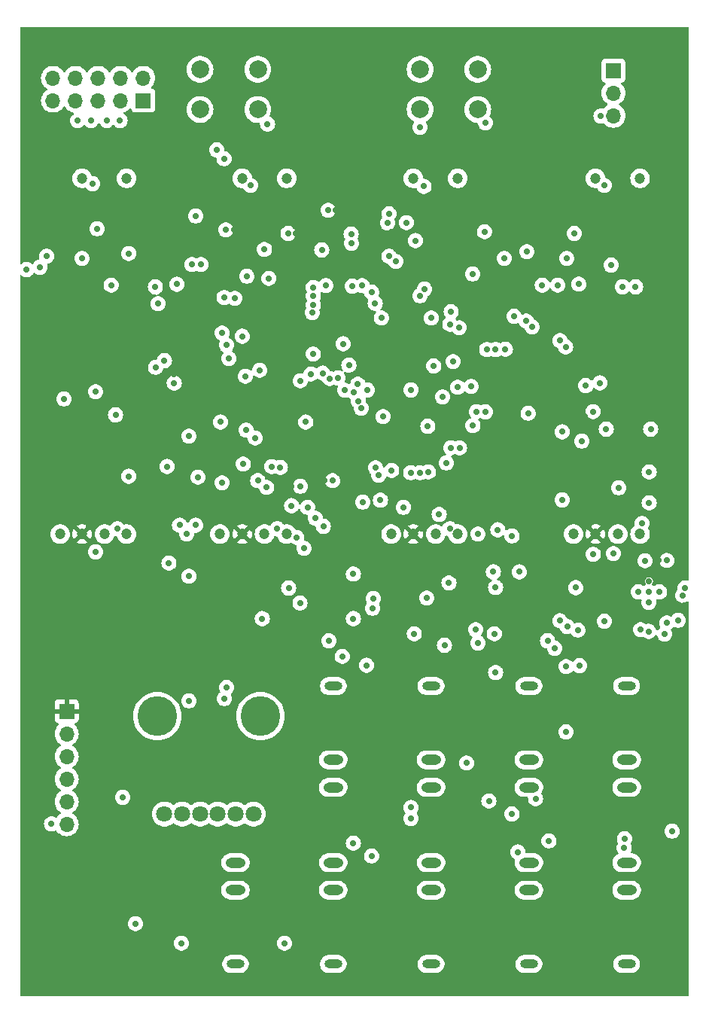
<source format=gbr>
%TF.GenerationSoftware,KiCad,Pcbnew,8.0.8*%
%TF.CreationDate,2025-01-25T01:21:00+01:00*%
%TF.ProjectId,aware01_h7,61776172-6530-4315-9f68-372e6b696361,rev?*%
%TF.SameCoordinates,Original*%
%TF.FileFunction,Copper,L2,Inr*%
%TF.FilePolarity,Positive*%
%FSLAX46Y46*%
G04 Gerber Fmt 4.6, Leading zero omitted, Abs format (unit mm)*
G04 Created by KiCad (PCBNEW 8.0.8) date 2025-01-25 01:21:00*
%MOMM*%
%LPD*%
G01*
G04 APERTURE LIST*
%TA.AperFunction,ComponentPad*%
%ADD10C,0.700000*%
%TD*%
%TA.AperFunction,ComponentPad*%
%ADD11C,1.200000*%
%TD*%
%TA.AperFunction,ComponentPad*%
%ADD12O,2.216000X1.108000*%
%TD*%
%TA.AperFunction,ComponentPad*%
%ADD13O,2.016000X1.008000*%
%TD*%
%TA.AperFunction,ComponentPad*%
%ADD14C,2.000000*%
%TD*%
%TA.AperFunction,ComponentPad*%
%ADD15C,1.800000*%
%TD*%
%TA.AperFunction,ComponentPad*%
%ADD16C,4.455000*%
%TD*%
%TA.AperFunction,ComponentPad*%
%ADD17R,1.700000X1.700000*%
%TD*%
%TA.AperFunction,ComponentPad*%
%ADD18O,1.700000X1.700000*%
%TD*%
%TA.AperFunction,ViaPad*%
%ADD19C,0.700000*%
%TD*%
G04 APERTURE END LIST*
D10*
%TO.N,N/C*%
%TO.C,IC2*%
X233000000Y-100700000D03*
X231800000Y-99500000D03*
X233000000Y-98300000D03*
X234200000Y-99500000D03*
X233000000Y-99500000D03*
%TD*%
D11*
%TO.N,+3.3V*%
%TO.C,U4*%
X187250000Y-93000000D03*
%TO.N,/FADER2_IN*%
X184750000Y-93000000D03*
%TO.N,GND*%
X187250000Y-53000000D03*
%TO.N,Net-(U4B-A)*%
X189750000Y-93000000D03*
%TO.N,GND*%
X192250000Y-93000000D03*
%TO.N,unconnected-(U4A-B-Pad6)*%
X192250000Y-53000000D03*
%TD*%
%TO.N,+3.3V*%
%TO.C,U6*%
X227000000Y-93000000D03*
%TO.N,/FADER4_IN*%
X224500000Y-93000000D03*
%TO.N,GND*%
X227000000Y-53000000D03*
%TO.N,Net-(U6B-A)*%
X229500000Y-93000000D03*
%TO.N,GND*%
X232000000Y-93000000D03*
%TO.N,unconnected-(U6A-B-Pad6)*%
X232000000Y-53000000D03*
%TD*%
D12*
%TO.N,GND*%
%TO.C,J9*%
X208500000Y-129940000D03*
D13*
%TO.N,Net-(J9-PadT)*%
X208500000Y-141340000D03*
D12*
%TO.N,unconnected-(J9-PadTN)*%
X208500000Y-133040000D03*
%TD*%
D14*
%TO.N,GND*%
%TO.C,SW3*%
X213750000Y-45250000D03*
X207250000Y-45250000D03*
%TO.N,/BUTTON2_IN*%
X213750000Y-40750000D03*
X207250000Y-40750000D03*
%TD*%
D15*
%TO.N,Net-(C45-Pad1)*%
%TO.C,VR1*%
X180500000Y-124475000D03*
X178500000Y-124475000D03*
%TO.N,Net-(C46-Pad1)*%
X188500000Y-124475000D03*
%TO.N,Net-(R11-Pad2)*%
X182500000Y-124475000D03*
%TO.N,Net-(C46-Pad1)*%
X184500000Y-124475000D03*
%TO.N,Net-(R12-Pad2)*%
X186500000Y-124475000D03*
D16*
%TO.N,unconnected-(VR1-PadMH1)*%
X177700000Y-113475000D03*
%TO.N,unconnected-(VR1-PadMH2)*%
X189300000Y-113475000D03*
%TD*%
D11*
%TO.N,+3.3V*%
%TO.C,U3*%
X169250000Y-93000000D03*
%TO.N,/FADER1_IN*%
X166750000Y-93000000D03*
%TO.N,GND*%
X169250000Y-53000000D03*
%TO.N,Net-(U3B-A)*%
X171750000Y-93000000D03*
%TO.N,GND*%
X174250000Y-93000000D03*
%TO.N,unconnected-(U3A-B-Pad6)*%
X174250000Y-53000000D03*
%TD*%
D12*
%TO.N,GND*%
%TO.C,J13*%
X230500000Y-121480000D03*
D13*
%TO.N,Net-(J13-PadT)*%
X230500000Y-110080000D03*
D12*
%TO.N,unconnected-(J13-PadTN)*%
X230500000Y-118380000D03*
%TD*%
%TO.N,GND*%
%TO.C,J8*%
X230500000Y-129940000D03*
D13*
%TO.N,Net-(J8-PadT)*%
X230500000Y-141340000D03*
D12*
%TO.N,unconnected-(J8-PadTN)*%
X230500000Y-133040000D03*
%TD*%
%TO.N,GND*%
%TO.C,J4*%
X208500000Y-121480000D03*
D13*
%TO.N,Net-(J11-PadTN)*%
X208500000Y-110080000D03*
D12*
%TO.N,unconnected-(J4-PadTN)*%
X208500000Y-118380000D03*
%TD*%
%TO.N,GND*%
%TO.C,J5*%
X186500000Y-129940000D03*
D13*
%TO.N,Net-(J5-PadT)*%
X186500000Y-141340000D03*
D12*
%TO.N,unconnected-(J5-PadTN)*%
X186500000Y-133040000D03*
%TD*%
%TO.N,GND*%
%TO.C,J11*%
X197500000Y-121480000D03*
D13*
%TO.N,Net-(J11-PadT)*%
X197500000Y-110080000D03*
D12*
%TO.N,Net-(J11-PadTN)*%
X197500000Y-118380000D03*
%TD*%
%TO.N,GND*%
%TO.C,J7*%
X197500000Y-129940000D03*
D13*
%TO.N,Net-(J7-PadT)*%
X197500000Y-141340000D03*
D12*
%TO.N,unconnected-(J7-PadTN)*%
X197500000Y-133040000D03*
%TD*%
D11*
%TO.N,unconnected-(U5A-B-Pad6)*%
%TO.C,U5*%
X211500000Y-53000000D03*
%TO.N,GND*%
X211500000Y-93000000D03*
%TO.N,Net-(U5B-A)*%
X209000000Y-93000000D03*
%TO.N,GND*%
X206500000Y-53000000D03*
%TO.N,/FADER3_IN*%
X204000000Y-93000000D03*
%TO.N,+3.3V*%
X206500000Y-93000000D03*
%TD*%
D14*
%TO.N,GND*%
%TO.C,SW2*%
X189000000Y-45250000D03*
X182500000Y-45250000D03*
%TO.N,/BUTTON1_IN*%
X189000000Y-40750000D03*
X182500000Y-40750000D03*
%TD*%
D12*
%TO.N,GND*%
%TO.C,J10*%
X219500000Y-129940000D03*
D13*
%TO.N,Net-(J10-PadT)*%
X219500000Y-141340000D03*
D12*
%TO.N,unconnected-(J10-PadTN)*%
X219500000Y-133040000D03*
%TD*%
%TO.N,GND*%
%TO.C,J6*%
X219500000Y-121480000D03*
D13*
%TO.N,Net-(J6-PadT)*%
X219500000Y-110080000D03*
D12*
%TO.N,unconnected-(J6-PadTN)*%
X219500000Y-118380000D03*
%TD*%
D17*
%TO.N,/UART4_TX*%
%TO.C,J2*%
X229000000Y-40875000D03*
D18*
%TO.N,/UART4_RX*%
X229000000Y-43415000D03*
%TO.N,GND*%
X229000000Y-45955000D03*
%TD*%
D17*
%TO.N,+3.3V*%
%TO.C,J1*%
X167500000Y-112920000D03*
D18*
%TO.N,/SWCLK*%
X167500000Y-115460000D03*
%TO.N,/SWDIO*%
X167500000Y-118000000D03*
%TO.N,/SWO*%
X167500000Y-120540000D03*
%TO.N,/NRST*%
X167500000Y-123080000D03*
%TO.N,GND*%
X167500000Y-125620000D03*
%TD*%
D17*
%TO.N,Net-(D1-A)*%
%TO.C,J3*%
X176120000Y-44250000D03*
D18*
X176120000Y-41710000D03*
%TO.N,GND*%
X173580000Y-44250000D03*
X173580000Y-41710000D03*
X171040000Y-44250000D03*
X171040000Y-41710000D03*
X168500000Y-44250000D03*
X168500000Y-41710000D03*
%TO.N,Net-(D2-K)*%
X165960000Y-44250000D03*
X165960000Y-41710000D03*
%TD*%
D19*
%TO.N,GND*%
X229000000Y-95200000D03*
X227600000Y-46000000D03*
%TO.N,/UART4_TX*%
X184400000Y-49800000D03*
X181600000Y-62700000D03*
%TO.N,/UART4_RX*%
X185200000Y-50800000D03*
X182600000Y-62700000D03*
%TO.N,+3.3V*%
X178600000Y-65200000D03*
X174600000Y-76400000D03*
X222400000Y-80600000D03*
%TO.N,GND*%
X201800000Y-129200000D03*
X206600000Y-104200000D03*
X215600000Y-104200000D03*
X217600000Y-124475000D03*
%TO.N,/FADER3_IN*%
X194600000Y-90000000D03*
X190580903Y-85405871D03*
%TO.N,/FAD_LED3_OUT*%
X205400000Y-90000000D03*
%TO.N,Net-(U5B-A)*%
X209400000Y-90800000D03*
%TO.N,/FADER4_IN*%
X196300000Y-74900000D03*
%TO.N,/FADER3_IN*%
X195000000Y-75000000D03*
%TO.N,/FADER4_IN*%
X210205548Y-85000000D03*
%TO.N,/SWDIO*%
X208200000Y-86000000D03*
%TO.N,/CV2_IN*%
X225200000Y-107800000D03*
X223800000Y-103400000D03*
%TO.N,GND*%
X223650000Y-115250000D03*
X208529656Y-68710294D03*
X173500000Y-46500000D03*
X182000000Y-92000000D03*
X173200000Y-92400000D03*
X228750000Y-62750000D03*
X233025000Y-89475000D03*
X197000000Y-105000000D03*
X225000000Y-103800000D03*
X164500000Y-63000000D03*
X210000000Y-105500000D03*
X225100000Y-64900000D03*
X206250000Y-125000000D03*
X208000000Y-100200000D03*
X170250000Y-46500000D03*
X208800281Y-74100000D03*
X175250000Y-136800000D03*
X193750000Y-100750000D03*
X223250000Y-81500000D03*
X234750000Y-104250000D03*
X233200000Y-81200000D03*
X232200000Y-91800000D03*
X230000000Y-65200000D03*
X230250000Y-127250000D03*
X165250000Y-61750000D03*
X182250000Y-86600000D03*
X178500000Y-73500000D03*
X167200000Y-77800000D03*
X207700000Y-53900000D03*
X206250000Y-123750000D03*
X172000000Y-46500000D03*
X170400000Y-53600000D03*
X197400000Y-87000000D03*
X232550000Y-96000000D03*
X182025000Y-57225000D03*
X222750000Y-65000000D03*
X213200000Y-80800000D03*
X193775000Y-87624997D03*
X224600000Y-59200000D03*
X228000000Y-102800000D03*
X196900000Y-56600000D03*
X210750000Y-68000000D03*
X233025000Y-86000000D03*
X221600000Y-105000000D03*
X226750000Y-95275000D03*
X229600000Y-87800000D03*
X189500000Y-102500000D03*
X192400000Y-59200000D03*
X185400000Y-58800000D03*
X192000000Y-139000000D03*
X185000000Y-87250000D03*
X174500000Y-61450000D03*
X221750000Y-127500000D03*
X235600000Y-126400000D03*
X218250000Y-128750000D03*
X224775000Y-99025000D03*
X207250000Y-47250000D03*
X179910529Y-64906412D03*
X231500000Y-65200000D03*
X177475000Y-65200000D03*
X210600000Y-92400000D03*
X228200000Y-81200000D03*
X208125000Y-80875000D03*
X180200000Y-92000000D03*
X169225000Y-62000000D03*
X214600000Y-46775000D03*
X168750000Y-46500000D03*
X179600000Y-76000000D03*
X180400000Y-139000000D03*
X206750000Y-60000000D03*
X199750000Y-97500000D03*
X170925000Y-58675000D03*
X188200000Y-53800000D03*
X215000000Y-123000000D03*
X190100000Y-46900000D03*
X203600000Y-58025000D03*
X221000000Y-65000000D03*
X213750000Y-93000000D03*
X220250000Y-122750000D03*
X191200000Y-92400000D03*
X230220000Y-128280000D03*
X227500000Y-76000000D03*
X177800000Y-67100000D03*
X235025000Y-95975000D03*
X181250000Y-82000000D03*
X165800000Y-125600000D03*
X228000000Y-53800000D03*
%TO.N,+12V*%
X210500000Y-98500000D03*
X179000000Y-96250000D03*
X172500000Y-65000000D03*
X192475000Y-99075000D03*
%TO.N,+3.3V*%
X167000000Y-69750000D03*
X230025000Y-81225000D03*
X208400000Y-70200000D03*
X211750000Y-127500000D03*
X195000000Y-42500000D03*
X207800000Y-82050000D03*
X211600000Y-80800000D03*
X197800003Y-56600000D03*
X231400000Y-81200000D03*
X180000000Y-78400000D03*
X204000000Y-59000000D03*
X226200000Y-92200000D03*
X219400000Y-42750000D03*
X192800000Y-87600000D03*
X225800000Y-79800000D03*
X208750000Y-75675000D03*
X186300003Y-58800000D03*
X170000000Y-92200000D03*
X165750000Y-69750000D03*
X234123900Y-95936950D03*
X168500000Y-69750000D03*
X196501388Y-86950000D03*
X184900000Y-85500000D03*
X169800000Y-112800000D03*
X221558000Y-123905000D03*
X230600000Y-85750000D03*
X188400000Y-92400000D03*
X181000000Y-78400000D03*
X207400000Y-92400000D03*
X226300000Y-62800000D03*
X193300003Y-59200000D03*
X237000000Y-101000000D03*
X179600000Y-75000000D03*
%TO.N,/GATE1_IN*%
X177500000Y-74250000D03*
X185750000Y-73250000D03*
%TO.N,/CV2_IN*%
X194400000Y-80400000D03*
X185200000Y-66400000D03*
X184800000Y-80400000D03*
%TO.N,/FMC_D15*%
X207239411Y-66210766D03*
X223630025Y-71950000D03*
%TO.N,/FMC_D4*%
X225900000Y-76300000D03*
X196200000Y-61050000D03*
%TO.N,/FADER1_IN*%
X170750000Y-77000000D03*
X187750000Y-64000000D03*
%TO.N,/FADER2_IN*%
X181000000Y-93000000D03*
X190250000Y-64250000D03*
%TO.N,/FMC_D8*%
X205730025Y-57969975D03*
X199500000Y-59250000D03*
%TO.N,/I2S1_SDO*%
X195466784Y-91226833D03*
X236784606Y-99896183D03*
%TO.N,/I2C1_SCL*%
X236300000Y-102700000D03*
X190000000Y-87750000D03*
%TO.N,/FMC_NBL0*%
X202608698Y-86368747D03*
X187373440Y-85126560D03*
%TO.N,/FMC_A7*%
X195254339Y-67215687D03*
X202201908Y-67048091D03*
%TO.N,/FMC_SDNE0*%
X197101388Y-75500000D03*
X211700000Y-83300000D03*
%TO.N,/NRST*%
X185000000Y-70400000D03*
X186400000Y-66500000D03*
%TO.N,/FMC_D12*%
X223750000Y-62000000D03*
X216750000Y-62000000D03*
%TO.N,/FMC_A4*%
X187600000Y-75250000D03*
X210600000Y-69400000D03*
%TO.N,/FMC_D14*%
X207750000Y-65450000D03*
X223000000Y-71250000D03*
%TO.N,/FMC_BA1*%
X201300000Y-76800000D03*
X206250000Y-76800000D03*
%TO.N,/BUTTON1_IN*%
X187250000Y-70750000D03*
%TO.N,/FAD_LED2_OUT*%
X206200000Y-86100000D03*
X192800000Y-89800000D03*
%TO.N,/FMC_A3*%
X198796164Y-76836173D03*
X211500000Y-76500000D03*
%TO.N,/BUTTON2_IN*%
X185500000Y-71750000D03*
%TO.N,/FMC_SDNRAS*%
X210700000Y-83300000D03*
X198000000Y-75450000D03*
%TO.N,/FMC_SDCKE0*%
X217842939Y-68513315D03*
X195250000Y-72750000D03*
%TO.N,/FMC_A11*%
X196644975Y-65050000D03*
X203750000Y-61750000D03*
%TO.N,/FMC_D11*%
X214500000Y-59000000D03*
X219250000Y-61250000D03*
%TO.N,/I2S1_SDI*%
X237074318Y-99044085D03*
X196369975Y-92130025D03*
%TO.N,/FMC_D6*%
X215750000Y-72250000D03*
X200750000Y-65067258D03*
%TO.N,+3.3VA*%
X178800000Y-85400000D03*
X173000000Y-79600000D03*
X173000000Y-79600000D03*
%TO.N,-12V*%
X181250000Y-97750000D03*
X163000000Y-63250000D03*
%TO.N,/FAD_LED3_OUT*%
X207250000Y-86100000D03*
%TO.N,/FMC_A5*%
X211656226Y-69800000D03*
X189219975Y-74569975D03*
%TO.N,/FMC_A9*%
X195244975Y-65255025D03*
X204505737Y-62338283D03*
%TO.N,/FMC_A0*%
X200655788Y-78865837D03*
X214600000Y-79263567D03*
%TO.N,/CV1_IN*%
X193773839Y-75763789D03*
X216000000Y-92510050D03*
X212500000Y-118750000D03*
X213750000Y-105250000D03*
%TO.N,/FMC_NBL1*%
X219209361Y-69050000D03*
X187700000Y-81300000D03*
%TO.N,/SWDIO*%
X202800000Y-89200000D03*
X193363602Y-93363602D03*
%TO.N,/FMC_D9*%
X203750000Y-57000000D03*
X199546359Y-60296358D03*
%TO.N,/FMC_A1*%
X200292441Y-78042441D03*
X213575754Y-79229272D03*
%TO.N,/FAD_LED4_OUT*%
X223243750Y-89156250D03*
X203100000Y-79800000D03*
%TO.N,/V_OCT_IN*%
X173800000Y-122600000D03*
X189750000Y-61000000D03*
X170750000Y-95000000D03*
X199750000Y-127750000D03*
%TO.N,/FMC_SDCLK*%
X213000000Y-76400000D03*
X219857557Y-69700000D03*
%TO.N,/FMC_SDNCAS*%
X191537412Y-85487588D03*
X202234992Y-85550000D03*
%TO.N,/FMC_SDNWE*%
X219410355Y-79410355D03*
X200250000Y-76150000D03*
%TO.N,/FAD_LED1_OUT*%
X174500000Y-86500000D03*
X199250000Y-74000000D03*
%TO.N,/FMC_A10*%
X198600000Y-71600000D03*
X210988796Y-73613480D03*
%TO.N,/SWCLK*%
X194200000Y-94600000D03*
X200800000Y-89400000D03*
X204059926Y-85840074D03*
%TO.N,/I2C1_SDA*%
X189000000Y-87000000D03*
X235000000Y-103000000D03*
%TO.N,/FMC_A6*%
X202900000Y-68700000D03*
X195141422Y-68108578D03*
%TO.N,/FMC_A2*%
X209800000Y-77575000D03*
X199832726Y-77032726D03*
%TO.N,/FMC_D7*%
X201800000Y-65800000D03*
X214750000Y-72250000D03*
%TO.N,/FMC_D3*%
X226720321Y-79220321D03*
X225444975Y-82544975D03*
%TO.N,/FMC_D5*%
X216852945Y-72199999D03*
X199619975Y-65119975D03*
%TO.N,/FMC_A8*%
X213154975Y-63745025D03*
X195250000Y-66250000D03*
%TO.N,Net-(C45-Pad1)*%
X202000000Y-100250000D03*
X181250000Y-111750000D03*
%TO.N,Net-(U9A--)*%
X201250000Y-107750000D03*
X198500000Y-106750000D03*
X201905331Y-101344669D03*
%TO.N,Net-(C46-Pad1)*%
X199750000Y-102500000D03*
%TO.N,/Audio Codec/Input Output Channels/INR*%
X232083700Y-103750000D03*
X215750000Y-108575000D03*
%TO.N,/Audio Codec/Input Output Channels/INL*%
X232979504Y-103939709D03*
X215750000Y-99000000D03*
%TO.N,Net-(C52-Pad1)*%
X218400000Y-97250000D03*
X215500000Y-97250000D03*
%TO.N,Net-(C53-Pad1)*%
X223000000Y-102750000D03*
X222400000Y-105850000D03*
%TO.N,Net-(C54-Pad1)*%
X213500000Y-103750000D03*
X223700000Y-107900000D03*
%TO.N,/SWO*%
X188700000Y-82200000D03*
%TO.N,Net-(R11-Pad2)*%
X185500000Y-110250000D03*
%TO.N,Net-(R12-Pad2)*%
X185250000Y-111500000D03*
%TO.N,/CV2_IN*%
X217600000Y-93210050D03*
%TD*%
%TA.AperFunction,Conductor*%
%TO.N,+3.3V*%
G36*
X237442539Y-36020185D02*
G01*
X237488294Y-36072989D01*
X237499500Y-36124500D01*
X237499500Y-98112369D01*
X237479815Y-98179408D01*
X237427011Y-98225163D01*
X237357853Y-98235107D01*
X237344941Y-98232104D01*
X237344941Y-98232107D01*
X237309153Y-98224500D01*
X237163709Y-98193585D01*
X236984927Y-98193585D01*
X236954272Y-98200100D01*
X236810051Y-98230755D01*
X236810046Y-98230757D01*
X236646726Y-98303472D01*
X236502086Y-98408560D01*
X236382458Y-98541421D01*
X236293068Y-98696249D01*
X236293065Y-98696255D01*
X236237822Y-98866277D01*
X236237821Y-98866279D01*
X236219133Y-99044085D01*
X236233039Y-99176393D01*
X236220469Y-99245123D01*
X236201868Y-99272326D01*
X236092746Y-99393518D01*
X236003356Y-99548347D01*
X236003353Y-99548353D01*
X235948110Y-99718375D01*
X235948109Y-99718377D01*
X235929421Y-99896183D01*
X235948109Y-100073988D01*
X235948110Y-100073990D01*
X236003353Y-100244012D01*
X236003356Y-100244018D01*
X236092747Y-100398848D01*
X236118820Y-100427805D01*
X236212370Y-100531704D01*
X236212373Y-100531706D01*
X236212376Y-100531709D01*
X236357013Y-100636795D01*
X236520339Y-100709512D01*
X236695215Y-100746683D01*
X236695216Y-100746683D01*
X236873995Y-100746683D01*
X236873997Y-100746683D01*
X237048873Y-100709512D01*
X237212199Y-100636795D01*
X237301114Y-100572194D01*
X237302614Y-100571104D01*
X237368420Y-100547623D01*
X237436474Y-100563448D01*
X237485169Y-100613553D01*
X237499500Y-100671421D01*
X237499500Y-144875500D01*
X237479815Y-144942539D01*
X237427011Y-144988294D01*
X237375500Y-144999500D01*
X162374500Y-144999500D01*
X162307461Y-144979815D01*
X162261706Y-144927011D01*
X162250500Y-144875500D01*
X162250500Y-141438937D01*
X184991499Y-141438937D01*
X185030101Y-141632996D01*
X185030104Y-141633006D01*
X185105820Y-141815802D01*
X185105827Y-141815815D01*
X185215753Y-141980330D01*
X185215756Y-141980334D01*
X185355665Y-142120243D01*
X185355669Y-142120246D01*
X185520184Y-142230172D01*
X185520197Y-142230179D01*
X185702993Y-142305895D01*
X185702998Y-142305897D01*
X185703002Y-142305897D01*
X185703003Y-142305898D01*
X185897062Y-142344500D01*
X185897065Y-142344500D01*
X187102937Y-142344500D01*
X187233495Y-142318529D01*
X187297002Y-142305897D01*
X187479809Y-142230176D01*
X187644331Y-142120246D01*
X187784246Y-141980331D01*
X187894176Y-141815809D01*
X187969897Y-141633002D01*
X188008500Y-141438937D01*
X195991499Y-141438937D01*
X196030101Y-141632996D01*
X196030104Y-141633006D01*
X196105820Y-141815802D01*
X196105827Y-141815815D01*
X196215753Y-141980330D01*
X196215756Y-141980334D01*
X196355665Y-142120243D01*
X196355669Y-142120246D01*
X196520184Y-142230172D01*
X196520197Y-142230179D01*
X196702993Y-142305895D01*
X196702998Y-142305897D01*
X196703002Y-142305897D01*
X196703003Y-142305898D01*
X196897062Y-142344500D01*
X196897065Y-142344500D01*
X198102937Y-142344500D01*
X198233495Y-142318529D01*
X198297002Y-142305897D01*
X198479809Y-142230176D01*
X198644331Y-142120246D01*
X198784246Y-141980331D01*
X198894176Y-141815809D01*
X198969897Y-141633002D01*
X199008500Y-141438937D01*
X206991499Y-141438937D01*
X207030101Y-141632996D01*
X207030104Y-141633006D01*
X207105820Y-141815802D01*
X207105827Y-141815815D01*
X207215753Y-141980330D01*
X207215756Y-141980334D01*
X207355665Y-142120243D01*
X207355669Y-142120246D01*
X207520184Y-142230172D01*
X207520197Y-142230179D01*
X207702993Y-142305895D01*
X207702998Y-142305897D01*
X207703002Y-142305897D01*
X207703003Y-142305898D01*
X207897062Y-142344500D01*
X207897065Y-142344500D01*
X209102937Y-142344500D01*
X209233495Y-142318529D01*
X209297002Y-142305897D01*
X209479809Y-142230176D01*
X209644331Y-142120246D01*
X209784246Y-141980331D01*
X209894176Y-141815809D01*
X209969897Y-141633002D01*
X210008500Y-141438937D01*
X217991499Y-141438937D01*
X218030101Y-141632996D01*
X218030104Y-141633006D01*
X218105820Y-141815802D01*
X218105827Y-141815815D01*
X218215753Y-141980330D01*
X218215756Y-141980334D01*
X218355665Y-142120243D01*
X218355669Y-142120246D01*
X218520184Y-142230172D01*
X218520197Y-142230179D01*
X218702993Y-142305895D01*
X218702998Y-142305897D01*
X218703002Y-142305897D01*
X218703003Y-142305898D01*
X218897062Y-142344500D01*
X218897065Y-142344500D01*
X220102937Y-142344500D01*
X220233495Y-142318529D01*
X220297002Y-142305897D01*
X220479809Y-142230176D01*
X220644331Y-142120246D01*
X220784246Y-141980331D01*
X220894176Y-141815809D01*
X220969897Y-141633002D01*
X221008500Y-141438937D01*
X228991499Y-141438937D01*
X229030101Y-141632996D01*
X229030104Y-141633006D01*
X229105820Y-141815802D01*
X229105827Y-141815815D01*
X229215753Y-141980330D01*
X229215756Y-141980334D01*
X229355665Y-142120243D01*
X229355669Y-142120246D01*
X229520184Y-142230172D01*
X229520197Y-142230179D01*
X229702993Y-142305895D01*
X229702998Y-142305897D01*
X229703002Y-142305897D01*
X229703003Y-142305898D01*
X229897062Y-142344500D01*
X229897065Y-142344500D01*
X231102937Y-142344500D01*
X231233495Y-142318529D01*
X231297002Y-142305897D01*
X231479809Y-142230176D01*
X231644331Y-142120246D01*
X231784246Y-141980331D01*
X231894176Y-141815809D01*
X231969897Y-141633002D01*
X232008500Y-141438935D01*
X232008500Y-141241065D01*
X232008500Y-141241062D01*
X231969898Y-141047003D01*
X231969897Y-141047002D01*
X231969897Y-141046998D01*
X231969895Y-141046993D01*
X231894179Y-140864197D01*
X231894172Y-140864184D01*
X231784246Y-140699669D01*
X231784243Y-140699665D01*
X231644334Y-140559756D01*
X231644330Y-140559753D01*
X231479815Y-140449827D01*
X231479802Y-140449820D01*
X231297006Y-140374104D01*
X231296996Y-140374101D01*
X231102937Y-140335500D01*
X231102935Y-140335500D01*
X229897065Y-140335500D01*
X229897063Y-140335500D01*
X229703003Y-140374101D01*
X229702993Y-140374104D01*
X229520197Y-140449820D01*
X229520184Y-140449827D01*
X229355669Y-140559753D01*
X229355665Y-140559756D01*
X229215756Y-140699665D01*
X229215753Y-140699669D01*
X229105827Y-140864184D01*
X229105820Y-140864197D01*
X229030104Y-141046993D01*
X229030101Y-141047003D01*
X228991500Y-141241062D01*
X228991500Y-141241065D01*
X228991500Y-141438935D01*
X228991500Y-141438937D01*
X228991499Y-141438937D01*
X221008500Y-141438937D01*
X221008500Y-141438935D01*
X221008500Y-141241065D01*
X221008500Y-141241062D01*
X220969898Y-141047003D01*
X220969897Y-141047002D01*
X220969897Y-141046998D01*
X220969895Y-141046993D01*
X220894179Y-140864197D01*
X220894172Y-140864184D01*
X220784246Y-140699669D01*
X220784243Y-140699665D01*
X220644334Y-140559756D01*
X220644330Y-140559753D01*
X220479815Y-140449827D01*
X220479802Y-140449820D01*
X220297006Y-140374104D01*
X220296996Y-140374101D01*
X220102937Y-140335500D01*
X220102935Y-140335500D01*
X218897065Y-140335500D01*
X218897063Y-140335500D01*
X218703003Y-140374101D01*
X218702993Y-140374104D01*
X218520197Y-140449820D01*
X218520184Y-140449827D01*
X218355669Y-140559753D01*
X218355665Y-140559756D01*
X218215756Y-140699665D01*
X218215753Y-140699669D01*
X218105827Y-140864184D01*
X218105820Y-140864197D01*
X218030104Y-141046993D01*
X218030101Y-141047003D01*
X217991500Y-141241062D01*
X217991500Y-141241065D01*
X217991500Y-141438935D01*
X217991500Y-141438937D01*
X217991499Y-141438937D01*
X210008500Y-141438937D01*
X210008500Y-141438935D01*
X210008500Y-141241065D01*
X210008500Y-141241062D01*
X209969898Y-141047003D01*
X209969897Y-141047002D01*
X209969897Y-141046998D01*
X209969895Y-141046993D01*
X209894179Y-140864197D01*
X209894172Y-140864184D01*
X209784246Y-140699669D01*
X209784243Y-140699665D01*
X209644334Y-140559756D01*
X209644330Y-140559753D01*
X209479815Y-140449827D01*
X209479802Y-140449820D01*
X209297006Y-140374104D01*
X209296996Y-140374101D01*
X209102937Y-140335500D01*
X209102935Y-140335500D01*
X207897065Y-140335500D01*
X207897063Y-140335500D01*
X207703003Y-140374101D01*
X207702993Y-140374104D01*
X207520197Y-140449820D01*
X207520184Y-140449827D01*
X207355669Y-140559753D01*
X207355665Y-140559756D01*
X207215756Y-140699665D01*
X207215753Y-140699669D01*
X207105827Y-140864184D01*
X207105820Y-140864197D01*
X207030104Y-141046993D01*
X207030101Y-141047003D01*
X206991500Y-141241062D01*
X206991500Y-141241065D01*
X206991500Y-141438935D01*
X206991500Y-141438937D01*
X206991499Y-141438937D01*
X199008500Y-141438937D01*
X199008500Y-141438935D01*
X199008500Y-141241065D01*
X199008500Y-141241062D01*
X198969898Y-141047003D01*
X198969897Y-141047002D01*
X198969897Y-141046998D01*
X198969895Y-141046993D01*
X198894179Y-140864197D01*
X198894172Y-140864184D01*
X198784246Y-140699669D01*
X198784243Y-140699665D01*
X198644334Y-140559756D01*
X198644330Y-140559753D01*
X198479815Y-140449827D01*
X198479802Y-140449820D01*
X198297006Y-140374104D01*
X198296996Y-140374101D01*
X198102937Y-140335500D01*
X198102935Y-140335500D01*
X196897065Y-140335500D01*
X196897063Y-140335500D01*
X196703003Y-140374101D01*
X196702993Y-140374104D01*
X196520197Y-140449820D01*
X196520184Y-140449827D01*
X196355669Y-140559753D01*
X196355665Y-140559756D01*
X196215756Y-140699665D01*
X196215753Y-140699669D01*
X196105827Y-140864184D01*
X196105820Y-140864197D01*
X196030104Y-141046993D01*
X196030101Y-141047003D01*
X195991500Y-141241062D01*
X195991500Y-141241065D01*
X195991500Y-141438935D01*
X195991500Y-141438937D01*
X195991499Y-141438937D01*
X188008500Y-141438937D01*
X188008500Y-141438935D01*
X188008500Y-141241065D01*
X188008500Y-141241062D01*
X187969898Y-141047003D01*
X187969897Y-141047002D01*
X187969897Y-141046998D01*
X187969895Y-141046993D01*
X187894179Y-140864197D01*
X187894172Y-140864184D01*
X187784246Y-140699669D01*
X187784243Y-140699665D01*
X187644334Y-140559756D01*
X187644330Y-140559753D01*
X187479815Y-140449827D01*
X187479802Y-140449820D01*
X187297006Y-140374104D01*
X187296996Y-140374101D01*
X187102937Y-140335500D01*
X187102935Y-140335500D01*
X185897065Y-140335500D01*
X185897063Y-140335500D01*
X185703003Y-140374101D01*
X185702993Y-140374104D01*
X185520197Y-140449820D01*
X185520184Y-140449827D01*
X185355669Y-140559753D01*
X185355665Y-140559756D01*
X185215756Y-140699665D01*
X185215753Y-140699669D01*
X185105827Y-140864184D01*
X185105820Y-140864197D01*
X185030104Y-141046993D01*
X185030101Y-141047003D01*
X184991500Y-141241062D01*
X184991500Y-141241065D01*
X184991500Y-141438935D01*
X184991500Y-141438937D01*
X184991499Y-141438937D01*
X162250500Y-141438937D01*
X162250500Y-139000000D01*
X179544815Y-139000000D01*
X179563503Y-139177805D01*
X179563504Y-139177807D01*
X179618747Y-139347829D01*
X179618750Y-139347835D01*
X179708141Y-139502665D01*
X179749812Y-139548946D01*
X179827764Y-139635521D01*
X179827767Y-139635523D01*
X179827770Y-139635526D01*
X179972407Y-139740612D01*
X180135733Y-139813329D01*
X180310609Y-139850500D01*
X180310610Y-139850500D01*
X180489389Y-139850500D01*
X180489391Y-139850500D01*
X180664267Y-139813329D01*
X180827593Y-139740612D01*
X180972230Y-139635526D01*
X181091859Y-139502665D01*
X181181250Y-139347835D01*
X181236497Y-139177803D01*
X181255185Y-139000000D01*
X191144815Y-139000000D01*
X191163503Y-139177805D01*
X191163504Y-139177807D01*
X191218747Y-139347829D01*
X191218750Y-139347835D01*
X191308141Y-139502665D01*
X191349812Y-139548946D01*
X191427764Y-139635521D01*
X191427767Y-139635523D01*
X191427770Y-139635526D01*
X191572407Y-139740612D01*
X191735733Y-139813329D01*
X191910609Y-139850500D01*
X191910610Y-139850500D01*
X192089389Y-139850500D01*
X192089391Y-139850500D01*
X192264267Y-139813329D01*
X192427593Y-139740612D01*
X192572230Y-139635526D01*
X192691859Y-139502665D01*
X192781250Y-139347835D01*
X192836497Y-139177803D01*
X192855185Y-139000000D01*
X192836497Y-138822197D01*
X192781250Y-138652165D01*
X192691859Y-138497335D01*
X192645003Y-138445296D01*
X192572235Y-138364478D01*
X192572232Y-138364476D01*
X192572231Y-138364475D01*
X192572230Y-138364474D01*
X192427593Y-138259388D01*
X192264267Y-138186671D01*
X192264265Y-138186670D01*
X192136594Y-138159533D01*
X192089391Y-138149500D01*
X191910609Y-138149500D01*
X191879954Y-138156015D01*
X191735733Y-138186670D01*
X191735728Y-138186672D01*
X191572408Y-138259387D01*
X191427768Y-138364475D01*
X191308140Y-138497336D01*
X191218750Y-138652164D01*
X191218747Y-138652170D01*
X191163504Y-138822192D01*
X191163503Y-138822194D01*
X191144815Y-139000000D01*
X181255185Y-139000000D01*
X181236497Y-138822197D01*
X181181250Y-138652165D01*
X181091859Y-138497335D01*
X181045003Y-138445296D01*
X180972235Y-138364478D01*
X180972232Y-138364476D01*
X180972231Y-138364475D01*
X180972230Y-138364474D01*
X180827593Y-138259388D01*
X180664267Y-138186671D01*
X180664265Y-138186670D01*
X180536594Y-138159533D01*
X180489391Y-138149500D01*
X180310609Y-138149500D01*
X180279954Y-138156015D01*
X180135733Y-138186670D01*
X180135728Y-138186672D01*
X179972408Y-138259387D01*
X179827768Y-138364475D01*
X179708140Y-138497336D01*
X179618750Y-138652164D01*
X179618747Y-138652170D01*
X179563504Y-138822192D01*
X179563503Y-138822194D01*
X179544815Y-139000000D01*
X162250500Y-139000000D01*
X162250500Y-136800000D01*
X174394815Y-136800000D01*
X174413503Y-136977805D01*
X174413504Y-136977807D01*
X174468747Y-137147829D01*
X174468750Y-137147835D01*
X174558141Y-137302665D01*
X174599812Y-137348946D01*
X174677764Y-137435521D01*
X174677767Y-137435523D01*
X174677770Y-137435526D01*
X174822407Y-137540612D01*
X174985733Y-137613329D01*
X175160609Y-137650500D01*
X175160610Y-137650500D01*
X175339389Y-137650500D01*
X175339391Y-137650500D01*
X175514267Y-137613329D01*
X175677593Y-137540612D01*
X175822230Y-137435526D01*
X175941859Y-137302665D01*
X176031250Y-137147835D01*
X176086497Y-136977803D01*
X176105185Y-136800000D01*
X176086497Y-136622197D01*
X176031250Y-136452165D01*
X175941859Y-136297335D01*
X175895003Y-136245296D01*
X175822235Y-136164478D01*
X175822232Y-136164476D01*
X175822231Y-136164475D01*
X175822230Y-136164474D01*
X175677593Y-136059388D01*
X175514267Y-135986671D01*
X175514265Y-135986670D01*
X175386594Y-135959533D01*
X175339391Y-135949500D01*
X175160609Y-135949500D01*
X175129954Y-135956015D01*
X174985733Y-135986670D01*
X174985728Y-135986672D01*
X174822408Y-136059387D01*
X174677768Y-136164475D01*
X174558140Y-136297336D01*
X174468750Y-136452164D01*
X174468747Y-136452170D01*
X174413504Y-136622192D01*
X174413503Y-136622194D01*
X174394815Y-136800000D01*
X162250500Y-136800000D01*
X162250500Y-132936136D01*
X184891500Y-132936136D01*
X184891500Y-133143863D01*
X184932022Y-133347578D01*
X184932025Y-133347590D01*
X185011511Y-133539488D01*
X185011512Y-133539490D01*
X185126916Y-133712203D01*
X185126919Y-133712207D01*
X185273792Y-133859080D01*
X185273796Y-133859083D01*
X185446507Y-133974486D01*
X185446508Y-133974486D01*
X185446509Y-133974487D01*
X185446511Y-133974488D01*
X185638409Y-134053974D01*
X185638414Y-134053976D01*
X185842136Y-134094499D01*
X185842139Y-134094500D01*
X185842141Y-134094500D01*
X187157861Y-134094500D01*
X187157862Y-134094499D01*
X187361586Y-134053976D01*
X187553493Y-133974486D01*
X187726204Y-133859083D01*
X187873083Y-133712204D01*
X187988486Y-133539493D01*
X188067976Y-133347586D01*
X188108500Y-133143859D01*
X188108500Y-132936141D01*
X188108500Y-132936138D01*
X188108499Y-132936136D01*
X195891500Y-132936136D01*
X195891500Y-133143863D01*
X195932022Y-133347578D01*
X195932025Y-133347590D01*
X196011511Y-133539488D01*
X196011512Y-133539490D01*
X196126916Y-133712203D01*
X196126919Y-133712207D01*
X196273792Y-133859080D01*
X196273796Y-133859083D01*
X196446507Y-133974486D01*
X196446508Y-133974486D01*
X196446509Y-133974487D01*
X196446511Y-133974488D01*
X196638409Y-134053974D01*
X196638414Y-134053976D01*
X196842136Y-134094499D01*
X196842139Y-134094500D01*
X196842141Y-134094500D01*
X198157861Y-134094500D01*
X198157862Y-134094499D01*
X198361586Y-134053976D01*
X198553493Y-133974486D01*
X198726204Y-133859083D01*
X198873083Y-133712204D01*
X198988486Y-133539493D01*
X199067976Y-133347586D01*
X199108500Y-133143859D01*
X199108500Y-132936141D01*
X199108500Y-132936138D01*
X199108499Y-132936136D01*
X206891500Y-132936136D01*
X206891500Y-133143863D01*
X206932022Y-133347578D01*
X206932025Y-133347590D01*
X207011511Y-133539488D01*
X207011512Y-133539490D01*
X207126916Y-133712203D01*
X207126919Y-133712207D01*
X207273792Y-133859080D01*
X207273796Y-133859083D01*
X207446507Y-133974486D01*
X207446508Y-133974486D01*
X207446509Y-133974487D01*
X207446511Y-133974488D01*
X207638409Y-134053974D01*
X207638414Y-134053976D01*
X207842136Y-134094499D01*
X207842139Y-134094500D01*
X207842141Y-134094500D01*
X209157861Y-134094500D01*
X209157862Y-134094499D01*
X209361586Y-134053976D01*
X209553493Y-133974486D01*
X209726204Y-133859083D01*
X209873083Y-133712204D01*
X209988486Y-133539493D01*
X210067976Y-133347586D01*
X210108500Y-133143859D01*
X210108500Y-132936141D01*
X210108500Y-132936138D01*
X210108499Y-132936136D01*
X217891500Y-132936136D01*
X217891500Y-133143863D01*
X217932022Y-133347578D01*
X217932025Y-133347590D01*
X218011511Y-133539488D01*
X218011512Y-133539490D01*
X218126916Y-133712203D01*
X218126919Y-133712207D01*
X218273792Y-133859080D01*
X218273796Y-133859083D01*
X218446507Y-133974486D01*
X218446508Y-133974486D01*
X218446509Y-133974487D01*
X218446511Y-133974488D01*
X218638409Y-134053974D01*
X218638414Y-134053976D01*
X218842136Y-134094499D01*
X218842139Y-134094500D01*
X218842141Y-134094500D01*
X220157861Y-134094500D01*
X220157862Y-134094499D01*
X220361586Y-134053976D01*
X220553493Y-133974486D01*
X220726204Y-133859083D01*
X220873083Y-133712204D01*
X220988486Y-133539493D01*
X221067976Y-133347586D01*
X221108500Y-133143859D01*
X221108500Y-132936141D01*
X221108500Y-132936138D01*
X221108499Y-132936136D01*
X228891500Y-132936136D01*
X228891500Y-133143863D01*
X228932022Y-133347578D01*
X228932025Y-133347590D01*
X229011511Y-133539488D01*
X229011512Y-133539490D01*
X229126916Y-133712203D01*
X229126919Y-133712207D01*
X229273792Y-133859080D01*
X229273796Y-133859083D01*
X229446507Y-133974486D01*
X229446508Y-133974486D01*
X229446509Y-133974487D01*
X229446511Y-133974488D01*
X229638409Y-134053974D01*
X229638414Y-134053976D01*
X229842136Y-134094499D01*
X229842139Y-134094500D01*
X229842141Y-134094500D01*
X231157861Y-134094500D01*
X231157862Y-134094499D01*
X231361586Y-134053976D01*
X231553493Y-133974486D01*
X231726204Y-133859083D01*
X231873083Y-133712204D01*
X231988486Y-133539493D01*
X232067976Y-133347586D01*
X232108500Y-133143859D01*
X232108500Y-132936141D01*
X232108500Y-132936138D01*
X232108499Y-132936136D01*
X232067977Y-132732421D01*
X232067976Y-132732414D01*
X231988486Y-132540507D01*
X231873083Y-132367796D01*
X231873080Y-132367792D01*
X231726207Y-132220919D01*
X231726203Y-132220916D01*
X231553490Y-132105512D01*
X231553488Y-132105511D01*
X231361590Y-132026025D01*
X231361578Y-132026022D01*
X231157862Y-131985500D01*
X231157859Y-131985500D01*
X229842141Y-131985500D01*
X229842138Y-131985500D01*
X229638421Y-132026022D01*
X229638409Y-132026025D01*
X229446511Y-132105511D01*
X229446509Y-132105512D01*
X229273796Y-132220916D01*
X229273792Y-132220919D01*
X229126919Y-132367792D01*
X229126916Y-132367796D01*
X229011512Y-132540509D01*
X229011511Y-132540511D01*
X228932025Y-132732409D01*
X228932022Y-132732421D01*
X228891500Y-132936136D01*
X221108499Y-132936136D01*
X221067977Y-132732421D01*
X221067976Y-132732414D01*
X220988486Y-132540507D01*
X220873083Y-132367796D01*
X220873080Y-132367792D01*
X220726207Y-132220919D01*
X220726203Y-132220916D01*
X220553490Y-132105512D01*
X220553488Y-132105511D01*
X220361590Y-132026025D01*
X220361578Y-132026022D01*
X220157862Y-131985500D01*
X220157859Y-131985500D01*
X218842141Y-131985500D01*
X218842138Y-131985500D01*
X218638421Y-132026022D01*
X218638409Y-132026025D01*
X218446511Y-132105511D01*
X218446509Y-132105512D01*
X218273796Y-132220916D01*
X218273792Y-132220919D01*
X218126919Y-132367792D01*
X218126916Y-132367796D01*
X218011512Y-132540509D01*
X218011511Y-132540511D01*
X217932025Y-132732409D01*
X217932022Y-132732421D01*
X217891500Y-132936136D01*
X210108499Y-132936136D01*
X210067977Y-132732421D01*
X210067976Y-132732414D01*
X209988486Y-132540507D01*
X209873083Y-132367796D01*
X209873080Y-132367792D01*
X209726207Y-132220919D01*
X209726203Y-132220916D01*
X209553490Y-132105512D01*
X209553488Y-132105511D01*
X209361590Y-132026025D01*
X209361578Y-132026022D01*
X209157862Y-131985500D01*
X209157859Y-131985500D01*
X207842141Y-131985500D01*
X207842138Y-131985500D01*
X207638421Y-132026022D01*
X207638409Y-132026025D01*
X207446511Y-132105511D01*
X207446509Y-132105512D01*
X207273796Y-132220916D01*
X207273792Y-132220919D01*
X207126919Y-132367792D01*
X207126916Y-132367796D01*
X207011512Y-132540509D01*
X207011511Y-132540511D01*
X206932025Y-132732409D01*
X206932022Y-132732421D01*
X206891500Y-132936136D01*
X199108499Y-132936136D01*
X199067977Y-132732421D01*
X199067976Y-132732414D01*
X198988486Y-132540507D01*
X198873083Y-132367796D01*
X198873080Y-132367792D01*
X198726207Y-132220919D01*
X198726203Y-132220916D01*
X198553490Y-132105512D01*
X198553488Y-132105511D01*
X198361590Y-132026025D01*
X198361578Y-132026022D01*
X198157862Y-131985500D01*
X198157859Y-131985500D01*
X196842141Y-131985500D01*
X196842138Y-131985500D01*
X196638421Y-132026022D01*
X196638409Y-132026025D01*
X196446511Y-132105511D01*
X196446509Y-132105512D01*
X196273796Y-132220916D01*
X196273792Y-132220919D01*
X196126919Y-132367792D01*
X196126916Y-132367796D01*
X196011512Y-132540509D01*
X196011511Y-132540511D01*
X195932025Y-132732409D01*
X195932022Y-132732421D01*
X195891500Y-132936136D01*
X188108499Y-132936136D01*
X188067977Y-132732421D01*
X188067976Y-132732414D01*
X187988486Y-132540507D01*
X187873083Y-132367796D01*
X187873080Y-132367792D01*
X187726207Y-132220919D01*
X187726203Y-132220916D01*
X187553490Y-132105512D01*
X187553488Y-132105511D01*
X187361590Y-132026025D01*
X187361578Y-132026022D01*
X187157862Y-131985500D01*
X187157859Y-131985500D01*
X185842141Y-131985500D01*
X185842138Y-131985500D01*
X185638421Y-132026022D01*
X185638409Y-132026025D01*
X185446511Y-132105511D01*
X185446509Y-132105512D01*
X185273796Y-132220916D01*
X185273792Y-132220919D01*
X185126919Y-132367792D01*
X185126916Y-132367796D01*
X185011512Y-132540509D01*
X185011511Y-132540511D01*
X184932025Y-132732409D01*
X184932022Y-132732421D01*
X184891500Y-132936136D01*
X162250500Y-132936136D01*
X162250500Y-129836136D01*
X184891500Y-129836136D01*
X184891500Y-130043863D01*
X184932022Y-130247578D01*
X184932025Y-130247590D01*
X185011511Y-130439488D01*
X185011512Y-130439490D01*
X185126916Y-130612203D01*
X185126919Y-130612207D01*
X185273792Y-130759080D01*
X185273796Y-130759083D01*
X185446507Y-130874486D01*
X185446508Y-130874486D01*
X185446509Y-130874487D01*
X185446511Y-130874488D01*
X185638409Y-130953974D01*
X185638414Y-130953976D01*
X185842136Y-130994499D01*
X185842139Y-130994500D01*
X185842141Y-130994500D01*
X187157861Y-130994500D01*
X187157862Y-130994499D01*
X187361586Y-130953976D01*
X187553493Y-130874486D01*
X187726204Y-130759083D01*
X187873083Y-130612204D01*
X187988486Y-130439493D01*
X188067976Y-130247586D01*
X188108500Y-130043859D01*
X188108500Y-129836141D01*
X188108500Y-129836138D01*
X188108499Y-129836136D01*
X195891500Y-129836136D01*
X195891500Y-130043863D01*
X195932022Y-130247578D01*
X195932025Y-130247590D01*
X196011511Y-130439488D01*
X196011512Y-130439490D01*
X196126916Y-130612203D01*
X196126919Y-130612207D01*
X196273792Y-130759080D01*
X196273796Y-130759083D01*
X196446507Y-130874486D01*
X196446508Y-130874486D01*
X196446509Y-130874487D01*
X196446511Y-130874488D01*
X196638409Y-130953974D01*
X196638414Y-130953976D01*
X196842136Y-130994499D01*
X196842139Y-130994500D01*
X196842141Y-130994500D01*
X198157861Y-130994500D01*
X198157862Y-130994499D01*
X198361586Y-130953976D01*
X198553493Y-130874486D01*
X198726204Y-130759083D01*
X198873083Y-130612204D01*
X198988486Y-130439493D01*
X199067976Y-130247586D01*
X199108500Y-130043859D01*
X199108500Y-129836141D01*
X199108500Y-129836138D01*
X199108499Y-129836136D01*
X199067977Y-129632421D01*
X199067976Y-129632414D01*
X199035453Y-129553896D01*
X198988488Y-129440511D01*
X198988487Y-129440509D01*
X198873083Y-129267796D01*
X198873080Y-129267792D01*
X198805288Y-129200000D01*
X200944815Y-129200000D01*
X200963503Y-129377805D01*
X200963504Y-129377807D01*
X201018747Y-129547829D01*
X201018750Y-129547835D01*
X201108141Y-129702665D01*
X201149812Y-129748946D01*
X201227764Y-129835521D01*
X201227767Y-129835523D01*
X201227770Y-129835526D01*
X201372407Y-129940612D01*
X201535733Y-130013329D01*
X201710609Y-130050500D01*
X201710610Y-130050500D01*
X201889389Y-130050500D01*
X201889391Y-130050500D01*
X202064267Y-130013329D01*
X202227593Y-129940612D01*
X202371390Y-129836136D01*
X206891500Y-129836136D01*
X206891500Y-130043863D01*
X206932022Y-130247578D01*
X206932025Y-130247590D01*
X207011511Y-130439488D01*
X207011512Y-130439490D01*
X207126916Y-130612203D01*
X207126919Y-130612207D01*
X207273792Y-130759080D01*
X207273796Y-130759083D01*
X207446507Y-130874486D01*
X207446508Y-130874486D01*
X207446509Y-130874487D01*
X207446511Y-130874488D01*
X207638409Y-130953974D01*
X207638414Y-130953976D01*
X207842136Y-130994499D01*
X207842139Y-130994500D01*
X207842141Y-130994500D01*
X209157861Y-130994500D01*
X209157862Y-130994499D01*
X209361586Y-130953976D01*
X209553493Y-130874486D01*
X209726204Y-130759083D01*
X209873083Y-130612204D01*
X209988486Y-130439493D01*
X210067976Y-130247586D01*
X210108500Y-130043859D01*
X210108500Y-129836141D01*
X210108500Y-129836138D01*
X210108499Y-129836136D01*
X210067977Y-129632421D01*
X210067976Y-129632414D01*
X210035453Y-129553896D01*
X209988488Y-129440511D01*
X209988487Y-129440509D01*
X209873083Y-129267796D01*
X209873080Y-129267792D01*
X209726207Y-129120919D01*
X209726203Y-129120916D01*
X209553490Y-129005512D01*
X209553488Y-129005511D01*
X209361590Y-128926025D01*
X209361578Y-128926022D01*
X209157862Y-128885500D01*
X209157859Y-128885500D01*
X207842141Y-128885500D01*
X207842138Y-128885500D01*
X207638421Y-128926022D01*
X207638409Y-128926025D01*
X207446511Y-129005511D01*
X207446509Y-129005512D01*
X207273796Y-129120916D01*
X207273792Y-129120919D01*
X207126919Y-129267792D01*
X207126916Y-129267796D01*
X207011512Y-129440509D01*
X207011511Y-129440511D01*
X206932025Y-129632409D01*
X206932022Y-129632421D01*
X206891500Y-129836136D01*
X202371390Y-129836136D01*
X202372230Y-129835526D01*
X202491859Y-129702665D01*
X202581250Y-129547835D01*
X202636497Y-129377803D01*
X202655185Y-129200000D01*
X202636497Y-129022197D01*
X202585685Y-128865815D01*
X202581252Y-128852170D01*
X202581249Y-128852164D01*
X202522265Y-128750000D01*
X217394815Y-128750000D01*
X217413503Y-128927805D01*
X217413504Y-128927807D01*
X217468747Y-129097829D01*
X217468750Y-129097835D01*
X217558141Y-129252665D01*
X217599812Y-129298946D01*
X217677764Y-129385521D01*
X217677767Y-129385523D01*
X217677770Y-129385526D01*
X217822407Y-129490612D01*
X217858506Y-129506684D01*
X217911743Y-129551932D01*
X217932065Y-129618781D01*
X217929688Y-129644154D01*
X217891500Y-129836136D01*
X217891500Y-130043863D01*
X217932022Y-130247578D01*
X217932025Y-130247590D01*
X218011511Y-130439488D01*
X218011512Y-130439490D01*
X218126916Y-130612203D01*
X218126919Y-130612207D01*
X218273792Y-130759080D01*
X218273796Y-130759083D01*
X218446507Y-130874486D01*
X218446508Y-130874486D01*
X218446509Y-130874487D01*
X218446511Y-130874488D01*
X218638409Y-130953974D01*
X218638414Y-130953976D01*
X218842136Y-130994499D01*
X218842139Y-130994500D01*
X218842141Y-130994500D01*
X220157861Y-130994500D01*
X220157862Y-130994499D01*
X220361586Y-130953976D01*
X220553493Y-130874486D01*
X220726204Y-130759083D01*
X220873083Y-130612204D01*
X220988486Y-130439493D01*
X221067976Y-130247586D01*
X221108500Y-130043859D01*
X221108500Y-129836141D01*
X221108500Y-129836138D01*
X221108499Y-129836136D01*
X228891500Y-129836136D01*
X228891500Y-130043863D01*
X228932022Y-130247578D01*
X228932025Y-130247590D01*
X229011511Y-130439488D01*
X229011512Y-130439490D01*
X229126916Y-130612203D01*
X229126919Y-130612207D01*
X229273792Y-130759080D01*
X229273796Y-130759083D01*
X229446507Y-130874486D01*
X229446508Y-130874486D01*
X229446509Y-130874487D01*
X229446511Y-130874488D01*
X229638409Y-130953974D01*
X229638414Y-130953976D01*
X229842136Y-130994499D01*
X229842139Y-130994500D01*
X229842141Y-130994500D01*
X231157861Y-130994500D01*
X231157862Y-130994499D01*
X231361586Y-130953976D01*
X231553493Y-130874486D01*
X231726204Y-130759083D01*
X231873083Y-130612204D01*
X231988486Y-130439493D01*
X232067976Y-130247586D01*
X232108500Y-130043859D01*
X232108500Y-129836141D01*
X232108500Y-129836138D01*
X232108499Y-129836136D01*
X232067977Y-129632421D01*
X232067976Y-129632414D01*
X232035453Y-129553896D01*
X231988488Y-129440511D01*
X231988487Y-129440509D01*
X231873083Y-129267796D01*
X231873080Y-129267792D01*
X231726207Y-129120919D01*
X231726203Y-129120916D01*
X231553490Y-129005512D01*
X231553488Y-129005511D01*
X231361590Y-128926025D01*
X231361578Y-128926022D01*
X231157862Y-128885500D01*
X231157859Y-128885500D01*
X231067261Y-128885500D01*
X231000222Y-128865815D01*
X230954467Y-128813011D01*
X230944523Y-128743853D01*
X230959874Y-128699500D01*
X231001250Y-128627835D01*
X231056497Y-128457803D01*
X231075185Y-128280000D01*
X231056497Y-128102197D01*
X231024156Y-128002663D01*
X231001252Y-127932170D01*
X231001250Y-127932167D01*
X231001250Y-127932165D01*
X230955532Y-127852980D01*
X230939060Y-127785081D01*
X230955533Y-127728981D01*
X230985079Y-127677805D01*
X231031250Y-127597835D01*
X231086497Y-127427803D01*
X231105185Y-127250000D01*
X231086497Y-127072197D01*
X231042462Y-126936671D01*
X231031252Y-126902170D01*
X231031249Y-126902164D01*
X231026480Y-126893903D01*
X230941859Y-126747335D01*
X230861867Y-126658495D01*
X230822235Y-126614478D01*
X230822232Y-126614476D01*
X230822231Y-126614475D01*
X230822230Y-126614474D01*
X230677593Y-126509388D01*
X230514267Y-126436671D01*
X230514265Y-126436670D01*
X230386594Y-126409533D01*
X230341743Y-126400000D01*
X234744815Y-126400000D01*
X234763503Y-126577805D01*
X234763504Y-126577807D01*
X234818747Y-126747829D01*
X234818750Y-126747835D01*
X234908141Y-126902665D01*
X234938760Y-126936671D01*
X235027764Y-127035521D01*
X235027767Y-127035523D01*
X235027770Y-127035526D01*
X235172407Y-127140612D01*
X235335733Y-127213329D01*
X235510609Y-127250500D01*
X235510610Y-127250500D01*
X235689389Y-127250500D01*
X235689391Y-127250500D01*
X235864267Y-127213329D01*
X236027593Y-127140612D01*
X236172230Y-127035526D01*
X236291859Y-126902665D01*
X236381250Y-126747835D01*
X236381413Y-126747335D01*
X236413201Y-126649500D01*
X236436497Y-126577803D01*
X236455185Y-126400000D01*
X236436497Y-126222197D01*
X236391485Y-126083664D01*
X236381252Y-126052170D01*
X236381249Y-126052164D01*
X236321015Y-125947835D01*
X236291859Y-125897335D01*
X236237800Y-125837297D01*
X236172235Y-125764478D01*
X236172232Y-125764476D01*
X236172231Y-125764475D01*
X236172230Y-125764474D01*
X236027593Y-125659388D01*
X235864267Y-125586671D01*
X235864265Y-125586670D01*
X235736594Y-125559533D01*
X235689391Y-125549500D01*
X235510609Y-125549500D01*
X235479954Y-125556015D01*
X235335733Y-125586670D01*
X235335728Y-125586672D01*
X235172408Y-125659387D01*
X235027768Y-125764475D01*
X234908140Y-125897336D01*
X234818750Y-126052164D01*
X234818747Y-126052170D01*
X234763504Y-126222192D01*
X234763503Y-126222194D01*
X234744815Y-126400000D01*
X230341743Y-126400000D01*
X230339391Y-126399500D01*
X230160609Y-126399500D01*
X230129954Y-126406015D01*
X229985733Y-126436670D01*
X229985728Y-126436672D01*
X229822408Y-126509387D01*
X229677768Y-126614475D01*
X229558140Y-126747336D01*
X229468750Y-126902164D01*
X229468747Y-126902170D01*
X229413504Y-127072192D01*
X229413503Y-127072194D01*
X229394815Y-127250000D01*
X229413503Y-127427805D01*
X229413504Y-127427807D01*
X229468750Y-127597836D01*
X229514466Y-127677019D01*
X229530939Y-127744919D01*
X229514467Y-127801018D01*
X229487441Y-127847829D01*
X229441269Y-127927803D01*
X229438749Y-127932167D01*
X229438747Y-127932170D01*
X229383504Y-128102192D01*
X229383503Y-128102194D01*
X229364815Y-128280000D01*
X229383503Y-128457805D01*
X229383504Y-128457807D01*
X229438747Y-128627829D01*
X229438750Y-128627835D01*
X229528141Y-128782665D01*
X229533048Y-128788115D01*
X229534711Y-128789962D01*
X229564939Y-128852954D01*
X229556313Y-128922289D01*
X229511570Y-128975954D01*
X229490013Y-128987493D01*
X229446507Y-129005513D01*
X229273796Y-129120916D01*
X229273792Y-129120919D01*
X229126919Y-129267792D01*
X229126916Y-129267796D01*
X229011512Y-129440509D01*
X229011511Y-129440511D01*
X228932025Y-129632409D01*
X228932022Y-129632421D01*
X228891500Y-129836136D01*
X221108499Y-129836136D01*
X221067977Y-129632421D01*
X221067976Y-129632414D01*
X221035453Y-129553896D01*
X220988488Y-129440511D01*
X220988487Y-129440509D01*
X220873083Y-129267796D01*
X220873080Y-129267792D01*
X220726207Y-129120919D01*
X220726203Y-129120916D01*
X220553490Y-129005512D01*
X220553488Y-129005511D01*
X220361590Y-128926025D01*
X220361578Y-128926022D01*
X220157862Y-128885500D01*
X220157859Y-128885500D01*
X219228659Y-128885500D01*
X219161620Y-128865815D01*
X219115865Y-128813011D01*
X219106640Y-128756499D01*
X219105185Y-128756499D01*
X219105185Y-128750002D01*
X219099877Y-128699500D01*
X219086497Y-128572197D01*
X219031250Y-128402165D01*
X218941859Y-128247335D01*
X218895003Y-128195296D01*
X218822235Y-128114478D01*
X218822232Y-128114476D01*
X218822231Y-128114475D01*
X218822230Y-128114474D01*
X218677593Y-128009388D01*
X218514267Y-127936671D01*
X218514265Y-127936670D01*
X218386594Y-127909533D01*
X218339391Y-127899500D01*
X218160609Y-127899500D01*
X218129954Y-127906015D01*
X217985733Y-127936670D01*
X217985728Y-127936672D01*
X217822408Y-128009387D01*
X217677768Y-128114475D01*
X217558140Y-128247336D01*
X217468750Y-128402164D01*
X217468747Y-128402170D01*
X217413504Y-128572192D01*
X217413503Y-128572194D01*
X217394815Y-128750000D01*
X202522265Y-128750000D01*
X202518716Y-128743853D01*
X202491859Y-128697335D01*
X202429281Y-128627835D01*
X202372235Y-128564478D01*
X202372232Y-128564476D01*
X202372231Y-128564475D01*
X202372230Y-128564474D01*
X202227593Y-128459388D01*
X202064267Y-128386671D01*
X202064265Y-128386670D01*
X201936594Y-128359533D01*
X201889391Y-128349500D01*
X201710609Y-128349500D01*
X201679954Y-128356015D01*
X201535733Y-128386670D01*
X201535728Y-128386672D01*
X201372408Y-128459387D01*
X201227768Y-128564475D01*
X201108140Y-128697336D01*
X201018750Y-128852164D01*
X201018747Y-128852170D01*
X200963504Y-129022192D01*
X200963503Y-129022194D01*
X200944815Y-129200000D01*
X198805288Y-129200000D01*
X198726207Y-129120919D01*
X198726203Y-129120916D01*
X198553490Y-129005512D01*
X198553488Y-129005511D01*
X198361590Y-128926025D01*
X198361578Y-128926022D01*
X198157862Y-128885500D01*
X198157859Y-128885500D01*
X196842141Y-128885500D01*
X196842138Y-128885500D01*
X196638421Y-128926022D01*
X196638409Y-128926025D01*
X196446511Y-129005511D01*
X196446509Y-129005512D01*
X196273796Y-129120916D01*
X196273792Y-129120919D01*
X196126919Y-129267792D01*
X196126916Y-129267796D01*
X196011512Y-129440509D01*
X196011511Y-129440511D01*
X195932025Y-129632409D01*
X195932022Y-129632421D01*
X195891500Y-129836136D01*
X188108499Y-129836136D01*
X188067977Y-129632421D01*
X188067976Y-129632414D01*
X188035453Y-129553896D01*
X187988488Y-129440511D01*
X187988487Y-129440509D01*
X187873083Y-129267796D01*
X187873080Y-129267792D01*
X187726207Y-129120919D01*
X187726203Y-129120916D01*
X187553490Y-129005512D01*
X187553488Y-129005511D01*
X187361590Y-128926025D01*
X187361578Y-128926022D01*
X187157862Y-128885500D01*
X187157859Y-128885500D01*
X185842141Y-128885500D01*
X185842138Y-128885500D01*
X185638421Y-128926022D01*
X185638409Y-128926025D01*
X185446511Y-129005511D01*
X185446509Y-129005512D01*
X185273796Y-129120916D01*
X185273792Y-129120919D01*
X185126919Y-129267792D01*
X185126916Y-129267796D01*
X185011512Y-129440509D01*
X185011511Y-129440511D01*
X184932025Y-129632409D01*
X184932022Y-129632421D01*
X184891500Y-129836136D01*
X162250500Y-129836136D01*
X162250500Y-127750000D01*
X198894815Y-127750000D01*
X198913503Y-127927805D01*
X198913504Y-127927807D01*
X198968747Y-128097829D01*
X198968750Y-128097835D01*
X199058141Y-128252665D01*
X199082754Y-128280000D01*
X199177764Y-128385521D01*
X199177767Y-128385523D01*
X199177770Y-128385526D01*
X199322407Y-128490612D01*
X199485733Y-128563329D01*
X199660609Y-128600500D01*
X199660610Y-128600500D01*
X199839389Y-128600500D01*
X199839391Y-128600500D01*
X200014267Y-128563329D01*
X200177593Y-128490612D01*
X200322230Y-128385526D01*
X200441859Y-128252665D01*
X200531250Y-128097835D01*
X200586497Y-127927803D01*
X200605185Y-127750000D01*
X200586497Y-127572197D01*
X200563039Y-127500000D01*
X220894815Y-127500000D01*
X220913503Y-127677805D01*
X220913504Y-127677807D01*
X220968747Y-127847829D01*
X220968750Y-127847835D01*
X221058141Y-128002665D01*
X221099812Y-128048946D01*
X221177764Y-128135521D01*
X221177767Y-128135523D01*
X221177770Y-128135526D01*
X221322407Y-128240612D01*
X221485733Y-128313329D01*
X221660609Y-128350500D01*
X221660610Y-128350500D01*
X221839389Y-128350500D01*
X221839391Y-128350500D01*
X222014267Y-128313329D01*
X222177593Y-128240612D01*
X222322230Y-128135526D01*
X222341185Y-128114475D01*
X222356167Y-128097835D01*
X222441859Y-128002665D01*
X222531250Y-127847835D01*
X222586497Y-127677803D01*
X222605185Y-127500000D01*
X222586497Y-127322197D01*
X222558873Y-127237181D01*
X222531252Y-127152170D01*
X222531249Y-127152164D01*
X222441859Y-126997335D01*
X222387236Y-126936670D01*
X222322235Y-126864478D01*
X222322232Y-126864476D01*
X222322231Y-126864475D01*
X222322230Y-126864474D01*
X222177593Y-126759388D01*
X222014267Y-126686671D01*
X222014265Y-126686670D01*
X221881700Y-126658493D01*
X221839391Y-126649500D01*
X221660609Y-126649500D01*
X221629954Y-126656015D01*
X221485733Y-126686670D01*
X221485728Y-126686672D01*
X221322408Y-126759387D01*
X221177768Y-126864475D01*
X221058140Y-126997336D01*
X220968750Y-127152164D01*
X220968747Y-127152170D01*
X220913504Y-127322192D01*
X220913503Y-127322194D01*
X220894815Y-127500000D01*
X200563039Y-127500000D01*
X200539581Y-127427805D01*
X200531252Y-127402170D01*
X200531249Y-127402164D01*
X200441859Y-127247335D01*
X200356172Y-127152170D01*
X200322235Y-127114478D01*
X200322232Y-127114476D01*
X200322231Y-127114475D01*
X200322230Y-127114474D01*
X200177593Y-127009388D01*
X200014267Y-126936671D01*
X200014265Y-126936670D01*
X199886594Y-126909533D01*
X199839391Y-126899500D01*
X199660609Y-126899500D01*
X199645719Y-126902665D01*
X199485733Y-126936670D01*
X199485728Y-126936672D01*
X199322408Y-127009387D01*
X199177768Y-127114475D01*
X199058140Y-127247336D01*
X198968750Y-127402164D01*
X198968747Y-127402170D01*
X198913504Y-127572192D01*
X198913503Y-127572194D01*
X198894815Y-127750000D01*
X162250500Y-127750000D01*
X162250500Y-125600000D01*
X164944815Y-125600000D01*
X164963503Y-125777805D01*
X164963504Y-125777807D01*
X165018747Y-125947829D01*
X165018750Y-125947835D01*
X165108141Y-126102665D01*
X165149812Y-126148946D01*
X165227764Y-126235521D01*
X165227767Y-126235523D01*
X165227770Y-126235526D01*
X165372407Y-126340612D01*
X165535733Y-126413329D01*
X165710609Y-126450500D01*
X165710610Y-126450500D01*
X165889389Y-126450500D01*
X165889391Y-126450500D01*
X166064267Y-126413329D01*
X166227593Y-126340612D01*
X166227598Y-126340607D01*
X166232041Y-126338630D01*
X166301291Y-126329346D01*
X166364568Y-126358974D01*
X166384052Y-126380787D01*
X166461500Y-126491395D01*
X166461505Y-126491401D01*
X166628599Y-126658495D01*
X166668840Y-126686672D01*
X166822165Y-126794032D01*
X166822167Y-126794033D01*
X166822170Y-126794035D01*
X167036337Y-126893903D01*
X167036343Y-126893904D01*
X167036344Y-126893905D01*
X167091285Y-126908626D01*
X167264592Y-126955063D01*
X167452918Y-126971539D01*
X167499999Y-126975659D01*
X167500000Y-126975659D01*
X167500001Y-126975659D01*
X167539234Y-126972226D01*
X167735408Y-126955063D01*
X167963663Y-126893903D01*
X168177830Y-126794035D01*
X168371401Y-126658495D01*
X168538495Y-126491401D01*
X168674035Y-126297830D01*
X168773903Y-126083663D01*
X168835063Y-125855408D01*
X168855659Y-125620000D01*
X168835063Y-125384592D01*
X168773903Y-125156337D01*
X168674035Y-124942171D01*
X168617317Y-124861168D01*
X168538494Y-124748597D01*
X168371402Y-124581506D01*
X168371396Y-124581501D01*
X168219286Y-124474993D01*
X177094700Y-124474993D01*
X177094700Y-124475006D01*
X177113864Y-124706297D01*
X177113866Y-124706308D01*
X177170842Y-124931300D01*
X177264075Y-125143848D01*
X177391016Y-125338147D01*
X177391019Y-125338151D01*
X177391021Y-125338153D01*
X177548216Y-125508913D01*
X177548219Y-125508915D01*
X177548222Y-125508918D01*
X177731365Y-125651464D01*
X177731371Y-125651468D01*
X177731374Y-125651470D01*
X177935497Y-125761936D01*
X177981728Y-125777807D01*
X178155015Y-125837297D01*
X178155017Y-125837297D01*
X178155019Y-125837298D01*
X178383951Y-125875500D01*
X178383952Y-125875500D01*
X178616048Y-125875500D01*
X178616049Y-125875500D01*
X178844981Y-125837298D01*
X179064503Y-125761936D01*
X179268626Y-125651470D01*
X179423839Y-125530663D01*
X179488831Y-125505021D01*
X179557371Y-125518587D01*
X179576156Y-125530659D01*
X179665245Y-125600000D01*
X179710882Y-125635521D01*
X179731374Y-125651470D01*
X179935497Y-125761936D01*
X179981728Y-125777807D01*
X180155015Y-125837297D01*
X180155017Y-125837297D01*
X180155019Y-125837298D01*
X180383951Y-125875500D01*
X180383952Y-125875500D01*
X180616048Y-125875500D01*
X180616049Y-125875500D01*
X180844981Y-125837298D01*
X181064503Y-125761936D01*
X181268626Y-125651470D01*
X181423839Y-125530663D01*
X181488831Y-125505021D01*
X181557371Y-125518587D01*
X181576156Y-125530659D01*
X181665245Y-125600000D01*
X181710882Y-125635521D01*
X181731374Y-125651470D01*
X181935497Y-125761936D01*
X181981728Y-125777807D01*
X182155015Y-125837297D01*
X182155017Y-125837297D01*
X182155019Y-125837298D01*
X182383951Y-125875500D01*
X182383952Y-125875500D01*
X182616048Y-125875500D01*
X182616049Y-125875500D01*
X182844981Y-125837298D01*
X183064503Y-125761936D01*
X183268626Y-125651470D01*
X183423839Y-125530663D01*
X183488831Y-125505021D01*
X183557371Y-125518587D01*
X183576156Y-125530659D01*
X183665245Y-125600000D01*
X183710882Y-125635521D01*
X183731374Y-125651470D01*
X183935497Y-125761936D01*
X183981728Y-125777807D01*
X184155015Y-125837297D01*
X184155017Y-125837297D01*
X184155019Y-125837298D01*
X184383951Y-125875500D01*
X184383952Y-125875500D01*
X184616048Y-125875500D01*
X184616049Y-125875500D01*
X184844981Y-125837298D01*
X185064503Y-125761936D01*
X185268626Y-125651470D01*
X185423839Y-125530663D01*
X185488831Y-125505021D01*
X185557371Y-125518587D01*
X185576156Y-125530659D01*
X185665245Y-125600000D01*
X185710882Y-125635521D01*
X185731374Y-125651470D01*
X185935497Y-125761936D01*
X185981728Y-125777807D01*
X186155015Y-125837297D01*
X186155017Y-125837297D01*
X186155019Y-125837298D01*
X186383951Y-125875500D01*
X186383952Y-125875500D01*
X186616048Y-125875500D01*
X186616049Y-125875500D01*
X186844981Y-125837298D01*
X187064503Y-125761936D01*
X187268626Y-125651470D01*
X187423839Y-125530663D01*
X187488831Y-125505021D01*
X187557371Y-125518587D01*
X187576156Y-125530659D01*
X187665245Y-125600000D01*
X187710882Y-125635521D01*
X187731374Y-125651470D01*
X187935497Y-125761936D01*
X187981728Y-125777807D01*
X188155015Y-125837297D01*
X188155017Y-125837297D01*
X188155019Y-125837298D01*
X188383951Y-125875500D01*
X188383952Y-125875500D01*
X188616048Y-125875500D01*
X188616049Y-125875500D01*
X188844981Y-125837298D01*
X189064503Y-125761936D01*
X189268626Y-125651470D01*
X189289118Y-125635521D01*
X189351881Y-125586670D01*
X189451784Y-125508913D01*
X189608979Y-125338153D01*
X189735924Y-125143849D01*
X189829157Y-124931300D01*
X189886134Y-124706305D01*
X189890567Y-124652805D01*
X189905300Y-124475006D01*
X189905300Y-124474993D01*
X189886135Y-124243702D01*
X189886133Y-124243691D01*
X189829157Y-124018699D01*
X189735924Y-123806151D01*
X189699239Y-123750000D01*
X205394815Y-123750000D01*
X205413503Y-123927805D01*
X205413504Y-123927807D01*
X205468747Y-124097829D01*
X205468750Y-124097835D01*
X205558141Y-124252665D01*
X205559375Y-124254035D01*
X205593584Y-124292029D01*
X205623813Y-124355020D01*
X205615187Y-124424356D01*
X205593584Y-124457971D01*
X205558140Y-124497336D01*
X205468750Y-124652164D01*
X205468747Y-124652170D01*
X205413504Y-124822192D01*
X205413503Y-124822194D01*
X205394815Y-125000000D01*
X205413503Y-125177805D01*
X205413504Y-125177807D01*
X205468747Y-125347829D01*
X205468750Y-125347835D01*
X205558141Y-125502665D01*
X205583352Y-125530664D01*
X205677764Y-125635521D01*
X205677767Y-125635523D01*
X205677770Y-125635526D01*
X205822407Y-125740612D01*
X205985733Y-125813329D01*
X206160609Y-125850500D01*
X206160610Y-125850500D01*
X206339389Y-125850500D01*
X206339391Y-125850500D01*
X206514267Y-125813329D01*
X206677593Y-125740612D01*
X206822230Y-125635526D01*
X206941859Y-125502665D01*
X207031250Y-125347835D01*
X207086497Y-125177803D01*
X207105185Y-125000000D01*
X207086497Y-124822197D01*
X207031458Y-124652805D01*
X207031252Y-124652170D01*
X207031249Y-124652164D01*
X206941861Y-124497338D01*
X206941860Y-124497337D01*
X206941859Y-124497335D01*
X206921748Y-124475000D01*
X216744815Y-124475000D01*
X216763503Y-124652805D01*
X216763504Y-124652807D01*
X216818747Y-124822829D01*
X216818750Y-124822835D01*
X216908141Y-124977665D01*
X216928252Y-125000000D01*
X217027764Y-125110521D01*
X217027767Y-125110523D01*
X217027770Y-125110526D01*
X217172407Y-125215612D01*
X217335733Y-125288329D01*
X217510609Y-125325500D01*
X217510610Y-125325500D01*
X217689389Y-125325500D01*
X217689391Y-125325500D01*
X217864267Y-125288329D01*
X218027593Y-125215612D01*
X218172230Y-125110526D01*
X218184107Y-125097336D01*
X218198148Y-125081741D01*
X218291859Y-124977665D01*
X218381250Y-124822835D01*
X218436497Y-124652803D01*
X218455185Y-124475000D01*
X218436497Y-124297197D01*
X218381250Y-124127165D01*
X218291859Y-123972335D01*
X218245003Y-123920296D01*
X218172235Y-123839478D01*
X218172232Y-123839476D01*
X218172231Y-123839475D01*
X218172230Y-123839474D01*
X218027593Y-123734388D01*
X217864267Y-123661671D01*
X217864265Y-123661670D01*
X217736594Y-123634533D01*
X217689391Y-123624500D01*
X217510609Y-123624500D01*
X217479954Y-123631015D01*
X217335733Y-123661670D01*
X217335728Y-123661672D01*
X217172408Y-123734387D01*
X217027768Y-123839475D01*
X216908140Y-123972336D01*
X216818750Y-124127164D01*
X216818747Y-124127170D01*
X216763504Y-124297192D01*
X216763503Y-124297194D01*
X216744815Y-124475000D01*
X206921748Y-124475000D01*
X206906414Y-124457970D01*
X206876186Y-124394981D01*
X206884811Y-124325646D01*
X206906415Y-124292029D01*
X206941859Y-124252665D01*
X207031250Y-124097835D01*
X207086497Y-123927803D01*
X207105185Y-123750000D01*
X207086497Y-123572197D01*
X207043895Y-123441081D01*
X207031252Y-123402170D01*
X207031249Y-123402164D01*
X207021643Y-123385526D01*
X206941859Y-123247335D01*
X206888488Y-123188061D01*
X206822235Y-123114478D01*
X206822232Y-123114476D01*
X206822231Y-123114475D01*
X206822230Y-123114474D01*
X206677593Y-123009388D01*
X206656507Y-123000000D01*
X214144815Y-123000000D01*
X214163503Y-123177805D01*
X214163504Y-123177807D01*
X214218747Y-123347829D01*
X214218750Y-123347835D01*
X214308141Y-123502665D01*
X214345049Y-123543655D01*
X214427764Y-123635521D01*
X214427767Y-123635523D01*
X214427770Y-123635526D01*
X214572407Y-123740612D01*
X214735733Y-123813329D01*
X214910609Y-123850500D01*
X214910610Y-123850500D01*
X215089389Y-123850500D01*
X215089391Y-123850500D01*
X215264267Y-123813329D01*
X215427593Y-123740612D01*
X215572230Y-123635526D01*
X215691859Y-123502665D01*
X215781250Y-123347835D01*
X215836497Y-123177803D01*
X215855185Y-123000000D01*
X215836497Y-122822197D01*
X215781250Y-122652165D01*
X215691859Y-122497335D01*
X215645003Y-122445296D01*
X215572235Y-122364478D01*
X215572232Y-122364476D01*
X215572231Y-122364475D01*
X215572230Y-122364474D01*
X215427593Y-122259388D01*
X215264267Y-122186671D01*
X215264265Y-122186670D01*
X215102112Y-122152204D01*
X215089391Y-122149500D01*
X214910609Y-122149500D01*
X214897888Y-122152204D01*
X214735733Y-122186670D01*
X214735728Y-122186672D01*
X214572408Y-122259387D01*
X214427768Y-122364475D01*
X214308140Y-122497336D01*
X214218750Y-122652164D01*
X214218747Y-122652170D01*
X214163504Y-122822192D01*
X214163503Y-122822194D01*
X214144815Y-123000000D01*
X206656507Y-123000000D01*
X206514267Y-122936671D01*
X206514265Y-122936670D01*
X206386594Y-122909533D01*
X206339391Y-122899500D01*
X206160609Y-122899500D01*
X206129954Y-122906015D01*
X205985733Y-122936670D01*
X205985728Y-122936672D01*
X205822408Y-123009387D01*
X205677768Y-123114475D01*
X205558140Y-123247336D01*
X205468750Y-123402164D01*
X205468747Y-123402170D01*
X205413504Y-123572192D01*
X205413503Y-123572194D01*
X205394815Y-123750000D01*
X189699239Y-123750000D01*
X189608983Y-123611852D01*
X189608980Y-123611849D01*
X189608979Y-123611847D01*
X189451784Y-123441087D01*
X189451779Y-123441083D01*
X189451777Y-123441081D01*
X189268634Y-123298535D01*
X189268628Y-123298531D01*
X189064504Y-123188064D01*
X189064495Y-123188061D01*
X188844984Y-123112702D01*
X188673282Y-123084050D01*
X188616049Y-123074500D01*
X188383951Y-123074500D01*
X188338164Y-123082140D01*
X188155015Y-123112702D01*
X187935504Y-123188061D01*
X187935495Y-123188064D01*
X187731372Y-123298531D01*
X187576162Y-123419335D01*
X187511168Y-123444977D01*
X187442628Y-123431410D01*
X187423838Y-123419335D01*
X187290311Y-123315408D01*
X187268626Y-123298530D01*
X187152205Y-123235526D01*
X187064504Y-123188064D01*
X187064495Y-123188061D01*
X186844984Y-123112702D01*
X186673282Y-123084050D01*
X186616049Y-123074500D01*
X186383951Y-123074500D01*
X186338164Y-123082140D01*
X186155015Y-123112702D01*
X185935504Y-123188061D01*
X185935495Y-123188064D01*
X185731372Y-123298531D01*
X185576162Y-123419335D01*
X185511168Y-123444977D01*
X185442628Y-123431410D01*
X185423838Y-123419335D01*
X185290311Y-123315408D01*
X185268626Y-123298530D01*
X185152205Y-123235526D01*
X185064504Y-123188064D01*
X185064495Y-123188061D01*
X184844984Y-123112702D01*
X184673282Y-123084050D01*
X184616049Y-123074500D01*
X184383951Y-123074500D01*
X184338164Y-123082140D01*
X184155015Y-123112702D01*
X183935504Y-123188061D01*
X183935495Y-123188064D01*
X183731372Y-123298531D01*
X183576162Y-123419335D01*
X183511168Y-123444977D01*
X183442628Y-123431410D01*
X183423838Y-123419335D01*
X183290311Y-123315408D01*
X183268626Y-123298530D01*
X183152205Y-123235526D01*
X183064504Y-123188064D01*
X183064495Y-123188061D01*
X182844984Y-123112702D01*
X182673282Y-123084050D01*
X182616049Y-123074500D01*
X182383951Y-123074500D01*
X182338164Y-123082140D01*
X182155015Y-123112702D01*
X181935504Y-123188061D01*
X181935495Y-123188064D01*
X181731372Y-123298531D01*
X181576162Y-123419335D01*
X181511168Y-123444977D01*
X181442628Y-123431410D01*
X181423838Y-123419335D01*
X181290311Y-123315408D01*
X181268626Y-123298530D01*
X181152205Y-123235526D01*
X181064504Y-123188064D01*
X181064495Y-123188061D01*
X180844984Y-123112702D01*
X180673282Y-123084050D01*
X180616049Y-123074500D01*
X180383951Y-123074500D01*
X180338164Y-123082140D01*
X180155015Y-123112702D01*
X179935504Y-123188061D01*
X179935495Y-123188064D01*
X179731372Y-123298531D01*
X179576162Y-123419335D01*
X179511168Y-123444977D01*
X179442628Y-123431410D01*
X179423838Y-123419335D01*
X179290311Y-123315408D01*
X179268626Y-123298530D01*
X179152205Y-123235526D01*
X179064504Y-123188064D01*
X179064495Y-123188061D01*
X178844984Y-123112702D01*
X178673282Y-123084050D01*
X178616049Y-123074500D01*
X178383951Y-123074500D01*
X178338164Y-123082140D01*
X178155015Y-123112702D01*
X177935504Y-123188061D01*
X177935495Y-123188064D01*
X177731371Y-123298531D01*
X177731365Y-123298535D01*
X177548222Y-123441081D01*
X177548219Y-123441084D01*
X177391016Y-123611852D01*
X177264075Y-123806151D01*
X177170842Y-124018699D01*
X177113866Y-124243691D01*
X177113864Y-124243702D01*
X177094700Y-124474993D01*
X168219286Y-124474993D01*
X168185842Y-124451575D01*
X168142217Y-124396998D01*
X168135023Y-124327500D01*
X168166546Y-124265145D01*
X168185842Y-124248425D01*
X168208026Y-124232891D01*
X168371401Y-124118495D01*
X168538495Y-123951401D01*
X168674035Y-123757830D01*
X168773903Y-123543663D01*
X168835063Y-123315408D01*
X168855659Y-123080000D01*
X168835063Y-122844592D01*
X168773903Y-122616337D01*
X168766285Y-122600000D01*
X172944815Y-122600000D01*
X172963503Y-122777805D01*
X172963504Y-122777807D01*
X173018747Y-122947829D01*
X173018750Y-122947835D01*
X173108141Y-123102665D01*
X173118775Y-123114475D01*
X173227764Y-123235521D01*
X173227767Y-123235523D01*
X173227770Y-123235526D01*
X173372407Y-123340612D01*
X173535733Y-123413329D01*
X173710609Y-123450500D01*
X173710610Y-123450500D01*
X173889389Y-123450500D01*
X173889391Y-123450500D01*
X174064267Y-123413329D01*
X174227593Y-123340612D01*
X174372230Y-123235526D01*
X174491859Y-123102665D01*
X174581250Y-122947835D01*
X174636497Y-122777803D01*
X174655185Y-122600000D01*
X174636497Y-122422197D01*
X174596494Y-122299080D01*
X174581252Y-122252170D01*
X174581249Y-122252164D01*
X174491859Y-122097335D01*
X174441586Y-122041501D01*
X174372235Y-121964478D01*
X174372232Y-121964476D01*
X174372231Y-121964475D01*
X174372230Y-121964474D01*
X174227593Y-121859388D01*
X174064267Y-121786671D01*
X174064265Y-121786670D01*
X173936594Y-121759533D01*
X173889391Y-121749500D01*
X173710609Y-121749500D01*
X173679954Y-121756015D01*
X173535733Y-121786670D01*
X173535728Y-121786672D01*
X173372408Y-121859387D01*
X173227768Y-121964475D01*
X173108140Y-122097336D01*
X173018750Y-122252164D01*
X173018747Y-122252170D01*
X172963504Y-122422192D01*
X172963503Y-122422194D01*
X172944815Y-122600000D01*
X168766285Y-122600000D01*
X168674035Y-122402171D01*
X168674034Y-122402169D01*
X168538494Y-122208597D01*
X168371402Y-122041506D01*
X168371396Y-122041501D01*
X168185842Y-121911575D01*
X168142217Y-121856998D01*
X168135023Y-121787500D01*
X168166546Y-121725145D01*
X168185842Y-121708425D01*
X168208026Y-121692891D01*
X168371401Y-121578495D01*
X168538495Y-121411401D01*
X168563188Y-121376136D01*
X195891500Y-121376136D01*
X195891500Y-121583863D01*
X195932022Y-121787578D01*
X195932025Y-121787590D01*
X196011511Y-121979488D01*
X196011512Y-121979490D01*
X196126916Y-122152203D01*
X196126919Y-122152207D01*
X196273792Y-122299080D01*
X196273796Y-122299083D01*
X196446507Y-122414486D01*
X196446508Y-122414486D01*
X196446509Y-122414487D01*
X196446511Y-122414488D01*
X196638409Y-122493974D01*
X196638414Y-122493976D01*
X196842136Y-122534499D01*
X196842139Y-122534500D01*
X196842141Y-122534500D01*
X198157861Y-122534500D01*
X198157862Y-122534499D01*
X198361586Y-122493976D01*
X198553493Y-122414486D01*
X198726204Y-122299083D01*
X198873083Y-122152204D01*
X198988486Y-121979493D01*
X199067976Y-121787586D01*
X199108500Y-121583859D01*
X199108500Y-121376141D01*
X199108500Y-121376138D01*
X199108499Y-121376136D01*
X206891500Y-121376136D01*
X206891500Y-121583863D01*
X206932022Y-121787578D01*
X206932025Y-121787590D01*
X207011511Y-121979488D01*
X207011512Y-121979490D01*
X207126916Y-122152203D01*
X207126919Y-122152207D01*
X207273792Y-122299080D01*
X207273796Y-122299083D01*
X207446507Y-122414486D01*
X207446508Y-122414486D01*
X207446509Y-122414487D01*
X207446511Y-122414488D01*
X207638409Y-122493974D01*
X207638414Y-122493976D01*
X207842136Y-122534499D01*
X207842139Y-122534500D01*
X207842141Y-122534500D01*
X209157861Y-122534500D01*
X209157862Y-122534499D01*
X209361586Y-122493976D01*
X209553493Y-122414486D01*
X209726204Y-122299083D01*
X209873083Y-122152204D01*
X209988486Y-121979493D01*
X210067976Y-121787586D01*
X210108500Y-121583859D01*
X210108500Y-121376141D01*
X210108500Y-121376138D01*
X210108499Y-121376136D01*
X217891500Y-121376136D01*
X217891500Y-121583863D01*
X217932022Y-121787578D01*
X217932025Y-121787590D01*
X218011511Y-121979488D01*
X218011512Y-121979490D01*
X218126916Y-122152203D01*
X218126919Y-122152207D01*
X218273792Y-122299080D01*
X218273796Y-122299083D01*
X218446507Y-122414486D01*
X218446508Y-122414486D01*
X218446509Y-122414487D01*
X218446511Y-122414488D01*
X218638409Y-122493974D01*
X218638414Y-122493976D01*
X218842136Y-122534499D01*
X218842139Y-122534500D01*
X218842141Y-122534500D01*
X219279749Y-122534500D01*
X219346788Y-122554185D01*
X219392543Y-122606989D01*
X219403069Y-122671461D01*
X219394815Y-122750000D01*
X219397738Y-122777807D01*
X219413503Y-122927805D01*
X219413504Y-122927807D01*
X219468747Y-123097829D01*
X219468750Y-123097835D01*
X219558141Y-123252665D01*
X219599438Y-123298530D01*
X219677764Y-123385521D01*
X219677767Y-123385523D01*
X219677770Y-123385526D01*
X219822407Y-123490612D01*
X219985733Y-123563329D01*
X220160609Y-123600500D01*
X220160610Y-123600500D01*
X220339389Y-123600500D01*
X220339391Y-123600500D01*
X220514267Y-123563329D01*
X220677593Y-123490612D01*
X220822230Y-123385526D01*
X220941859Y-123252665D01*
X221031250Y-123097835D01*
X221086497Y-122927803D01*
X221105185Y-122750000D01*
X221086497Y-122572197D01*
X221035254Y-122414487D01*
X221031252Y-122402170D01*
X221031249Y-122402164D01*
X221009489Y-122364475D01*
X220941859Y-122247335D01*
X220930425Y-122234636D01*
X220900197Y-122171649D01*
X220908821Y-122102313D01*
X220919474Y-122082775D01*
X220988486Y-121979493D01*
X221067976Y-121787586D01*
X221108500Y-121583859D01*
X221108500Y-121376141D01*
X221108500Y-121376138D01*
X221108499Y-121376136D01*
X228891500Y-121376136D01*
X228891500Y-121583863D01*
X228932022Y-121787578D01*
X228932025Y-121787590D01*
X229011511Y-121979488D01*
X229011512Y-121979490D01*
X229126916Y-122152203D01*
X229126919Y-122152207D01*
X229273792Y-122299080D01*
X229273796Y-122299083D01*
X229446507Y-122414486D01*
X229446508Y-122414486D01*
X229446509Y-122414487D01*
X229446511Y-122414488D01*
X229638409Y-122493974D01*
X229638414Y-122493976D01*
X229842136Y-122534499D01*
X229842139Y-122534500D01*
X229842141Y-122534500D01*
X231157861Y-122534500D01*
X231157862Y-122534499D01*
X231361586Y-122493976D01*
X231553493Y-122414486D01*
X231726204Y-122299083D01*
X231873083Y-122152204D01*
X231988486Y-121979493D01*
X232067976Y-121787586D01*
X232108500Y-121583859D01*
X232108500Y-121376141D01*
X232108500Y-121376138D01*
X232108499Y-121376136D01*
X232067976Y-121172414D01*
X231998078Y-121003664D01*
X231988488Y-120980511D01*
X231988487Y-120980509D01*
X231873083Y-120807796D01*
X231873080Y-120807792D01*
X231726207Y-120660919D01*
X231726203Y-120660916D01*
X231553490Y-120545512D01*
X231553488Y-120545511D01*
X231361590Y-120466025D01*
X231361578Y-120466022D01*
X231157862Y-120425500D01*
X231157859Y-120425500D01*
X229842141Y-120425500D01*
X229842138Y-120425500D01*
X229638421Y-120466022D01*
X229638409Y-120466025D01*
X229446511Y-120545511D01*
X229446509Y-120545512D01*
X229273796Y-120660916D01*
X229273792Y-120660919D01*
X229126919Y-120807792D01*
X229126916Y-120807796D01*
X229011512Y-120980509D01*
X229011511Y-120980511D01*
X228932025Y-121172409D01*
X228932022Y-121172421D01*
X228891500Y-121376136D01*
X221108499Y-121376136D01*
X221067976Y-121172414D01*
X220998078Y-121003664D01*
X220988488Y-120980511D01*
X220988487Y-120980509D01*
X220873083Y-120807796D01*
X220873080Y-120807792D01*
X220726207Y-120660919D01*
X220726203Y-120660916D01*
X220553490Y-120545512D01*
X220553488Y-120545511D01*
X220361590Y-120466025D01*
X220361578Y-120466022D01*
X220157862Y-120425500D01*
X220157859Y-120425500D01*
X218842141Y-120425500D01*
X218842138Y-120425500D01*
X218638421Y-120466022D01*
X218638409Y-120466025D01*
X218446511Y-120545511D01*
X218446509Y-120545512D01*
X218273796Y-120660916D01*
X218273792Y-120660919D01*
X218126919Y-120807792D01*
X218126916Y-120807796D01*
X218011512Y-120980509D01*
X218011511Y-120980511D01*
X217932025Y-121172409D01*
X217932022Y-121172421D01*
X217891500Y-121376136D01*
X210108499Y-121376136D01*
X210067976Y-121172414D01*
X209998078Y-121003664D01*
X209988488Y-120980511D01*
X209988487Y-120980509D01*
X209873083Y-120807796D01*
X209873080Y-120807792D01*
X209726207Y-120660919D01*
X209726203Y-120660916D01*
X209553490Y-120545512D01*
X209553488Y-120545511D01*
X209361590Y-120466025D01*
X209361578Y-120466022D01*
X209157862Y-120425500D01*
X209157859Y-120425500D01*
X207842141Y-120425500D01*
X207842138Y-120425500D01*
X207638421Y-120466022D01*
X207638409Y-120466025D01*
X207446511Y-120545511D01*
X207446509Y-120545512D01*
X207273796Y-120660916D01*
X207273792Y-120660919D01*
X207126919Y-120807792D01*
X207126916Y-120807796D01*
X207011512Y-120980509D01*
X207011511Y-120980511D01*
X206932025Y-121172409D01*
X206932022Y-121172421D01*
X206891500Y-121376136D01*
X199108499Y-121376136D01*
X199067976Y-121172414D01*
X198998078Y-121003664D01*
X198988488Y-120980511D01*
X198988487Y-120980509D01*
X198873083Y-120807796D01*
X198873080Y-120807792D01*
X198726207Y-120660919D01*
X198726203Y-120660916D01*
X198553490Y-120545512D01*
X198553488Y-120545511D01*
X198361590Y-120466025D01*
X198361578Y-120466022D01*
X198157862Y-120425500D01*
X198157859Y-120425500D01*
X196842141Y-120425500D01*
X196842138Y-120425500D01*
X196638421Y-120466022D01*
X196638409Y-120466025D01*
X196446511Y-120545511D01*
X196446509Y-120545512D01*
X196273796Y-120660916D01*
X196273792Y-120660919D01*
X196126919Y-120807792D01*
X196126916Y-120807796D01*
X196011512Y-120980509D01*
X196011511Y-120980511D01*
X195932025Y-121172409D01*
X195932022Y-121172421D01*
X195891500Y-121376136D01*
X168563188Y-121376136D01*
X168674035Y-121217830D01*
X168773903Y-121003663D01*
X168835063Y-120775408D01*
X168855659Y-120540000D01*
X168835063Y-120304592D01*
X168773903Y-120076337D01*
X168674035Y-119862171D01*
X168538495Y-119668599D01*
X168538494Y-119668597D01*
X168371402Y-119501506D01*
X168371396Y-119501501D01*
X168185842Y-119371575D01*
X168142217Y-119316998D01*
X168135023Y-119247500D01*
X168166546Y-119185145D01*
X168185842Y-119168425D01*
X168208026Y-119152891D01*
X168371401Y-119038495D01*
X168538495Y-118871401D01*
X168674035Y-118677830D01*
X168773903Y-118463663D01*
X168824150Y-118276136D01*
X195891500Y-118276136D01*
X195891500Y-118483863D01*
X195932022Y-118687578D01*
X195932025Y-118687590D01*
X196011511Y-118879488D01*
X196011512Y-118879490D01*
X196126916Y-119052203D01*
X196126919Y-119052207D01*
X196273792Y-119199080D01*
X196273796Y-119199083D01*
X196446507Y-119314486D01*
X196446508Y-119314486D01*
X196446509Y-119314487D01*
X196446511Y-119314488D01*
X196618014Y-119385526D01*
X196638414Y-119393976D01*
X196842136Y-119434499D01*
X196842139Y-119434500D01*
X196842141Y-119434500D01*
X198157861Y-119434500D01*
X198157862Y-119434499D01*
X198361586Y-119393976D01*
X198553493Y-119314486D01*
X198726204Y-119199083D01*
X198873083Y-119052204D01*
X198988486Y-118879493D01*
X199067976Y-118687586D01*
X199108500Y-118483859D01*
X199108500Y-118276141D01*
X199108500Y-118276138D01*
X199108499Y-118276136D01*
X206891500Y-118276136D01*
X206891500Y-118483863D01*
X206932022Y-118687578D01*
X206932025Y-118687590D01*
X207011511Y-118879488D01*
X207011512Y-118879490D01*
X207126916Y-119052203D01*
X207126919Y-119052207D01*
X207273792Y-119199080D01*
X207273796Y-119199083D01*
X207446507Y-119314486D01*
X207446508Y-119314486D01*
X207446509Y-119314487D01*
X207446511Y-119314488D01*
X207618014Y-119385526D01*
X207638414Y-119393976D01*
X207842136Y-119434499D01*
X207842139Y-119434500D01*
X207842141Y-119434500D01*
X209157861Y-119434500D01*
X209157862Y-119434499D01*
X209361586Y-119393976D01*
X209553493Y-119314486D01*
X209726204Y-119199083D01*
X209873083Y-119052204D01*
X209988486Y-118879493D01*
X210042123Y-118750000D01*
X211644815Y-118750000D01*
X211663503Y-118927805D01*
X211663504Y-118927807D01*
X211718747Y-119097829D01*
X211718750Y-119097835D01*
X211808141Y-119252665D01*
X211823750Y-119270000D01*
X211927764Y-119385521D01*
X211927767Y-119385523D01*
X211927770Y-119385526D01*
X212072407Y-119490612D01*
X212235733Y-119563329D01*
X212410609Y-119600500D01*
X212410610Y-119600500D01*
X212589389Y-119600500D01*
X212589391Y-119600500D01*
X212764267Y-119563329D01*
X212927593Y-119490612D01*
X213072230Y-119385526D01*
X213191859Y-119252665D01*
X213281250Y-119097835D01*
X213336497Y-118927803D01*
X213355185Y-118750000D01*
X213336497Y-118572197D01*
X213301232Y-118463663D01*
X213281252Y-118402170D01*
X213281249Y-118402164D01*
X213208487Y-118276136D01*
X217891500Y-118276136D01*
X217891500Y-118483863D01*
X217932022Y-118687578D01*
X217932025Y-118687590D01*
X218011511Y-118879488D01*
X218011512Y-118879490D01*
X218126916Y-119052203D01*
X218126919Y-119052207D01*
X218273792Y-119199080D01*
X218273796Y-119199083D01*
X218446507Y-119314486D01*
X218446508Y-119314486D01*
X218446509Y-119314487D01*
X218446511Y-119314488D01*
X218618014Y-119385526D01*
X218638414Y-119393976D01*
X218842136Y-119434499D01*
X218842139Y-119434500D01*
X218842141Y-119434500D01*
X220157861Y-119434500D01*
X220157862Y-119434499D01*
X220361586Y-119393976D01*
X220553493Y-119314486D01*
X220726204Y-119199083D01*
X220873083Y-119052204D01*
X220988486Y-118879493D01*
X221067976Y-118687586D01*
X221108500Y-118483859D01*
X221108500Y-118276141D01*
X221108500Y-118276138D01*
X221108499Y-118276136D01*
X228891500Y-118276136D01*
X228891500Y-118483863D01*
X228932022Y-118687578D01*
X228932025Y-118687590D01*
X229011511Y-118879488D01*
X229011512Y-118879490D01*
X229126916Y-119052203D01*
X229126919Y-119052207D01*
X229273792Y-119199080D01*
X229273796Y-119199083D01*
X229446507Y-119314486D01*
X229446508Y-119314486D01*
X229446509Y-119314487D01*
X229446511Y-119314488D01*
X229618014Y-119385526D01*
X229638414Y-119393976D01*
X229842136Y-119434499D01*
X229842139Y-119434500D01*
X229842141Y-119434500D01*
X231157861Y-119434500D01*
X231157862Y-119434499D01*
X231361586Y-119393976D01*
X231553493Y-119314486D01*
X231726204Y-119199083D01*
X231873083Y-119052204D01*
X231988486Y-118879493D01*
X232067976Y-118687586D01*
X232108500Y-118483859D01*
X232108500Y-118276141D01*
X232108500Y-118276138D01*
X232108499Y-118276136D01*
X232076343Y-118114478D01*
X232067976Y-118072414D01*
X232067974Y-118072409D01*
X231988488Y-117880511D01*
X231988487Y-117880509D01*
X231873083Y-117707796D01*
X231873080Y-117707792D01*
X231726207Y-117560919D01*
X231726203Y-117560916D01*
X231553490Y-117445512D01*
X231553488Y-117445511D01*
X231361590Y-117366025D01*
X231361578Y-117366022D01*
X231157862Y-117325500D01*
X231157859Y-117325500D01*
X229842141Y-117325500D01*
X229842138Y-117325500D01*
X229638421Y-117366022D01*
X229638409Y-117366025D01*
X229446511Y-117445511D01*
X229446509Y-117445512D01*
X229273796Y-117560916D01*
X229273792Y-117560919D01*
X229126919Y-117707792D01*
X229126916Y-117707796D01*
X229011512Y-117880509D01*
X229011511Y-117880511D01*
X228932025Y-118072409D01*
X228932022Y-118072421D01*
X228891500Y-118276136D01*
X221108499Y-118276136D01*
X221076343Y-118114478D01*
X221067976Y-118072414D01*
X221067974Y-118072409D01*
X220988488Y-117880511D01*
X220988487Y-117880509D01*
X220873083Y-117707796D01*
X220873080Y-117707792D01*
X220726207Y-117560919D01*
X220726203Y-117560916D01*
X220553490Y-117445512D01*
X220553488Y-117445511D01*
X220361590Y-117366025D01*
X220361578Y-117366022D01*
X220157862Y-117325500D01*
X220157859Y-117325500D01*
X218842141Y-117325500D01*
X218842138Y-117325500D01*
X218638421Y-117366022D01*
X218638409Y-117366025D01*
X218446511Y-117445511D01*
X218446509Y-117445512D01*
X218273796Y-117560916D01*
X218273792Y-117560919D01*
X218126919Y-117707792D01*
X218126916Y-117707796D01*
X218011512Y-117880509D01*
X218011511Y-117880511D01*
X217932025Y-118072409D01*
X217932022Y-118072421D01*
X217891500Y-118276136D01*
X213208487Y-118276136D01*
X213191859Y-118247335D01*
X213145003Y-118195296D01*
X213072235Y-118114478D01*
X213072232Y-118114476D01*
X213072231Y-118114475D01*
X213072230Y-118114474D01*
X212927593Y-118009388D01*
X212764267Y-117936671D01*
X212764265Y-117936670D01*
X212636594Y-117909533D01*
X212589391Y-117899500D01*
X212410609Y-117899500D01*
X212379954Y-117906015D01*
X212235733Y-117936670D01*
X212235728Y-117936672D01*
X212072408Y-118009387D01*
X211927768Y-118114475D01*
X211808140Y-118247336D01*
X211718750Y-118402164D01*
X211718747Y-118402170D01*
X211663504Y-118572192D01*
X211663503Y-118572194D01*
X211644815Y-118750000D01*
X210042123Y-118750000D01*
X210067976Y-118687586D01*
X210108500Y-118483859D01*
X210108500Y-118276141D01*
X210108500Y-118276138D01*
X210108499Y-118276136D01*
X210076343Y-118114478D01*
X210067976Y-118072414D01*
X210067974Y-118072409D01*
X209988488Y-117880511D01*
X209988487Y-117880509D01*
X209873083Y-117707796D01*
X209873080Y-117707792D01*
X209726207Y-117560919D01*
X209726203Y-117560916D01*
X209553490Y-117445512D01*
X209553488Y-117445511D01*
X209361590Y-117366025D01*
X209361578Y-117366022D01*
X209157862Y-117325500D01*
X209157859Y-117325500D01*
X207842141Y-117325500D01*
X207842138Y-117325500D01*
X207638421Y-117366022D01*
X207638409Y-117366025D01*
X207446511Y-117445511D01*
X207446509Y-117445512D01*
X207273796Y-117560916D01*
X207273792Y-117560919D01*
X207126919Y-117707792D01*
X207126916Y-117707796D01*
X207011512Y-117880509D01*
X207011511Y-117880511D01*
X206932025Y-118072409D01*
X206932022Y-118072421D01*
X206891500Y-118276136D01*
X199108499Y-118276136D01*
X199076343Y-118114478D01*
X199067976Y-118072414D01*
X199067974Y-118072409D01*
X198988488Y-117880511D01*
X198988487Y-117880509D01*
X198873083Y-117707796D01*
X198873080Y-117707792D01*
X198726207Y-117560919D01*
X198726203Y-117560916D01*
X198553490Y-117445512D01*
X198553488Y-117445511D01*
X198361590Y-117366025D01*
X198361578Y-117366022D01*
X198157862Y-117325500D01*
X198157859Y-117325500D01*
X196842141Y-117325500D01*
X196842138Y-117325500D01*
X196638421Y-117366022D01*
X196638409Y-117366025D01*
X196446511Y-117445511D01*
X196446509Y-117445512D01*
X196273796Y-117560916D01*
X196273792Y-117560919D01*
X196126919Y-117707792D01*
X196126916Y-117707796D01*
X196011512Y-117880509D01*
X196011511Y-117880511D01*
X195932025Y-118072409D01*
X195932022Y-118072421D01*
X195891500Y-118276136D01*
X168824150Y-118276136D01*
X168835063Y-118235408D01*
X168855659Y-118000000D01*
X168835063Y-117764592D01*
X168773903Y-117536337D01*
X168674035Y-117322171D01*
X168538495Y-117128599D01*
X168538494Y-117128597D01*
X168371402Y-116961506D01*
X168371396Y-116961501D01*
X168185842Y-116831575D01*
X168142217Y-116776998D01*
X168135023Y-116707500D01*
X168166546Y-116645145D01*
X168185842Y-116628425D01*
X168208026Y-116612891D01*
X168371401Y-116498495D01*
X168538495Y-116331401D01*
X168674035Y-116137830D01*
X168773903Y-115923663D01*
X168835063Y-115695408D01*
X168855659Y-115460000D01*
X168835063Y-115224592D01*
X168782258Y-115027518D01*
X168773905Y-114996344D01*
X168773904Y-114996343D01*
X168773903Y-114996337D01*
X168674035Y-114782171D01*
X168649643Y-114747336D01*
X168538496Y-114588600D01*
X168538495Y-114588599D01*
X168416179Y-114466283D01*
X168382696Y-114404963D01*
X168387680Y-114335271D01*
X168429551Y-114279337D01*
X168460529Y-114262422D01*
X168592086Y-114213354D01*
X168592093Y-114213350D01*
X168707187Y-114127190D01*
X168707190Y-114127187D01*
X168793350Y-114012093D01*
X168793354Y-114012086D01*
X168843596Y-113877379D01*
X168843598Y-113877372D01*
X168849999Y-113817844D01*
X168850000Y-113817827D01*
X168850000Y-113475000D01*
X174967014Y-113475000D01*
X174986940Y-113804419D01*
X174986940Y-113804424D01*
X174986941Y-113804425D01*
X175046430Y-114129046D01*
X175046431Y-114129050D01*
X175046432Y-114129054D01*
X175144607Y-114444111D01*
X175144611Y-114444122D01*
X175144612Y-114444125D01*
X175144614Y-114444130D01*
X175280061Y-114745082D01*
X175431949Y-114996335D01*
X175450800Y-115027518D01*
X175654333Y-115287308D01*
X175887691Y-115520666D01*
X176147481Y-115724199D01*
X176147484Y-115724201D01*
X176147487Y-115724203D01*
X176429918Y-115894939D01*
X176730870Y-116030386D01*
X176730880Y-116030389D01*
X176730888Y-116030392D01*
X176940926Y-116095842D01*
X177045954Y-116128570D01*
X177370575Y-116188059D01*
X177700000Y-116207986D01*
X178029425Y-116188059D01*
X178354046Y-116128570D01*
X178669130Y-116030386D01*
X178970082Y-115894939D01*
X179252513Y-115724203D01*
X179512305Y-115520669D01*
X179745669Y-115287305D01*
X179949203Y-115027513D01*
X180119939Y-114745082D01*
X180255386Y-114444130D01*
X180353570Y-114129046D01*
X180413059Y-113804425D01*
X180432986Y-113475000D01*
X186567014Y-113475000D01*
X186586940Y-113804419D01*
X186586940Y-113804424D01*
X186586941Y-113804425D01*
X186646430Y-114129046D01*
X186646431Y-114129050D01*
X186646432Y-114129054D01*
X186744607Y-114444111D01*
X186744611Y-114444122D01*
X186744612Y-114444125D01*
X186744614Y-114444130D01*
X186880061Y-114745082D01*
X187031949Y-114996335D01*
X187050800Y-115027518D01*
X187254333Y-115287308D01*
X187487691Y-115520666D01*
X187747481Y-115724199D01*
X187747484Y-115724201D01*
X187747487Y-115724203D01*
X188029918Y-115894939D01*
X188330870Y-116030386D01*
X188330880Y-116030389D01*
X188330888Y-116030392D01*
X188540926Y-116095842D01*
X188645954Y-116128570D01*
X188970575Y-116188059D01*
X189300000Y-116207986D01*
X189629425Y-116188059D01*
X189954046Y-116128570D01*
X190269130Y-116030386D01*
X190570082Y-115894939D01*
X190852513Y-115724203D01*
X191112305Y-115520669D01*
X191345669Y-115287305D01*
X191374896Y-115250000D01*
X222794815Y-115250000D01*
X222813503Y-115427805D01*
X222813504Y-115427807D01*
X222868747Y-115597829D01*
X222868750Y-115597835D01*
X222958141Y-115752665D01*
X222999812Y-115798946D01*
X223077764Y-115885521D01*
X223077767Y-115885523D01*
X223077770Y-115885526D01*
X223222407Y-115990612D01*
X223385733Y-116063329D01*
X223560609Y-116100500D01*
X223560610Y-116100500D01*
X223739389Y-116100500D01*
X223739391Y-116100500D01*
X223914267Y-116063329D01*
X224077593Y-115990612D01*
X224222230Y-115885526D01*
X224341859Y-115752665D01*
X224431250Y-115597835D01*
X224486497Y-115427803D01*
X224505185Y-115250000D01*
X224486497Y-115072197D01*
X224431250Y-114902165D01*
X224341859Y-114747335D01*
X224295003Y-114695296D01*
X224222235Y-114614478D01*
X224222232Y-114614476D01*
X224222231Y-114614475D01*
X224222230Y-114614474D01*
X224077593Y-114509388D01*
X223914267Y-114436671D01*
X223914265Y-114436670D01*
X223765092Y-114404963D01*
X223739391Y-114399500D01*
X223560609Y-114399500D01*
X223534908Y-114404963D01*
X223385733Y-114436670D01*
X223385728Y-114436672D01*
X223222408Y-114509387D01*
X223077768Y-114614475D01*
X222958140Y-114747336D01*
X222868750Y-114902164D01*
X222868747Y-114902170D01*
X222813504Y-115072192D01*
X222813503Y-115072194D01*
X222794815Y-115250000D01*
X191374896Y-115250000D01*
X191549203Y-115027513D01*
X191719939Y-114745082D01*
X191855386Y-114444130D01*
X191953570Y-114129046D01*
X192013059Y-113804425D01*
X192032986Y-113475000D01*
X192013059Y-113145575D01*
X191953570Y-112820954D01*
X191873291Y-112563329D01*
X191855392Y-112505888D01*
X191855388Y-112505877D01*
X191855386Y-112505870D01*
X191719939Y-112204918D01*
X191549203Y-111922487D01*
X191549201Y-111922484D01*
X191549199Y-111922481D01*
X191345666Y-111662691D01*
X191112308Y-111429333D01*
X190852518Y-111225800D01*
X190730711Y-111152165D01*
X190570082Y-111055061D01*
X190269130Y-110919614D01*
X190269125Y-110919612D01*
X190269122Y-110919611D01*
X190269111Y-110919607D01*
X189954054Y-110821432D01*
X189954050Y-110821431D01*
X189954046Y-110821430D01*
X189629425Y-110761941D01*
X189629424Y-110761940D01*
X189629419Y-110761940D01*
X189300000Y-110742014D01*
X188970580Y-110761940D01*
X188908018Y-110773404D01*
X188645954Y-110821430D01*
X188645951Y-110821430D01*
X188645945Y-110821432D01*
X188330888Y-110919607D01*
X188330877Y-110919611D01*
X188029922Y-111055059D01*
X188029920Y-111055060D01*
X187747481Y-111225800D01*
X187487691Y-111429333D01*
X187254333Y-111662691D01*
X187050800Y-111922481D01*
X186880060Y-112204920D01*
X186880059Y-112204922D01*
X186744611Y-112505877D01*
X186744607Y-112505888D01*
X186646432Y-112820945D01*
X186646430Y-112820951D01*
X186646430Y-112820954D01*
X186616216Y-112985826D01*
X186586940Y-113145580D01*
X186567014Y-113475000D01*
X180432986Y-113475000D01*
X180413059Y-113145575D01*
X180353570Y-112820954D01*
X180273291Y-112563329D01*
X180255392Y-112505888D01*
X180255388Y-112505877D01*
X180255386Y-112505870D01*
X180119939Y-112204918D01*
X179949203Y-111922487D01*
X179949201Y-111922484D01*
X179949199Y-111922481D01*
X179814068Y-111750000D01*
X180394815Y-111750000D01*
X180413503Y-111927805D01*
X180413504Y-111927807D01*
X180468747Y-112097829D01*
X180468750Y-112097835D01*
X180558141Y-112252665D01*
X180599812Y-112298946D01*
X180677764Y-112385521D01*
X180677767Y-112385523D01*
X180677770Y-112385526D01*
X180822407Y-112490612D01*
X180985733Y-112563329D01*
X181160609Y-112600500D01*
X181160610Y-112600500D01*
X181339389Y-112600500D01*
X181339391Y-112600500D01*
X181514267Y-112563329D01*
X181677593Y-112490612D01*
X181822230Y-112385526D01*
X181941859Y-112252665D01*
X182031250Y-112097835D01*
X182086497Y-111927803D01*
X182105185Y-111750000D01*
X182086497Y-111572197D01*
X182063038Y-111500000D01*
X184394815Y-111500000D01*
X184413503Y-111677805D01*
X184413504Y-111677807D01*
X184468747Y-111847829D01*
X184468750Y-111847835D01*
X184558141Y-112002665D01*
X184599812Y-112048946D01*
X184677764Y-112135521D01*
X184677767Y-112135523D01*
X184677770Y-112135526D01*
X184822407Y-112240612D01*
X184985733Y-112313329D01*
X185160609Y-112350500D01*
X185160610Y-112350500D01*
X185339389Y-112350500D01*
X185339391Y-112350500D01*
X185514267Y-112313329D01*
X185677593Y-112240612D01*
X185822230Y-112135526D01*
X185941859Y-112002665D01*
X186031250Y-111847835D01*
X186086497Y-111677803D01*
X186105185Y-111500000D01*
X186086497Y-111322197D01*
X186031250Y-111152165D01*
X185990731Y-111081985D01*
X185974260Y-111014086D01*
X185997113Y-110948059D01*
X186025232Y-110919671D01*
X186072230Y-110885526D01*
X186191859Y-110752665D01*
X186281250Y-110597835D01*
X186336497Y-110427803D01*
X186355185Y-110250000D01*
X186347716Y-110178937D01*
X195991499Y-110178937D01*
X196030101Y-110372996D01*
X196030104Y-110373006D01*
X196105820Y-110555802D01*
X196105827Y-110555815D01*
X196215753Y-110720330D01*
X196215756Y-110720334D01*
X196355665Y-110860243D01*
X196355669Y-110860246D01*
X196520184Y-110970172D01*
X196520197Y-110970179D01*
X196626199Y-111014086D01*
X196702998Y-111045897D01*
X196703002Y-111045897D01*
X196703003Y-111045898D01*
X196897062Y-111084500D01*
X196897065Y-111084500D01*
X198102937Y-111084500D01*
X198250942Y-111055059D01*
X198297002Y-111045897D01*
X198479809Y-110970176D01*
X198644331Y-110860246D01*
X198784246Y-110720331D01*
X198894176Y-110555809D01*
X198969897Y-110373002D01*
X199008500Y-110178937D01*
X206991499Y-110178937D01*
X207030101Y-110372996D01*
X207030104Y-110373006D01*
X207105820Y-110555802D01*
X207105827Y-110555815D01*
X207215753Y-110720330D01*
X207215756Y-110720334D01*
X207355665Y-110860243D01*
X207355669Y-110860246D01*
X207520184Y-110970172D01*
X207520197Y-110970179D01*
X207626199Y-111014086D01*
X207702998Y-111045897D01*
X207703002Y-111045897D01*
X207703003Y-111045898D01*
X207897062Y-111084500D01*
X207897065Y-111084500D01*
X209102937Y-111084500D01*
X209250942Y-111055059D01*
X209297002Y-111045897D01*
X209479809Y-110970176D01*
X209644331Y-110860246D01*
X209784246Y-110720331D01*
X209894176Y-110555809D01*
X209969897Y-110373002D01*
X210008500Y-110178937D01*
X217991499Y-110178937D01*
X218030101Y-110372996D01*
X218030104Y-110373006D01*
X218105820Y-110555802D01*
X218105827Y-110555815D01*
X218215753Y-110720330D01*
X218215756Y-110720334D01*
X218355665Y-110860243D01*
X218355669Y-110860246D01*
X218520184Y-110970172D01*
X218520197Y-110970179D01*
X218626199Y-111014086D01*
X218702998Y-111045897D01*
X218703002Y-111045897D01*
X218703003Y-111045898D01*
X218897062Y-111084500D01*
X218897065Y-111084500D01*
X220102937Y-111084500D01*
X220250942Y-111055059D01*
X220297002Y-111045897D01*
X220479809Y-110970176D01*
X220644331Y-110860246D01*
X220784246Y-110720331D01*
X220894176Y-110555809D01*
X220969897Y-110373002D01*
X221008500Y-110178937D01*
X228991499Y-110178937D01*
X229030101Y-110372996D01*
X229030104Y-110373006D01*
X229105820Y-110555802D01*
X229105827Y-110555815D01*
X229215753Y-110720330D01*
X229215756Y-110720334D01*
X229355665Y-110860243D01*
X229355669Y-110860246D01*
X229520184Y-110970172D01*
X229520197Y-110970179D01*
X229626199Y-111014086D01*
X229702998Y-111045897D01*
X229703002Y-111045897D01*
X229703003Y-111045898D01*
X229897062Y-111084500D01*
X229897065Y-111084500D01*
X231102937Y-111084500D01*
X231250942Y-111055059D01*
X231297002Y-111045897D01*
X231479809Y-110970176D01*
X231644331Y-110860246D01*
X231784246Y-110720331D01*
X231894176Y-110555809D01*
X231969897Y-110373002D01*
X232008500Y-110178935D01*
X232008500Y-109981065D01*
X232008500Y-109981062D01*
X231969898Y-109787003D01*
X231969897Y-109787002D01*
X231969897Y-109786998D01*
X231969895Y-109786993D01*
X231894179Y-109604197D01*
X231894172Y-109604184D01*
X231784246Y-109439669D01*
X231784243Y-109439665D01*
X231644334Y-109299756D01*
X231644330Y-109299753D01*
X231479815Y-109189827D01*
X231479802Y-109189820D01*
X231297006Y-109114104D01*
X231296996Y-109114101D01*
X231102937Y-109075500D01*
X231102935Y-109075500D01*
X229897065Y-109075500D01*
X229897063Y-109075500D01*
X229703003Y-109114101D01*
X229702993Y-109114104D01*
X229520197Y-109189820D01*
X229520184Y-109189827D01*
X229355669Y-109299753D01*
X229355665Y-109299756D01*
X229215756Y-109439665D01*
X229215753Y-109439669D01*
X229105827Y-109604184D01*
X229105820Y-109604197D01*
X229030104Y-109786993D01*
X229030101Y-109787003D01*
X228991500Y-109981062D01*
X228991500Y-109981065D01*
X228991500Y-110178935D01*
X228991500Y-110178937D01*
X228991499Y-110178937D01*
X221008500Y-110178937D01*
X221008500Y-110178935D01*
X221008500Y-109981065D01*
X221008500Y-109981062D01*
X220969898Y-109787003D01*
X220969897Y-109787002D01*
X220969897Y-109786998D01*
X220969895Y-109786993D01*
X220894179Y-109604197D01*
X220894172Y-109604184D01*
X220784246Y-109439669D01*
X220784243Y-109439665D01*
X220644334Y-109299756D01*
X220644330Y-109299753D01*
X220479815Y-109189827D01*
X220479802Y-109189820D01*
X220297006Y-109114104D01*
X220296996Y-109114101D01*
X220102937Y-109075500D01*
X220102935Y-109075500D01*
X218897065Y-109075500D01*
X218897063Y-109075500D01*
X218703003Y-109114101D01*
X218702993Y-109114104D01*
X218520197Y-109189820D01*
X218520184Y-109189827D01*
X218355669Y-109299753D01*
X218355665Y-109299756D01*
X218215756Y-109439665D01*
X218215753Y-109439669D01*
X218105827Y-109604184D01*
X218105820Y-109604197D01*
X218030104Y-109786993D01*
X218030101Y-109787003D01*
X217991500Y-109981062D01*
X217991500Y-109981065D01*
X217991500Y-110178935D01*
X217991500Y-110178937D01*
X217991499Y-110178937D01*
X210008500Y-110178937D01*
X210008500Y-110178935D01*
X210008500Y-109981065D01*
X210008500Y-109981062D01*
X209969898Y-109787003D01*
X209969897Y-109787002D01*
X209969897Y-109786998D01*
X209969895Y-109786993D01*
X209894179Y-109604197D01*
X209894172Y-109604184D01*
X209784246Y-109439669D01*
X209784243Y-109439665D01*
X209644334Y-109299756D01*
X209644330Y-109299753D01*
X209479815Y-109189827D01*
X209479802Y-109189820D01*
X209297006Y-109114104D01*
X209296996Y-109114101D01*
X209102937Y-109075500D01*
X209102935Y-109075500D01*
X207897065Y-109075500D01*
X207897063Y-109075500D01*
X207703003Y-109114101D01*
X207702993Y-109114104D01*
X207520197Y-109189820D01*
X207520184Y-109189827D01*
X207355669Y-109299753D01*
X207355665Y-109299756D01*
X207215756Y-109439665D01*
X207215753Y-109439669D01*
X207105827Y-109604184D01*
X207105820Y-109604197D01*
X207030104Y-109786993D01*
X207030101Y-109787003D01*
X206991500Y-109981062D01*
X206991500Y-109981065D01*
X206991500Y-110178935D01*
X206991500Y-110178937D01*
X206991499Y-110178937D01*
X199008500Y-110178937D01*
X199008500Y-110178935D01*
X199008500Y-109981065D01*
X199008500Y-109981062D01*
X198969898Y-109787003D01*
X198969897Y-109787002D01*
X198969897Y-109786998D01*
X198969895Y-109786993D01*
X198894179Y-109604197D01*
X198894172Y-109604184D01*
X198784246Y-109439669D01*
X198784243Y-109439665D01*
X198644334Y-109299756D01*
X198644330Y-109299753D01*
X198479815Y-109189827D01*
X198479802Y-109189820D01*
X198297006Y-109114104D01*
X198296996Y-109114101D01*
X198102937Y-109075500D01*
X198102935Y-109075500D01*
X196897065Y-109075500D01*
X196897063Y-109075500D01*
X196703003Y-109114101D01*
X196702993Y-109114104D01*
X196520197Y-109189820D01*
X196520184Y-109189827D01*
X196355669Y-109299753D01*
X196355665Y-109299756D01*
X196215756Y-109439665D01*
X196215753Y-109439669D01*
X196105827Y-109604184D01*
X196105820Y-109604197D01*
X196030104Y-109786993D01*
X196030101Y-109787003D01*
X195991500Y-109981062D01*
X195991500Y-109981065D01*
X195991500Y-110178935D01*
X195991500Y-110178937D01*
X195991499Y-110178937D01*
X186347716Y-110178937D01*
X186336497Y-110072197D01*
X186281250Y-109902165D01*
X186191859Y-109747335D01*
X186145003Y-109695296D01*
X186072235Y-109614478D01*
X186072232Y-109614476D01*
X186072231Y-109614475D01*
X186072230Y-109614474D01*
X185927593Y-109509388D01*
X185764267Y-109436671D01*
X185764265Y-109436670D01*
X185636594Y-109409533D01*
X185589391Y-109399500D01*
X185410609Y-109399500D01*
X185379954Y-109406015D01*
X185235733Y-109436670D01*
X185235728Y-109436672D01*
X185072408Y-109509387D01*
X184927768Y-109614475D01*
X184808140Y-109747336D01*
X184718750Y-109902164D01*
X184718747Y-109902170D01*
X184663504Y-110072192D01*
X184663503Y-110072194D01*
X184644815Y-110250000D01*
X184663503Y-110427805D01*
X184663504Y-110427807D01*
X184718747Y-110597829D01*
X184718750Y-110597835D01*
X184759266Y-110668011D01*
X184775739Y-110735912D01*
X184752886Y-110801939D01*
X184724766Y-110830328D01*
X184677770Y-110864474D01*
X184677769Y-110864475D01*
X184677765Y-110864478D01*
X184677764Y-110864478D01*
X184558140Y-110997336D01*
X184468750Y-111152164D01*
X184468747Y-111152170D01*
X184413504Y-111322192D01*
X184413503Y-111322194D01*
X184394815Y-111500000D01*
X182063038Y-111500000D01*
X182058873Y-111487181D01*
X182031252Y-111402170D01*
X182031249Y-111402164D01*
X181941859Y-111247335D01*
X181856172Y-111152170D01*
X181822235Y-111114478D01*
X181822232Y-111114476D01*
X181822231Y-111114475D01*
X181822230Y-111114474D01*
X181677593Y-111009388D01*
X181514267Y-110936671D01*
X181514265Y-110936670D01*
X181386594Y-110909533D01*
X181339391Y-110899500D01*
X181160609Y-110899500D01*
X181129954Y-110906015D01*
X180985733Y-110936670D01*
X180985728Y-110936672D01*
X180822408Y-111009387D01*
X180677768Y-111114475D01*
X180558140Y-111247336D01*
X180468750Y-111402164D01*
X180468747Y-111402170D01*
X180413504Y-111572192D01*
X180413503Y-111572194D01*
X180394815Y-111750000D01*
X179814068Y-111750000D01*
X179745666Y-111662691D01*
X179512308Y-111429333D01*
X179252518Y-111225800D01*
X179130711Y-111152165D01*
X178970082Y-111055061D01*
X178669130Y-110919614D01*
X178669125Y-110919612D01*
X178669122Y-110919611D01*
X178669111Y-110919607D01*
X178354054Y-110821432D01*
X178354050Y-110821431D01*
X178354046Y-110821430D01*
X178029425Y-110761941D01*
X178029424Y-110761940D01*
X178029419Y-110761940D01*
X177700000Y-110742014D01*
X177370580Y-110761940D01*
X177308018Y-110773404D01*
X177045954Y-110821430D01*
X177045951Y-110821430D01*
X177045945Y-110821432D01*
X176730888Y-110919607D01*
X176730877Y-110919611D01*
X176429922Y-111055059D01*
X176429920Y-111055060D01*
X176147481Y-111225800D01*
X175887691Y-111429333D01*
X175654333Y-111662691D01*
X175450800Y-111922481D01*
X175280060Y-112204920D01*
X175280059Y-112204922D01*
X175144611Y-112505877D01*
X175144607Y-112505888D01*
X175046432Y-112820945D01*
X175046430Y-112820951D01*
X175046430Y-112820954D01*
X175016216Y-112985826D01*
X174986940Y-113145580D01*
X174967014Y-113475000D01*
X168850000Y-113475000D01*
X168850000Y-113170000D01*
X167933012Y-113170000D01*
X167965925Y-113112993D01*
X168000000Y-112985826D01*
X168000000Y-112854174D01*
X167965925Y-112727007D01*
X167933012Y-112670000D01*
X168850000Y-112670000D01*
X168850000Y-112022172D01*
X168849999Y-112022155D01*
X168843598Y-111962627D01*
X168843596Y-111962620D01*
X168793354Y-111827913D01*
X168793350Y-111827906D01*
X168707190Y-111712812D01*
X168707187Y-111712809D01*
X168592093Y-111626649D01*
X168592086Y-111626645D01*
X168457379Y-111576403D01*
X168457372Y-111576401D01*
X168397844Y-111570000D01*
X167750000Y-111570000D01*
X167750000Y-112486988D01*
X167692993Y-112454075D01*
X167565826Y-112420000D01*
X167434174Y-112420000D01*
X167307007Y-112454075D01*
X167250000Y-112486988D01*
X167250000Y-111570000D01*
X166602155Y-111570000D01*
X166542627Y-111576401D01*
X166542620Y-111576403D01*
X166407913Y-111626645D01*
X166407906Y-111626649D01*
X166292812Y-111712809D01*
X166292809Y-111712812D01*
X166206649Y-111827906D01*
X166206645Y-111827913D01*
X166156403Y-111962620D01*
X166156401Y-111962627D01*
X166150000Y-112022155D01*
X166150000Y-112670000D01*
X167066988Y-112670000D01*
X167034075Y-112727007D01*
X167000000Y-112854174D01*
X167000000Y-112985826D01*
X167034075Y-113112993D01*
X167066988Y-113170000D01*
X166150000Y-113170000D01*
X166150000Y-113817844D01*
X166156401Y-113877372D01*
X166156403Y-113877379D01*
X166206645Y-114012086D01*
X166206649Y-114012093D01*
X166292809Y-114127187D01*
X166292812Y-114127190D01*
X166407906Y-114213350D01*
X166407913Y-114213354D01*
X166539470Y-114262421D01*
X166595403Y-114304292D01*
X166619821Y-114369756D01*
X166604970Y-114438029D01*
X166583819Y-114466284D01*
X166461503Y-114588600D01*
X166325965Y-114782169D01*
X166325964Y-114782171D01*
X166226098Y-114996335D01*
X166226094Y-114996344D01*
X166164938Y-115224586D01*
X166164936Y-115224596D01*
X166144341Y-115459999D01*
X166144341Y-115460000D01*
X166164936Y-115695403D01*
X166164938Y-115695413D01*
X166226094Y-115923655D01*
X166226096Y-115923659D01*
X166226097Y-115923663D01*
X166257315Y-115990610D01*
X166325965Y-116137830D01*
X166325967Y-116137834D01*
X166461501Y-116331395D01*
X166461506Y-116331402D01*
X166628597Y-116498493D01*
X166628603Y-116498498D01*
X166814158Y-116628425D01*
X166857783Y-116683002D01*
X166864977Y-116752500D01*
X166833454Y-116814855D01*
X166814158Y-116831575D01*
X166628597Y-116961505D01*
X166461505Y-117128597D01*
X166325965Y-117322169D01*
X166325964Y-117322171D01*
X166226098Y-117536335D01*
X166226094Y-117536344D01*
X166164938Y-117764586D01*
X166164936Y-117764596D01*
X166144341Y-117999999D01*
X166144341Y-118000000D01*
X166164936Y-118235403D01*
X166164938Y-118235413D01*
X166226094Y-118463655D01*
X166226096Y-118463659D01*
X166226097Y-118463663D01*
X166325965Y-118677830D01*
X166325967Y-118677834D01*
X166461501Y-118871395D01*
X166461506Y-118871402D01*
X166628597Y-119038493D01*
X166628603Y-119038498D01*
X166814158Y-119168425D01*
X166857783Y-119223002D01*
X166864977Y-119292500D01*
X166833454Y-119354855D01*
X166814158Y-119371575D01*
X166628597Y-119501505D01*
X166461505Y-119668597D01*
X166325965Y-119862169D01*
X166325964Y-119862171D01*
X166226098Y-120076335D01*
X166226094Y-120076344D01*
X166164938Y-120304586D01*
X166164936Y-120304596D01*
X166144341Y-120539999D01*
X166144341Y-120540000D01*
X166164936Y-120775403D01*
X166164938Y-120775413D01*
X166226094Y-121003655D01*
X166226096Y-121003659D01*
X166226097Y-121003663D01*
X166304785Y-121172409D01*
X166325965Y-121217830D01*
X166325967Y-121217834D01*
X166461501Y-121411395D01*
X166461506Y-121411402D01*
X166628597Y-121578493D01*
X166628603Y-121578498D01*
X166814158Y-121708425D01*
X166857783Y-121763002D01*
X166864977Y-121832500D01*
X166833454Y-121894855D01*
X166814158Y-121911575D01*
X166628597Y-122041505D01*
X166461505Y-122208597D01*
X166325965Y-122402169D01*
X166325964Y-122402171D01*
X166226098Y-122616335D01*
X166226094Y-122616344D01*
X166164938Y-122844586D01*
X166164936Y-122844596D01*
X166144341Y-123079999D01*
X166144341Y-123080000D01*
X166164936Y-123315403D01*
X166164938Y-123315413D01*
X166226094Y-123543655D01*
X166226096Y-123543659D01*
X166226097Y-123543663D01*
X166268932Y-123635523D01*
X166325965Y-123757830D01*
X166325967Y-123757834D01*
X166390853Y-123850500D01*
X166444981Y-123927803D01*
X166461501Y-123951395D01*
X166461506Y-123951402D01*
X166628597Y-124118493D01*
X166628603Y-124118498D01*
X166814158Y-124248425D01*
X166857783Y-124303002D01*
X166864977Y-124372500D01*
X166833454Y-124434855D01*
X166814158Y-124451575D01*
X166628597Y-124581505D01*
X166461506Y-124748597D01*
X166461505Y-124748599D01*
X166403590Y-124831310D01*
X166349013Y-124874935D01*
X166279514Y-124882127D01*
X166233400Y-124862337D01*
X166233226Y-124862640D01*
X166230676Y-124861168D01*
X166229131Y-124860505D01*
X166227596Y-124859390D01*
X166227597Y-124859390D01*
X166227593Y-124859388D01*
X166064267Y-124786671D01*
X166064265Y-124786670D01*
X165936594Y-124759533D01*
X165889391Y-124749500D01*
X165710609Y-124749500D01*
X165679954Y-124756015D01*
X165535733Y-124786670D01*
X165535728Y-124786672D01*
X165372408Y-124859387D01*
X165227768Y-124964475D01*
X165108140Y-125097336D01*
X165018750Y-125252164D01*
X165018747Y-125252170D01*
X164963504Y-125422192D01*
X164963503Y-125422194D01*
X164944815Y-125600000D01*
X162250500Y-125600000D01*
X162250500Y-107750000D01*
X200394815Y-107750000D01*
X200413503Y-107927805D01*
X200413504Y-107927807D01*
X200468747Y-108097829D01*
X200468750Y-108097835D01*
X200558141Y-108252665D01*
X200599812Y-108298946D01*
X200677764Y-108385521D01*
X200677767Y-108385523D01*
X200677770Y-108385526D01*
X200822407Y-108490612D01*
X200985733Y-108563329D01*
X201160609Y-108600500D01*
X201160610Y-108600500D01*
X201339389Y-108600500D01*
X201339391Y-108600500D01*
X201459359Y-108575000D01*
X214894815Y-108575000D01*
X214913503Y-108752805D01*
X214913504Y-108752807D01*
X214968747Y-108922829D01*
X214968750Y-108922835D01*
X215058141Y-109077665D01*
X215090948Y-109114101D01*
X215177764Y-109210521D01*
X215177767Y-109210523D01*
X215177770Y-109210526D01*
X215322407Y-109315612D01*
X215485733Y-109388329D01*
X215660609Y-109425500D01*
X215660610Y-109425500D01*
X215839389Y-109425500D01*
X215839391Y-109425500D01*
X216014267Y-109388329D01*
X216177593Y-109315612D01*
X216322230Y-109210526D01*
X216441859Y-109077665D01*
X216531250Y-108922835D01*
X216586497Y-108752803D01*
X216605185Y-108575000D01*
X216586497Y-108397197D01*
X216555781Y-108302663D01*
X216531252Y-108227170D01*
X216531249Y-108227164D01*
X216441859Y-108072335D01*
X216395003Y-108020296D01*
X216322235Y-107939478D01*
X216322232Y-107939476D01*
X216322231Y-107939475D01*
X216322230Y-107939474D01*
X216267899Y-107900000D01*
X222844815Y-107900000D01*
X222863503Y-108077805D01*
X222863504Y-108077807D01*
X222918747Y-108247829D01*
X222918750Y-108247835D01*
X223008141Y-108402665D01*
X223049812Y-108448946D01*
X223127764Y-108535521D01*
X223127767Y-108535523D01*
X223127770Y-108535526D01*
X223272407Y-108640612D01*
X223435733Y-108713329D01*
X223610609Y-108750500D01*
X223610610Y-108750500D01*
X223789389Y-108750500D01*
X223789391Y-108750500D01*
X223964267Y-108713329D01*
X224127593Y-108640612D01*
X224272230Y-108535526D01*
X224391859Y-108402665D01*
X224391862Y-108402658D01*
X224393989Y-108399733D01*
X224395657Y-108398446D01*
X224396207Y-108397836D01*
X224396318Y-108397936D01*
X224449319Y-108357066D01*
X224518932Y-108351087D01*
X224580727Y-108383692D01*
X224586458Y-108389645D01*
X224627764Y-108435521D01*
X224627767Y-108435523D01*
X224627770Y-108435526D01*
X224772407Y-108540612D01*
X224935733Y-108613329D01*
X225110609Y-108650500D01*
X225110610Y-108650500D01*
X225289389Y-108650500D01*
X225289391Y-108650500D01*
X225464267Y-108613329D01*
X225627593Y-108540612D01*
X225772230Y-108435526D01*
X225891859Y-108302665D01*
X225981250Y-108147835D01*
X226036497Y-107977803D01*
X226055185Y-107800000D01*
X226036497Y-107622197D01*
X225981250Y-107452165D01*
X225891859Y-107297335D01*
X225845003Y-107245296D01*
X225772235Y-107164478D01*
X225772232Y-107164476D01*
X225772231Y-107164475D01*
X225772230Y-107164474D01*
X225627593Y-107059388D01*
X225464267Y-106986671D01*
X225464265Y-106986670D01*
X225336594Y-106959533D01*
X225289391Y-106949500D01*
X225110609Y-106949500D01*
X225079954Y-106956015D01*
X224935733Y-106986670D01*
X224935728Y-106986672D01*
X224772408Y-107059387D01*
X224627768Y-107164475D01*
X224508136Y-107297339D01*
X224506000Y-107300280D01*
X224504330Y-107301566D01*
X224503793Y-107302164D01*
X224503683Y-107302065D01*
X224450664Y-107342939D01*
X224381050Y-107348909D01*
X224319259Y-107316295D01*
X224313541Y-107310354D01*
X224272235Y-107264478D01*
X224272232Y-107264476D01*
X224272231Y-107264475D01*
X224272230Y-107264474D01*
X224127593Y-107159388D01*
X223964267Y-107086671D01*
X223964265Y-107086670D01*
X223835906Y-107059387D01*
X223789391Y-107049500D01*
X223610609Y-107049500D01*
X223579954Y-107056015D01*
X223435733Y-107086670D01*
X223435728Y-107086672D01*
X223272408Y-107159387D01*
X223127768Y-107264475D01*
X223008140Y-107397336D01*
X222918750Y-107552164D01*
X222918747Y-107552170D01*
X222863504Y-107722192D01*
X222863503Y-107722194D01*
X222844815Y-107900000D01*
X216267899Y-107900000D01*
X216177593Y-107834388D01*
X216014267Y-107761671D01*
X216014265Y-107761670D01*
X215886594Y-107734533D01*
X215839391Y-107724500D01*
X215660609Y-107724500D01*
X215629954Y-107731015D01*
X215485733Y-107761670D01*
X215485728Y-107761672D01*
X215322408Y-107834387D01*
X215177768Y-107939475D01*
X215058140Y-108072336D01*
X214968750Y-108227164D01*
X214968747Y-108227170D01*
X214913504Y-108397192D01*
X214913503Y-108397194D01*
X214894815Y-108575000D01*
X201459359Y-108575000D01*
X201514267Y-108563329D01*
X201677593Y-108490612D01*
X201822230Y-108385526D01*
X201823882Y-108383692D01*
X201853239Y-108351087D01*
X201941859Y-108252665D01*
X202031250Y-108097835D01*
X202086497Y-107927803D01*
X202105185Y-107750000D01*
X202086497Y-107572197D01*
X202031250Y-107402165D01*
X201941859Y-107247335D01*
X201867254Y-107164478D01*
X201822235Y-107114478D01*
X201822232Y-107114476D01*
X201822231Y-107114475D01*
X201822230Y-107114474D01*
X201677593Y-107009388D01*
X201514267Y-106936671D01*
X201514265Y-106936670D01*
X201386594Y-106909533D01*
X201339391Y-106899500D01*
X201160609Y-106899500D01*
X201129954Y-106906015D01*
X200985733Y-106936670D01*
X200985728Y-106936672D01*
X200822408Y-107009387D01*
X200677768Y-107114475D01*
X200558140Y-107247336D01*
X200468750Y-107402164D01*
X200468747Y-107402170D01*
X200413504Y-107572192D01*
X200413503Y-107572194D01*
X200394815Y-107750000D01*
X162250500Y-107750000D01*
X162250500Y-106750000D01*
X197644815Y-106750000D01*
X197663503Y-106927805D01*
X197663504Y-106927807D01*
X197718747Y-107097829D01*
X197718750Y-107097835D01*
X197808141Y-107252665D01*
X197818775Y-107264475D01*
X197927764Y-107385521D01*
X197927767Y-107385523D01*
X197927770Y-107385526D01*
X198072407Y-107490612D01*
X198235733Y-107563329D01*
X198410609Y-107600500D01*
X198410610Y-107600500D01*
X198589389Y-107600500D01*
X198589391Y-107600500D01*
X198764267Y-107563329D01*
X198927593Y-107490612D01*
X199072230Y-107385526D01*
X199191859Y-107252665D01*
X199281250Y-107097835D01*
X199336497Y-106927803D01*
X199355185Y-106750000D01*
X199336497Y-106572197D01*
X199281250Y-106402165D01*
X199191859Y-106247335D01*
X199145003Y-106195296D01*
X199072235Y-106114478D01*
X199072232Y-106114476D01*
X199072231Y-106114475D01*
X199072230Y-106114474D01*
X198927593Y-106009388D01*
X198764267Y-105936671D01*
X198764265Y-105936670D01*
X198636594Y-105909533D01*
X198589391Y-105899500D01*
X198410609Y-105899500D01*
X198379954Y-105906015D01*
X198235733Y-105936670D01*
X198235728Y-105936672D01*
X198072408Y-106009387D01*
X197927768Y-106114475D01*
X197808140Y-106247336D01*
X197718750Y-106402164D01*
X197718747Y-106402170D01*
X197663504Y-106572192D01*
X197663503Y-106572194D01*
X197644815Y-106750000D01*
X162250500Y-106750000D01*
X162250500Y-105000000D01*
X196144815Y-105000000D01*
X196163503Y-105177805D01*
X196163504Y-105177807D01*
X196218747Y-105347829D01*
X196218750Y-105347835D01*
X196308141Y-105502665D01*
X196349812Y-105548946D01*
X196427764Y-105635521D01*
X196427767Y-105635523D01*
X196427770Y-105635526D01*
X196572407Y-105740612D01*
X196735733Y-105813329D01*
X196910609Y-105850500D01*
X196910610Y-105850500D01*
X197089389Y-105850500D01*
X197089391Y-105850500D01*
X197264267Y-105813329D01*
X197427593Y-105740612D01*
X197572230Y-105635526D01*
X197691859Y-105502665D01*
X197693398Y-105500000D01*
X209144815Y-105500000D01*
X209163503Y-105677805D01*
X209163504Y-105677807D01*
X209218747Y-105847829D01*
X209218750Y-105847835D01*
X209308141Y-106002665D01*
X209330779Y-106027807D01*
X209427764Y-106135521D01*
X209427767Y-106135523D01*
X209427770Y-106135526D01*
X209572407Y-106240612D01*
X209735733Y-106313329D01*
X209910609Y-106350500D01*
X209910610Y-106350500D01*
X210089389Y-106350500D01*
X210089391Y-106350500D01*
X210264267Y-106313329D01*
X210427593Y-106240612D01*
X210572230Y-106135526D01*
X210591185Y-106114475D01*
X210603768Y-106100500D01*
X210691859Y-106002665D01*
X210781250Y-105847835D01*
X210836497Y-105677803D01*
X210855185Y-105500000D01*
X210836497Y-105322197D01*
X210789581Y-105177805D01*
X210781252Y-105152170D01*
X210781249Y-105152164D01*
X210756553Y-105109389D01*
X210691859Y-104997335D01*
X210606172Y-104902170D01*
X210572235Y-104864478D01*
X210572232Y-104864476D01*
X210572231Y-104864475D01*
X210572230Y-104864474D01*
X210427593Y-104759388D01*
X210264267Y-104686671D01*
X210264265Y-104686670D01*
X210101952Y-104652170D01*
X210089391Y-104649500D01*
X209910609Y-104649500D01*
X209898048Y-104652170D01*
X209735733Y-104686670D01*
X209735728Y-104686672D01*
X209572408Y-104759387D01*
X209427768Y-104864475D01*
X209308140Y-104997336D01*
X209218750Y-105152164D01*
X209218747Y-105152170D01*
X209163504Y-105322192D01*
X209163503Y-105322194D01*
X209144815Y-105500000D01*
X197693398Y-105500000D01*
X197781250Y-105347835D01*
X197781413Y-105347335D01*
X197789582Y-105322192D01*
X197836497Y-105177803D01*
X197855185Y-105000000D01*
X197836497Y-104822197D01*
X197792462Y-104686671D01*
X197781252Y-104652170D01*
X197781249Y-104652164D01*
X197691859Y-104497335D01*
X197636201Y-104435521D01*
X197572235Y-104364478D01*
X197572232Y-104364476D01*
X197572231Y-104364475D01*
X197572230Y-104364474D01*
X197427593Y-104259388D01*
X197294205Y-104200000D01*
X205744815Y-104200000D01*
X205763503Y-104377805D01*
X205763504Y-104377807D01*
X205818747Y-104547829D01*
X205818750Y-104547835D01*
X205908141Y-104702665D01*
X205948362Y-104747335D01*
X206027764Y-104835521D01*
X206027767Y-104835523D01*
X206027770Y-104835526D01*
X206172407Y-104940612D01*
X206335733Y-105013329D01*
X206510609Y-105050500D01*
X206510610Y-105050500D01*
X206689389Y-105050500D01*
X206689391Y-105050500D01*
X206864267Y-105013329D01*
X207027593Y-104940612D01*
X207172230Y-104835526D01*
X207291859Y-104702665D01*
X207381250Y-104547835D01*
X207436497Y-104377803D01*
X207455185Y-104200000D01*
X207436497Y-104022197D01*
X207381250Y-103852165D01*
X207322265Y-103750000D01*
X212644815Y-103750000D01*
X212663503Y-103927805D01*
X212663504Y-103927807D01*
X212718747Y-104097829D01*
X212718750Y-104097835D01*
X212808141Y-104252665D01*
X212839546Y-104287544D01*
X212927764Y-104385521D01*
X212927767Y-104385523D01*
X212927770Y-104385526D01*
X213006014Y-104442374D01*
X213072407Y-104490612D01*
X213078030Y-104493858D01*
X213077264Y-104495183D01*
X213124548Y-104535370D01*
X213144872Y-104602218D01*
X213125830Y-104669443D01*
X213113029Y-104686375D01*
X213058141Y-104747335D01*
X213058139Y-104747336D01*
X213058138Y-104747339D01*
X212968750Y-104902164D01*
X212968747Y-104902170D01*
X212913504Y-105072192D01*
X212913503Y-105072194D01*
X212894815Y-105250000D01*
X212913503Y-105427805D01*
X212913504Y-105427807D01*
X212968747Y-105597829D01*
X212968750Y-105597835D01*
X213058141Y-105752665D01*
X213099812Y-105798946D01*
X213177764Y-105885521D01*
X213177767Y-105885523D01*
X213177770Y-105885526D01*
X213322407Y-105990612D01*
X213485733Y-106063329D01*
X213660609Y-106100500D01*
X213660610Y-106100500D01*
X213839389Y-106100500D01*
X213839391Y-106100500D01*
X214014267Y-106063329D01*
X214177593Y-105990612D01*
X214322230Y-105885526D01*
X214441859Y-105752665D01*
X214531250Y-105597835D01*
X214586497Y-105427803D01*
X214605185Y-105250000D01*
X214586497Y-105072197D01*
X214531250Y-104902165D01*
X214441859Y-104747335D01*
X214381519Y-104680321D01*
X214322235Y-104614478D01*
X214322232Y-104614476D01*
X214322231Y-104614475D01*
X214322230Y-104614474D01*
X214177593Y-104509388D01*
X214177592Y-104509387D01*
X214171970Y-104506142D01*
X214172734Y-104504817D01*
X214125445Y-104464619D01*
X214105127Y-104397769D01*
X214124176Y-104330546D01*
X214136967Y-104313628D01*
X214191859Y-104252665D01*
X214222265Y-104200000D01*
X214744815Y-104200000D01*
X214763503Y-104377805D01*
X214763504Y-104377807D01*
X214818747Y-104547829D01*
X214818750Y-104547835D01*
X214908141Y-104702665D01*
X214948362Y-104747335D01*
X215027764Y-104835521D01*
X215027767Y-104835523D01*
X215027770Y-104835526D01*
X215172407Y-104940612D01*
X215335733Y-105013329D01*
X215510609Y-105050500D01*
X215510610Y-105050500D01*
X215689389Y-105050500D01*
X215689391Y-105050500D01*
X215864267Y-105013329D01*
X215894205Y-105000000D01*
X220744815Y-105000000D01*
X220763503Y-105177805D01*
X220763504Y-105177807D01*
X220818747Y-105347829D01*
X220818750Y-105347835D01*
X220908141Y-105502665D01*
X220949812Y-105548946D01*
X221027764Y-105635521D01*
X221027767Y-105635523D01*
X221027770Y-105635526D01*
X221172407Y-105740612D01*
X221335733Y-105813329D01*
X221457528Y-105839217D01*
X221519010Y-105872409D01*
X221552786Y-105933572D01*
X221555067Y-105947539D01*
X221563503Y-106027803D01*
X221563504Y-106027805D01*
X221563504Y-106027806D01*
X221618747Y-106197829D01*
X221618750Y-106197835D01*
X221708141Y-106352665D01*
X221749812Y-106398946D01*
X221827764Y-106485521D01*
X221827767Y-106485523D01*
X221827770Y-106485526D01*
X221972407Y-106590612D01*
X222135733Y-106663329D01*
X222310609Y-106700500D01*
X222310610Y-106700500D01*
X222489389Y-106700500D01*
X222489391Y-106700500D01*
X222664267Y-106663329D01*
X222827593Y-106590612D01*
X222972230Y-106485526D01*
X223091859Y-106352665D01*
X223181250Y-106197835D01*
X223236497Y-106027803D01*
X223255185Y-105850000D01*
X223236497Y-105672197D01*
X223208873Y-105587181D01*
X223181252Y-105502170D01*
X223181249Y-105502164D01*
X223138317Y-105427803D01*
X223091859Y-105347335D01*
X223045003Y-105295296D01*
X222972235Y-105214478D01*
X222972232Y-105214476D01*
X222972231Y-105214475D01*
X222972230Y-105214474D01*
X222827593Y-105109388D01*
X222664267Y-105036671D01*
X222664265Y-105036670D01*
X222664264Y-105036670D01*
X222542471Y-105010782D01*
X222480989Y-104977589D01*
X222447213Y-104916426D01*
X222444934Y-104902472D01*
X222436497Y-104822197D01*
X222392462Y-104686671D01*
X222381252Y-104652170D01*
X222381249Y-104652164D01*
X222291859Y-104497335D01*
X222236201Y-104435521D01*
X222172235Y-104364478D01*
X222172232Y-104364476D01*
X222172231Y-104364475D01*
X222172230Y-104364474D01*
X222027593Y-104259388D01*
X221864267Y-104186671D01*
X221864265Y-104186670D01*
X221736594Y-104159533D01*
X221689391Y-104149500D01*
X221510609Y-104149500D01*
X221479954Y-104156015D01*
X221335733Y-104186670D01*
X221335728Y-104186672D01*
X221172408Y-104259387D01*
X221027768Y-104364475D01*
X220908140Y-104497336D01*
X220818750Y-104652164D01*
X220818747Y-104652170D01*
X220763504Y-104822192D01*
X220763503Y-104822194D01*
X220744815Y-105000000D01*
X215894205Y-105000000D01*
X216027593Y-104940612D01*
X216172230Y-104835526D01*
X216291859Y-104702665D01*
X216381250Y-104547835D01*
X216436497Y-104377803D01*
X216455185Y-104200000D01*
X216436497Y-104022197D01*
X216381250Y-103852165D01*
X216291859Y-103697335D01*
X216236205Y-103635525D01*
X216172235Y-103564478D01*
X216172232Y-103564476D01*
X216172231Y-103564475D01*
X216172230Y-103564474D01*
X216027593Y-103459388D01*
X215864267Y-103386671D01*
X215864265Y-103386670D01*
X215736594Y-103359533D01*
X215689391Y-103349500D01*
X215510609Y-103349500D01*
X215479954Y-103356015D01*
X215335733Y-103386670D01*
X215335728Y-103386672D01*
X215172408Y-103459387D01*
X215027768Y-103564475D01*
X214908140Y-103697336D01*
X214818750Y-103852164D01*
X214818747Y-103852170D01*
X214763504Y-104022192D01*
X214763503Y-104022194D01*
X214744815Y-104200000D01*
X214222265Y-104200000D01*
X214281250Y-104097835D01*
X214336497Y-103927803D01*
X214355185Y-103750000D01*
X214336497Y-103572197D01*
X214281250Y-103402165D01*
X214191859Y-103247335D01*
X214145003Y-103195296D01*
X214072235Y-103114478D01*
X214072232Y-103114476D01*
X214072231Y-103114475D01*
X214072230Y-103114474D01*
X213927593Y-103009388D01*
X213764267Y-102936671D01*
X213764265Y-102936670D01*
X213636594Y-102909533D01*
X213589391Y-102899500D01*
X213410609Y-102899500D01*
X213379954Y-102906015D01*
X213235733Y-102936670D01*
X213235728Y-102936672D01*
X213072408Y-103009387D01*
X212927768Y-103114475D01*
X212808140Y-103247336D01*
X212718750Y-103402164D01*
X212718747Y-103402170D01*
X212663504Y-103572192D01*
X212663503Y-103572194D01*
X212644815Y-103750000D01*
X207322265Y-103750000D01*
X207291859Y-103697335D01*
X207236205Y-103635525D01*
X207172235Y-103564478D01*
X207172232Y-103564476D01*
X207172231Y-103564475D01*
X207172230Y-103564474D01*
X207027593Y-103459388D01*
X206864267Y-103386671D01*
X206864265Y-103386670D01*
X206736594Y-103359533D01*
X206689391Y-103349500D01*
X206510609Y-103349500D01*
X206479954Y-103356015D01*
X206335733Y-103386670D01*
X206335728Y-103386672D01*
X206172408Y-103459387D01*
X206027768Y-103564475D01*
X205908140Y-103697336D01*
X205818750Y-103852164D01*
X205818747Y-103852170D01*
X205763504Y-104022192D01*
X205763503Y-104022194D01*
X205744815Y-104200000D01*
X197294205Y-104200000D01*
X197264267Y-104186671D01*
X197264265Y-104186670D01*
X197136594Y-104159533D01*
X197089391Y-104149500D01*
X196910609Y-104149500D01*
X196879954Y-104156015D01*
X196735733Y-104186670D01*
X196735728Y-104186672D01*
X196572408Y-104259387D01*
X196427768Y-104364475D01*
X196308140Y-104497336D01*
X196218750Y-104652164D01*
X196218747Y-104652170D01*
X196163504Y-104822192D01*
X196163503Y-104822194D01*
X196144815Y-105000000D01*
X162250500Y-105000000D01*
X162250500Y-102500000D01*
X188644815Y-102500000D01*
X188663503Y-102677805D01*
X188663504Y-102677807D01*
X188718747Y-102847829D01*
X188718750Y-102847835D01*
X188808141Y-103002665D01*
X188848807Y-103047829D01*
X188927764Y-103135521D01*
X188927767Y-103135523D01*
X188927770Y-103135526D01*
X189072407Y-103240612D01*
X189235733Y-103313329D01*
X189410609Y-103350500D01*
X189410610Y-103350500D01*
X189589389Y-103350500D01*
X189589391Y-103350500D01*
X189764267Y-103313329D01*
X189927593Y-103240612D01*
X190072230Y-103135526D01*
X190089233Y-103116643D01*
X190106167Y-103097835D01*
X190191859Y-103002665D01*
X190281250Y-102847835D01*
X190336497Y-102677803D01*
X190355185Y-102500000D01*
X198894815Y-102500000D01*
X198913503Y-102677805D01*
X198913504Y-102677807D01*
X198968747Y-102847829D01*
X198968750Y-102847835D01*
X199058141Y-103002665D01*
X199098807Y-103047829D01*
X199177764Y-103135521D01*
X199177767Y-103135523D01*
X199177770Y-103135526D01*
X199322407Y-103240612D01*
X199485733Y-103313329D01*
X199660609Y-103350500D01*
X199660610Y-103350500D01*
X199839389Y-103350500D01*
X199839391Y-103350500D01*
X200014267Y-103313329D01*
X200177593Y-103240612D01*
X200322230Y-103135526D01*
X200339233Y-103116643D01*
X200356167Y-103097835D01*
X200441859Y-103002665D01*
X200531250Y-102847835D01*
X200563039Y-102750000D01*
X222144815Y-102750000D01*
X222163503Y-102927805D01*
X222163504Y-102927807D01*
X222218747Y-103097829D01*
X222218750Y-103097835D01*
X222308141Y-103252665D01*
X222348362Y-103297335D01*
X222427764Y-103385521D01*
X222427767Y-103385523D01*
X222427770Y-103385526D01*
X222572407Y-103490612D01*
X222735733Y-103563329D01*
X222735735Y-103563329D01*
X222735736Y-103563330D01*
X222789077Y-103574667D01*
X222905322Y-103599376D01*
X222966802Y-103632567D01*
X222997471Y-103682346D01*
X223018748Y-103747831D01*
X223018750Y-103747835D01*
X223108141Y-103902665D01*
X223130779Y-103927807D01*
X223227764Y-104035521D01*
X223227767Y-104035523D01*
X223227770Y-104035526D01*
X223372407Y-104140612D01*
X223535733Y-104213329D01*
X223710609Y-104250500D01*
X223710610Y-104250500D01*
X223889389Y-104250500D01*
X223889391Y-104250500D01*
X224064267Y-104213329D01*
X224115243Y-104190632D01*
X224184491Y-104181347D01*
X224247768Y-104210975D01*
X224273065Y-104241912D01*
X224296070Y-104281758D01*
X224308141Y-104302665D01*
X224349425Y-104348515D01*
X224427764Y-104435521D01*
X224427767Y-104435523D01*
X224427770Y-104435526D01*
X224572407Y-104540612D01*
X224735733Y-104613329D01*
X224910609Y-104650500D01*
X224910610Y-104650500D01*
X225089389Y-104650500D01*
X225089391Y-104650500D01*
X225264267Y-104613329D01*
X225427593Y-104540612D01*
X225572230Y-104435526D01*
X225573041Y-104434626D01*
X225617253Y-104385523D01*
X225691859Y-104302665D01*
X225781250Y-104147835D01*
X225836497Y-103977803D01*
X225855185Y-103800000D01*
X225849930Y-103750000D01*
X231228515Y-103750000D01*
X231247203Y-103927805D01*
X231247204Y-103927807D01*
X231302447Y-104097829D01*
X231302450Y-104097835D01*
X231391841Y-104252665D01*
X231423246Y-104287544D01*
X231511464Y-104385521D01*
X231511467Y-104385523D01*
X231511470Y-104385526D01*
X231656107Y-104490612D01*
X231819433Y-104563329D01*
X231994309Y-104600500D01*
X231994310Y-104600500D01*
X232173089Y-104600500D01*
X232173091Y-104600500D01*
X232327171Y-104567749D01*
X232396837Y-104573065D01*
X232425837Y-104588722D01*
X232551905Y-104680317D01*
X232551906Y-104680318D01*
X232551908Y-104680319D01*
X232551911Y-104680321D01*
X232715237Y-104753038D01*
X232890113Y-104790209D01*
X232890114Y-104790209D01*
X233068893Y-104790209D01*
X233068895Y-104790209D01*
X233243771Y-104753038D01*
X233407097Y-104680321D01*
X233551734Y-104575235D01*
X233558475Y-104567749D01*
X233582909Y-104540612D01*
X233671363Y-104442374D01*
X233690080Y-104409954D01*
X233740645Y-104361740D01*
X233809251Y-104348515D01*
X233874117Y-104374482D01*
X233914646Y-104431395D01*
X233915398Y-104433636D01*
X233968747Y-104597828D01*
X233968750Y-104597835D01*
X234058141Y-104752665D01*
X234091946Y-104790209D01*
X234177764Y-104885521D01*
X234177767Y-104885523D01*
X234177770Y-104885526D01*
X234322407Y-104990612D01*
X234485733Y-105063329D01*
X234660609Y-105100500D01*
X234660610Y-105100500D01*
X234839389Y-105100500D01*
X234839391Y-105100500D01*
X235014267Y-105063329D01*
X235177593Y-104990612D01*
X235322230Y-104885526D01*
X235341185Y-104864475D01*
X235367253Y-104835523D01*
X235441859Y-104752665D01*
X235531250Y-104597835D01*
X235586497Y-104427803D01*
X235605185Y-104250000D01*
X235586497Y-104072197D01*
X235539581Y-103927805D01*
X235531252Y-103902170D01*
X235531251Y-103902168D01*
X235531250Y-103902165D01*
X235490731Y-103831985D01*
X235474260Y-103764086D01*
X235497113Y-103698059D01*
X235525232Y-103669671D01*
X235572230Y-103635526D01*
X235691859Y-103502665D01*
X235701865Y-103485332D01*
X235752428Y-103437118D01*
X235821035Y-103423893D01*
X235866295Y-103438360D01*
X235866470Y-103437968D01*
X235870038Y-103439556D01*
X235871250Y-103439944D01*
X235872402Y-103440609D01*
X235872404Y-103440610D01*
X235872407Y-103440612D01*
X236035733Y-103513329D01*
X236210609Y-103550500D01*
X236210610Y-103550500D01*
X236389389Y-103550500D01*
X236389391Y-103550500D01*
X236564267Y-103513329D01*
X236727593Y-103440612D01*
X236872230Y-103335526D01*
X236991859Y-103202665D01*
X237081250Y-103047835D01*
X237136497Y-102877803D01*
X237155185Y-102700000D01*
X237136497Y-102522197D01*
X237085250Y-102364475D01*
X237081252Y-102352170D01*
X237081249Y-102352164D01*
X237063945Y-102322192D01*
X236991859Y-102197335D01*
X236917254Y-102114478D01*
X236872235Y-102064478D01*
X236872232Y-102064476D01*
X236872231Y-102064475D01*
X236872230Y-102064474D01*
X236727593Y-101959388D01*
X236564267Y-101886671D01*
X236564265Y-101886670D01*
X236436594Y-101859533D01*
X236389391Y-101849500D01*
X236210609Y-101849500D01*
X236179954Y-101856015D01*
X236035733Y-101886670D01*
X236035728Y-101886672D01*
X235872408Y-101959387D01*
X235727768Y-102064475D01*
X235608140Y-102197336D01*
X235598131Y-102214671D01*
X235547562Y-102262885D01*
X235478955Y-102276105D01*
X235433704Y-102261639D01*
X235433530Y-102262032D01*
X235429956Y-102260440D01*
X235428746Y-102260054D01*
X235427595Y-102259389D01*
X235427591Y-102259387D01*
X235264267Y-102186671D01*
X235264265Y-102186670D01*
X235101952Y-102152170D01*
X235089391Y-102149500D01*
X234910609Y-102149500D01*
X234898048Y-102152170D01*
X234735733Y-102186670D01*
X234735728Y-102186672D01*
X234572408Y-102259387D01*
X234427768Y-102364475D01*
X234308140Y-102497336D01*
X234218750Y-102652164D01*
X234218747Y-102652170D01*
X234163504Y-102822192D01*
X234163503Y-102822194D01*
X234144815Y-103000000D01*
X234163503Y-103177805D01*
X234163504Y-103177807D01*
X234218747Y-103347829D01*
X234218750Y-103347835D01*
X234259266Y-103418011D01*
X234275739Y-103485912D01*
X234252886Y-103551939D01*
X234224766Y-103580328D01*
X234177770Y-103614474D01*
X234177769Y-103614475D01*
X234177765Y-103614478D01*
X234177764Y-103614478D01*
X234058139Y-103747336D01*
X234058137Y-103747339D01*
X234039422Y-103779755D01*
X233988855Y-103827970D01*
X233920248Y-103841192D01*
X233855383Y-103815224D01*
X233814855Y-103758309D01*
X233814105Y-103756072D01*
X233811427Y-103747831D01*
X233779803Y-103650500D01*
X233760756Y-103591879D01*
X233760753Y-103591873D01*
X233671363Y-103437044D01*
X233607877Y-103366536D01*
X233551739Y-103304187D01*
X233551736Y-103304185D01*
X233551735Y-103304184D01*
X233551734Y-103304183D01*
X233407097Y-103199097D01*
X233243771Y-103126380D01*
X233243769Y-103126379D01*
X233109449Y-103097829D01*
X233068895Y-103089209D01*
X232890113Y-103089209D01*
X232890112Y-103089209D01*
X232736032Y-103121959D01*
X232666365Y-103116643D01*
X232637369Y-103100988D01*
X232511293Y-103009388D01*
X232347967Y-102936671D01*
X232347965Y-102936670D01*
X232220294Y-102909533D01*
X232173091Y-102899500D01*
X231994309Y-102899500D01*
X231963654Y-102906015D01*
X231819433Y-102936670D01*
X231819428Y-102936672D01*
X231656108Y-103009387D01*
X231511468Y-103114475D01*
X231391840Y-103247336D01*
X231302450Y-103402164D01*
X231302447Y-103402170D01*
X231247204Y-103572192D01*
X231247203Y-103572194D01*
X231228515Y-103750000D01*
X225849930Y-103750000D01*
X225836497Y-103622197D01*
X225808873Y-103537181D01*
X225781252Y-103452170D01*
X225781249Y-103452164D01*
X225691859Y-103297335D01*
X225640783Y-103240610D01*
X225572235Y-103164478D01*
X225572232Y-103164476D01*
X225572231Y-103164475D01*
X225572230Y-103164474D01*
X225427593Y-103059388D01*
X225264267Y-102986671D01*
X225264265Y-102986670D01*
X225129785Y-102958086D01*
X225089391Y-102949500D01*
X224910609Y-102949500D01*
X224873439Y-102957400D01*
X224735734Y-102986670D01*
X224735729Y-102986672D01*
X224684753Y-103009367D01*
X224615503Y-103018650D01*
X224552227Y-102989020D01*
X224526934Y-102958086D01*
X224509450Y-102927803D01*
X224491859Y-102897335D01*
X224474274Y-102877805D01*
X224404219Y-102800000D01*
X227144815Y-102800000D01*
X227163503Y-102977805D01*
X227163504Y-102977807D01*
X227218747Y-103147829D01*
X227218750Y-103147835D01*
X227308141Y-103302665D01*
X227348807Y-103347829D01*
X227427764Y-103435521D01*
X227427767Y-103435523D01*
X227427770Y-103435526D01*
X227572407Y-103540612D01*
X227735733Y-103613329D01*
X227910609Y-103650500D01*
X227910610Y-103650500D01*
X228089389Y-103650500D01*
X228089391Y-103650500D01*
X228264267Y-103613329D01*
X228427593Y-103540612D01*
X228572230Y-103435526D01*
X228582705Y-103423893D01*
X228617253Y-103385523D01*
X228691859Y-103302665D01*
X228781250Y-103147835D01*
X228836497Y-102977803D01*
X228855185Y-102800000D01*
X228836497Y-102622197D01*
X228781250Y-102452165D01*
X228691859Y-102297335D01*
X228617428Y-102214671D01*
X228572235Y-102164478D01*
X228572232Y-102164476D01*
X228572231Y-102164475D01*
X228572230Y-102164474D01*
X228427593Y-102059388D01*
X228264267Y-101986671D01*
X228264265Y-101986670D01*
X228135906Y-101959387D01*
X228089391Y-101949500D01*
X227910609Y-101949500D01*
X227879954Y-101956015D01*
X227735733Y-101986670D01*
X227735728Y-101986672D01*
X227572408Y-102059387D01*
X227427768Y-102164475D01*
X227308140Y-102297336D01*
X227218750Y-102452164D01*
X227218747Y-102452170D01*
X227163504Y-102622192D01*
X227163503Y-102622194D01*
X227144815Y-102800000D01*
X224404219Y-102800000D01*
X224372235Y-102764478D01*
X224372232Y-102764476D01*
X224372231Y-102764475D01*
X224372230Y-102764474D01*
X224227593Y-102659388D01*
X224064267Y-102586671D01*
X224064265Y-102586670D01*
X223940792Y-102560425D01*
X223894677Y-102550623D01*
X223833196Y-102517432D01*
X223802528Y-102467652D01*
X223781252Y-102402170D01*
X223781249Y-102402164D01*
X223691859Y-102247335D01*
X223617254Y-102164478D01*
X223572235Y-102114478D01*
X223572232Y-102114476D01*
X223572231Y-102114475D01*
X223572230Y-102114474D01*
X223427593Y-102009388D01*
X223264267Y-101936671D01*
X223264265Y-101936670D01*
X223136594Y-101909533D01*
X223089391Y-101899500D01*
X222910609Y-101899500D01*
X222879954Y-101906015D01*
X222735733Y-101936670D01*
X222735728Y-101936672D01*
X222572408Y-102009387D01*
X222427768Y-102114475D01*
X222308140Y-102247336D01*
X222218750Y-102402164D01*
X222218747Y-102402170D01*
X222163504Y-102572192D01*
X222163503Y-102572194D01*
X222144815Y-102750000D01*
X200563039Y-102750000D01*
X200586497Y-102677803D01*
X200605185Y-102500000D01*
X200586497Y-102322197D01*
X200542462Y-102186671D01*
X200531252Y-102152170D01*
X200531249Y-102152164D01*
X200509490Y-102114476D01*
X200441859Y-101997335D01*
X200353768Y-101899500D01*
X200322235Y-101864478D01*
X200322232Y-101864476D01*
X200322231Y-101864475D01*
X200322230Y-101864474D01*
X200177593Y-101759388D01*
X200014267Y-101686671D01*
X200014265Y-101686670D01*
X199886594Y-101659533D01*
X199839391Y-101649500D01*
X199660609Y-101649500D01*
X199629954Y-101656015D01*
X199485733Y-101686670D01*
X199485728Y-101686672D01*
X199322408Y-101759387D01*
X199177768Y-101864475D01*
X199058140Y-101997336D01*
X198968750Y-102152164D01*
X198968747Y-102152170D01*
X198913504Y-102322192D01*
X198913503Y-102322194D01*
X198894815Y-102500000D01*
X190355185Y-102500000D01*
X190336497Y-102322197D01*
X190292462Y-102186671D01*
X190281252Y-102152170D01*
X190281249Y-102152164D01*
X190259490Y-102114476D01*
X190191859Y-101997335D01*
X190103768Y-101899500D01*
X190072235Y-101864478D01*
X190072232Y-101864476D01*
X190072231Y-101864475D01*
X190072230Y-101864474D01*
X189927593Y-101759388D01*
X189764267Y-101686671D01*
X189764265Y-101686670D01*
X189636594Y-101659533D01*
X189589391Y-101649500D01*
X189410609Y-101649500D01*
X189379954Y-101656015D01*
X189235733Y-101686670D01*
X189235728Y-101686672D01*
X189072408Y-101759387D01*
X188927768Y-101864475D01*
X188808140Y-101997336D01*
X188718750Y-102152164D01*
X188718747Y-102152170D01*
X188663504Y-102322192D01*
X188663503Y-102322194D01*
X188644815Y-102500000D01*
X162250500Y-102500000D01*
X162250500Y-100750000D01*
X192894815Y-100750000D01*
X192913503Y-100927805D01*
X192913504Y-100927807D01*
X192968747Y-101097829D01*
X192968750Y-101097835D01*
X193058141Y-101252665D01*
X193099812Y-101298946D01*
X193177764Y-101385521D01*
X193177767Y-101385523D01*
X193177770Y-101385526D01*
X193322407Y-101490612D01*
X193485733Y-101563329D01*
X193660609Y-101600500D01*
X193660610Y-101600500D01*
X193839389Y-101600500D01*
X193839391Y-101600500D01*
X194014267Y-101563329D01*
X194177593Y-101490612D01*
X194322230Y-101385526D01*
X194359018Y-101344669D01*
X201050146Y-101344669D01*
X201068834Y-101522474D01*
X201068835Y-101522476D01*
X201124078Y-101692498D01*
X201124081Y-101692504D01*
X201213472Y-101847334D01*
X201248891Y-101886671D01*
X201333095Y-101980190D01*
X201333098Y-101980192D01*
X201333101Y-101980195D01*
X201477738Y-102085281D01*
X201641064Y-102157998D01*
X201815940Y-102195169D01*
X201815941Y-102195169D01*
X201994720Y-102195169D01*
X201994722Y-102195169D01*
X202169598Y-102157998D01*
X202332924Y-102085281D01*
X202477561Y-101980195D01*
X202597190Y-101847334D01*
X202686581Y-101692504D01*
X202741828Y-101522472D01*
X202760516Y-101344669D01*
X202741828Y-101166866D01*
X202703152Y-101047835D01*
X202686583Y-100996839D01*
X202686582Y-100996838D01*
X202686581Y-100996834D01*
X202647791Y-100929649D01*
X202631320Y-100861754D01*
X202654172Y-100795727D01*
X202663024Y-100784688D01*
X202691859Y-100752665D01*
X202781250Y-100597835D01*
X202836497Y-100427803D01*
X202855185Y-100250000D01*
X202849930Y-100200000D01*
X207144815Y-100200000D01*
X207163503Y-100377805D01*
X207163504Y-100377807D01*
X207218747Y-100547829D01*
X207218750Y-100547835D01*
X207308141Y-100702665D01*
X207335379Y-100732916D01*
X207427764Y-100835521D01*
X207427767Y-100835523D01*
X207427770Y-100835526D01*
X207572407Y-100940612D01*
X207735733Y-101013329D01*
X207910609Y-101050500D01*
X207910610Y-101050500D01*
X208089389Y-101050500D01*
X208089391Y-101050500D01*
X208264267Y-101013329D01*
X208427593Y-100940612D01*
X208572230Y-100835526D01*
X208691859Y-100702665D01*
X208781250Y-100547835D01*
X208836497Y-100377803D01*
X208855185Y-100200000D01*
X208836497Y-100022197D01*
X208796630Y-99899500D01*
X208781252Y-99852170D01*
X208781249Y-99852164D01*
X208691859Y-99697335D01*
X208617254Y-99614478D01*
X208572235Y-99564478D01*
X208572232Y-99564476D01*
X208572231Y-99564475D01*
X208572230Y-99564474D01*
X208427593Y-99459388D01*
X208264267Y-99386671D01*
X208264265Y-99386670D01*
X208136594Y-99359533D01*
X208089391Y-99349500D01*
X207910609Y-99349500D01*
X207879954Y-99356015D01*
X207735733Y-99386670D01*
X207735728Y-99386672D01*
X207572408Y-99459387D01*
X207427768Y-99564475D01*
X207308140Y-99697336D01*
X207218750Y-99852164D01*
X207218747Y-99852170D01*
X207163504Y-100022192D01*
X207163503Y-100022194D01*
X207144815Y-100200000D01*
X202849930Y-100200000D01*
X202836497Y-100072197D01*
X202792462Y-99936671D01*
X202781252Y-99902170D01*
X202781249Y-99902164D01*
X202777796Y-99896183D01*
X202691859Y-99747335D01*
X202645003Y-99695296D01*
X202572235Y-99614478D01*
X202572232Y-99614476D01*
X202572231Y-99614475D01*
X202572230Y-99614474D01*
X202427593Y-99509388D01*
X202264267Y-99436671D01*
X202264265Y-99436670D01*
X202136594Y-99409533D01*
X202089391Y-99399500D01*
X201910609Y-99399500D01*
X201879954Y-99406015D01*
X201735733Y-99436670D01*
X201735728Y-99436672D01*
X201572408Y-99509387D01*
X201427768Y-99614475D01*
X201308140Y-99747336D01*
X201218750Y-99902164D01*
X201218747Y-99902170D01*
X201163504Y-100072192D01*
X201163503Y-100072194D01*
X201144815Y-100250000D01*
X201163503Y-100427805D01*
X201163504Y-100427807D01*
X201218747Y-100597829D01*
X201218749Y-100597832D01*
X201218750Y-100597835D01*
X201257537Y-100665016D01*
X201274009Y-100732916D01*
X201251156Y-100798943D01*
X201242301Y-100809985D01*
X201213471Y-100842005D01*
X201124081Y-100996833D01*
X201124078Y-100996839D01*
X201068835Y-101166861D01*
X201068834Y-101166863D01*
X201050146Y-101344669D01*
X194359018Y-101344669D01*
X194441859Y-101252665D01*
X194531250Y-101097835D01*
X194586497Y-100927803D01*
X194605185Y-100750000D01*
X194586497Y-100572197D01*
X194539581Y-100427805D01*
X194531252Y-100402170D01*
X194531249Y-100402164D01*
X194529335Y-100398848D01*
X194441859Y-100247335D01*
X194395003Y-100195296D01*
X194322235Y-100114478D01*
X194322232Y-100114476D01*
X194322231Y-100114475D01*
X194322230Y-100114474D01*
X194177593Y-100009388D01*
X194014267Y-99936671D01*
X194014265Y-99936670D01*
X193851952Y-99902170D01*
X193839391Y-99899500D01*
X193660609Y-99899500D01*
X193648048Y-99902170D01*
X193485733Y-99936670D01*
X193485728Y-99936672D01*
X193322408Y-100009387D01*
X193177768Y-100114475D01*
X193058140Y-100247336D01*
X192968750Y-100402164D01*
X192968747Y-100402170D01*
X192913504Y-100572192D01*
X192913503Y-100572194D01*
X192894815Y-100750000D01*
X162250500Y-100750000D01*
X162250500Y-99075000D01*
X191619815Y-99075000D01*
X191638503Y-99252805D01*
X191638504Y-99252807D01*
X191693747Y-99422829D01*
X191693750Y-99422835D01*
X191783141Y-99577665D01*
X191816284Y-99614474D01*
X191902764Y-99710521D01*
X191902767Y-99710523D01*
X191902770Y-99710526D01*
X192047407Y-99815612D01*
X192210733Y-99888329D01*
X192385609Y-99925500D01*
X192385610Y-99925500D01*
X192564389Y-99925500D01*
X192564391Y-99925500D01*
X192739267Y-99888329D01*
X192902593Y-99815612D01*
X193047230Y-99710526D01*
X193059107Y-99697336D01*
X193092253Y-99660523D01*
X193166859Y-99577665D01*
X193256250Y-99422835D01*
X193311497Y-99252803D01*
X193330185Y-99075000D01*
X193311497Y-98897197D01*
X193266720Y-98759387D01*
X193256252Y-98727170D01*
X193256249Y-98727164D01*
X193166859Y-98572335D01*
X193101728Y-98500000D01*
X209644815Y-98500000D01*
X209663503Y-98677805D01*
X209663504Y-98677807D01*
X209718747Y-98847829D01*
X209718750Y-98847835D01*
X209808141Y-99002665D01*
X209828252Y-99025000D01*
X209927764Y-99135521D01*
X209927767Y-99135523D01*
X209927770Y-99135526D01*
X210072407Y-99240612D01*
X210235733Y-99313329D01*
X210410609Y-99350500D01*
X210410610Y-99350500D01*
X210589389Y-99350500D01*
X210589391Y-99350500D01*
X210764267Y-99313329D01*
X210927593Y-99240612D01*
X211072230Y-99135526D01*
X211191859Y-99002665D01*
X211281250Y-98847835D01*
X211336497Y-98677803D01*
X211355185Y-98500000D01*
X211336497Y-98322197D01*
X211300585Y-98211671D01*
X211281252Y-98152170D01*
X211281249Y-98152164D01*
X211271643Y-98135526D01*
X211191859Y-97997335D01*
X211145003Y-97945296D01*
X211072235Y-97864478D01*
X211072232Y-97864476D01*
X211072231Y-97864475D01*
X211072230Y-97864474D01*
X210927593Y-97759388D01*
X210764267Y-97686671D01*
X210764265Y-97686670D01*
X210636594Y-97659533D01*
X210589391Y-97649500D01*
X210410609Y-97649500D01*
X210379954Y-97656015D01*
X210235733Y-97686670D01*
X210235728Y-97686672D01*
X210072408Y-97759387D01*
X209927768Y-97864475D01*
X209808140Y-97997336D01*
X209718750Y-98152164D01*
X209718747Y-98152170D01*
X209663504Y-98322192D01*
X209663503Y-98322194D01*
X209644815Y-98500000D01*
X193101728Y-98500000D01*
X193047235Y-98439478D01*
X193047232Y-98439476D01*
X193047231Y-98439475D01*
X193047230Y-98439474D01*
X192902593Y-98334388D01*
X192739267Y-98261671D01*
X192739265Y-98261670D01*
X192593818Y-98230755D01*
X192564391Y-98224500D01*
X192385609Y-98224500D01*
X192368597Y-98228116D01*
X192210733Y-98261670D01*
X192210728Y-98261672D01*
X192047408Y-98334387D01*
X191902768Y-98439475D01*
X191783140Y-98572336D01*
X191693750Y-98727164D01*
X191693747Y-98727170D01*
X191638504Y-98897192D01*
X191638503Y-98897194D01*
X191619815Y-99075000D01*
X162250500Y-99075000D01*
X162250500Y-97750000D01*
X180394815Y-97750000D01*
X180413503Y-97927805D01*
X180413504Y-97927807D01*
X180468747Y-98097829D01*
X180468750Y-98097835D01*
X180558141Y-98252665D01*
X180586704Y-98284387D01*
X180677764Y-98385521D01*
X180677767Y-98385523D01*
X180677770Y-98385526D01*
X180822407Y-98490612D01*
X180985733Y-98563329D01*
X181160609Y-98600500D01*
X181160610Y-98600500D01*
X181339389Y-98600500D01*
X181339391Y-98600500D01*
X181514267Y-98563329D01*
X181677593Y-98490612D01*
X181822230Y-98385526D01*
X181841185Y-98364475D01*
X181868276Y-98334387D01*
X181941859Y-98252665D01*
X182031250Y-98097835D01*
X182086497Y-97927803D01*
X182105185Y-97750000D01*
X182086497Y-97572197D01*
X182063039Y-97500000D01*
X198894815Y-97500000D01*
X198913503Y-97677805D01*
X198913504Y-97677807D01*
X198968747Y-97847829D01*
X198968750Y-97847835D01*
X199058141Y-98002665D01*
X199099812Y-98048946D01*
X199177764Y-98135521D01*
X199177767Y-98135523D01*
X199177770Y-98135526D01*
X199322407Y-98240612D01*
X199485733Y-98313329D01*
X199660609Y-98350500D01*
X199660610Y-98350500D01*
X199839389Y-98350500D01*
X199839391Y-98350500D01*
X200014267Y-98313329D01*
X200177593Y-98240612D01*
X200322230Y-98135526D01*
X200441859Y-98002665D01*
X200531250Y-97847835D01*
X200586497Y-97677803D01*
X200605185Y-97500000D01*
X200586497Y-97322197D01*
X200563039Y-97250000D01*
X214644815Y-97250000D01*
X214663503Y-97427805D01*
X214663504Y-97427807D01*
X214718747Y-97597829D01*
X214718750Y-97597835D01*
X214808141Y-97752665D01*
X214849812Y-97798946D01*
X214927764Y-97885521D01*
X214927767Y-97885523D01*
X214927770Y-97885526D01*
X215072407Y-97990612D01*
X215235733Y-98063329D01*
X215239136Y-98064052D01*
X215240916Y-98065013D01*
X215241913Y-98065337D01*
X215241853Y-98065519D01*
X215300618Y-98097240D01*
X215334398Y-98158401D01*
X215329749Y-98228116D01*
X215288148Y-98284251D01*
X215286246Y-98285661D01*
X215177768Y-98364475D01*
X215058140Y-98497336D01*
X214968750Y-98652164D01*
X214968747Y-98652170D01*
X214913504Y-98822192D01*
X214913503Y-98822194D01*
X214894815Y-99000000D01*
X214913503Y-99177805D01*
X214913504Y-99177807D01*
X214968747Y-99347829D01*
X214968750Y-99347835D01*
X215058141Y-99502665D01*
X215099273Y-99548347D01*
X215177764Y-99635521D01*
X215177767Y-99635523D01*
X215177770Y-99635526D01*
X215322407Y-99740612D01*
X215485733Y-99813329D01*
X215660609Y-99850500D01*
X215660610Y-99850500D01*
X215839389Y-99850500D01*
X215839391Y-99850500D01*
X216014267Y-99813329D01*
X216177593Y-99740612D01*
X216322230Y-99635526D01*
X216341185Y-99614475D01*
X216374330Y-99577663D01*
X216441859Y-99502665D01*
X216531250Y-99347835D01*
X216586497Y-99177803D01*
X216602557Y-99025000D01*
X223919815Y-99025000D01*
X223938503Y-99202805D01*
X223938504Y-99202807D01*
X223993747Y-99372829D01*
X223993750Y-99372835D01*
X224083141Y-99527665D01*
X224101769Y-99548353D01*
X224202764Y-99660521D01*
X224202767Y-99660523D01*
X224202770Y-99660526D01*
X224347407Y-99765612D01*
X224510733Y-99838329D01*
X224685609Y-99875500D01*
X224685610Y-99875500D01*
X224864389Y-99875500D01*
X224864391Y-99875500D01*
X225039267Y-99838329D01*
X225202593Y-99765612D01*
X225347230Y-99660526D01*
X225466859Y-99527665D01*
X225482831Y-99500000D01*
X230944815Y-99500000D01*
X230963503Y-99677805D01*
X230963504Y-99677807D01*
X231018747Y-99847829D01*
X231018750Y-99847835D01*
X231108141Y-100002665D01*
X231125728Y-100022197D01*
X231227764Y-100135521D01*
X231227767Y-100135523D01*
X231227770Y-100135526D01*
X231372407Y-100240612D01*
X231535733Y-100313329D01*
X231710609Y-100350500D01*
X231710610Y-100350500D01*
X231889389Y-100350500D01*
X231889391Y-100350500D01*
X232033686Y-100319829D01*
X232103351Y-100325145D01*
X232159085Y-100367282D01*
X232183190Y-100432861D01*
X232177396Y-100479436D01*
X232163505Y-100522189D01*
X232163503Y-100522194D01*
X232144815Y-100700000D01*
X232163503Y-100877805D01*
X232163504Y-100877807D01*
X232218747Y-101047829D01*
X232218750Y-101047835D01*
X232308141Y-101202665D01*
X232349812Y-101248946D01*
X232427764Y-101335521D01*
X232427767Y-101335523D01*
X232427770Y-101335526D01*
X232572407Y-101440612D01*
X232735733Y-101513329D01*
X232910609Y-101550500D01*
X232910610Y-101550500D01*
X233089389Y-101550500D01*
X233089391Y-101550500D01*
X233264267Y-101513329D01*
X233427593Y-101440612D01*
X233572230Y-101335526D01*
X233691859Y-101202665D01*
X233781250Y-101047835D01*
X233836497Y-100877803D01*
X233855185Y-100700000D01*
X233836497Y-100522197D01*
X233822602Y-100479435D01*
X233820608Y-100409597D01*
X233856688Y-100349764D01*
X233919388Y-100318935D01*
X233966312Y-100319828D01*
X234110609Y-100350500D01*
X234110610Y-100350500D01*
X234289389Y-100350500D01*
X234289391Y-100350500D01*
X234464267Y-100313329D01*
X234627593Y-100240612D01*
X234772230Y-100135526D01*
X234791185Y-100114475D01*
X234827639Y-100073988D01*
X234891859Y-100002665D01*
X234981250Y-99847835D01*
X235036497Y-99677803D01*
X235055185Y-99500000D01*
X235036497Y-99322197D01*
X235008873Y-99237181D01*
X234981252Y-99152170D01*
X234981249Y-99152164D01*
X234971643Y-99135526D01*
X234891859Y-98997335D01*
X234845003Y-98945296D01*
X234772235Y-98864478D01*
X234772232Y-98864476D01*
X234772231Y-98864475D01*
X234772230Y-98864474D01*
X234627593Y-98759388D01*
X234464267Y-98686671D01*
X234464265Y-98686670D01*
X234301952Y-98652170D01*
X234289391Y-98649500D01*
X234110609Y-98649500D01*
X234098048Y-98652170D01*
X233935733Y-98686670D01*
X233935728Y-98686672D01*
X233772408Y-98759388D01*
X233772403Y-98759390D01*
X233672885Y-98831695D01*
X233607079Y-98855175D01*
X233539025Y-98839349D01*
X233527114Y-98831695D01*
X233427593Y-98759388D01*
X233414773Y-98753680D01*
X233361538Y-98708429D01*
X233341218Y-98641579D01*
X233360265Y-98574356D01*
X233371496Y-98559203D01*
X233382882Y-98546063D01*
X233436697Y-98428226D01*
X233455133Y-98300000D01*
X233436697Y-98171774D01*
X233382882Y-98053937D01*
X233298049Y-97956033D01*
X233189069Y-97885996D01*
X233189065Y-97885994D01*
X233189064Y-97885994D01*
X233064774Y-97849500D01*
X233064772Y-97849500D01*
X232935228Y-97849500D01*
X232935226Y-97849500D01*
X232810935Y-97885994D01*
X232810932Y-97885995D01*
X232810931Y-97885996D01*
X232759677Y-97918934D01*
X232701950Y-97956033D01*
X232617118Y-98053937D01*
X232617117Y-98053938D01*
X232563302Y-98171774D01*
X232544867Y-98300000D01*
X232563302Y-98428225D01*
X232614998Y-98541421D01*
X232617118Y-98546063D01*
X232628500Y-98559199D01*
X232657526Y-98622754D01*
X232647583Y-98691912D01*
X232601829Y-98744717D01*
X232585229Y-98753679D01*
X232572408Y-98759387D01*
X232572403Y-98759390D01*
X232472885Y-98831695D01*
X232407079Y-98855175D01*
X232339025Y-98839349D01*
X232327114Y-98831695D01*
X232314034Y-98822192D01*
X232227593Y-98759388D01*
X232064267Y-98686671D01*
X232064265Y-98686670D01*
X231901952Y-98652170D01*
X231889391Y-98649500D01*
X231710609Y-98649500D01*
X231698048Y-98652170D01*
X231535733Y-98686670D01*
X231535728Y-98686672D01*
X231372408Y-98759387D01*
X231227768Y-98864475D01*
X231108140Y-98997336D01*
X231018750Y-99152164D01*
X231018747Y-99152170D01*
X230963504Y-99322192D01*
X230963503Y-99322194D01*
X230944815Y-99500000D01*
X225482831Y-99500000D01*
X225556250Y-99372835D01*
X225611497Y-99202803D01*
X225630185Y-99025000D01*
X225611497Y-98847197D01*
X225572496Y-98727164D01*
X225556252Y-98677170D01*
X225556249Y-98677164D01*
X225541816Y-98652165D01*
X225466859Y-98522335D01*
X225392254Y-98439478D01*
X225347235Y-98389478D01*
X225347232Y-98389476D01*
X225347231Y-98389475D01*
X225347230Y-98389474D01*
X225202593Y-98284388D01*
X225039267Y-98211671D01*
X225039265Y-98211670D01*
X224887481Y-98179408D01*
X224864391Y-98174500D01*
X224685609Y-98174500D01*
X224662519Y-98179408D01*
X224510733Y-98211670D01*
X224510728Y-98211672D01*
X224347408Y-98284387D01*
X224202768Y-98389475D01*
X224083140Y-98522336D01*
X223993750Y-98677164D01*
X223993747Y-98677170D01*
X223938504Y-98847192D01*
X223938503Y-98847194D01*
X223919815Y-99025000D01*
X216602557Y-99025000D01*
X216605185Y-99000000D01*
X216586497Y-98822197D01*
X216542462Y-98686671D01*
X216531252Y-98652170D01*
X216531249Y-98652164D01*
X216529711Y-98649500D01*
X216441859Y-98497335D01*
X216389762Y-98439476D01*
X216322235Y-98364478D01*
X216322232Y-98364476D01*
X216322231Y-98364475D01*
X216322230Y-98364474D01*
X216177593Y-98259388D01*
X216014267Y-98186671D01*
X216014265Y-98186670D01*
X216014264Y-98186670D01*
X216014263Y-98186669D01*
X216010854Y-98185945D01*
X216009072Y-98184983D01*
X216008087Y-98184663D01*
X216008145Y-98184482D01*
X215949374Y-98152750D01*
X215915600Y-98091586D01*
X215920255Y-98021872D01*
X215961862Y-97965741D01*
X215963720Y-97964363D01*
X216072230Y-97885526D01*
X216091185Y-97864475D01*
X216106167Y-97847835D01*
X216191859Y-97752665D01*
X216281250Y-97597835D01*
X216336497Y-97427803D01*
X216355185Y-97250000D01*
X217544815Y-97250000D01*
X217563503Y-97427805D01*
X217563504Y-97427807D01*
X217618747Y-97597829D01*
X217618750Y-97597835D01*
X217708141Y-97752665D01*
X217749812Y-97798946D01*
X217827764Y-97885521D01*
X217827767Y-97885523D01*
X217827770Y-97885526D01*
X217972407Y-97990612D01*
X218135733Y-98063329D01*
X218310609Y-98100500D01*
X218310610Y-98100500D01*
X218489389Y-98100500D01*
X218489391Y-98100500D01*
X218664267Y-98063329D01*
X218827593Y-97990612D01*
X218972230Y-97885526D01*
X218991185Y-97864475D01*
X219006167Y-97847835D01*
X219091859Y-97752665D01*
X219181250Y-97597835D01*
X219236497Y-97427803D01*
X219255185Y-97250000D01*
X219236497Y-97072197D01*
X219192462Y-96936671D01*
X219181252Y-96902170D01*
X219181249Y-96902164D01*
X219171643Y-96885526D01*
X219091859Y-96747335D01*
X219003768Y-96649500D01*
X218972235Y-96614478D01*
X218972232Y-96614476D01*
X218972231Y-96614475D01*
X218972230Y-96614474D01*
X218827593Y-96509388D01*
X218664267Y-96436671D01*
X218664265Y-96436670D01*
X218536594Y-96409533D01*
X218489391Y-96399500D01*
X218310609Y-96399500D01*
X218279954Y-96406015D01*
X218135733Y-96436670D01*
X218135728Y-96436672D01*
X217972408Y-96509387D01*
X217827768Y-96614475D01*
X217708140Y-96747336D01*
X217618750Y-96902164D01*
X217618747Y-96902170D01*
X217563504Y-97072192D01*
X217563503Y-97072194D01*
X217544815Y-97250000D01*
X216355185Y-97250000D01*
X216336497Y-97072197D01*
X216292462Y-96936671D01*
X216281252Y-96902170D01*
X216281249Y-96902164D01*
X216271643Y-96885526D01*
X216191859Y-96747335D01*
X216103768Y-96649500D01*
X216072235Y-96614478D01*
X216072232Y-96614476D01*
X216072231Y-96614475D01*
X216072230Y-96614474D01*
X215927593Y-96509388D01*
X215764267Y-96436671D01*
X215764265Y-96436670D01*
X215636594Y-96409533D01*
X215589391Y-96399500D01*
X215410609Y-96399500D01*
X215379954Y-96406015D01*
X215235733Y-96436670D01*
X215235728Y-96436672D01*
X215072408Y-96509387D01*
X214927768Y-96614475D01*
X214808140Y-96747336D01*
X214718750Y-96902164D01*
X214718747Y-96902170D01*
X214663504Y-97072192D01*
X214663503Y-97072194D01*
X214644815Y-97250000D01*
X200563039Y-97250000D01*
X200531250Y-97152165D01*
X200441859Y-96997335D01*
X200356172Y-96902170D01*
X200322235Y-96864478D01*
X200322232Y-96864476D01*
X200322231Y-96864475D01*
X200322230Y-96864474D01*
X200177593Y-96759388D01*
X200014267Y-96686671D01*
X200014265Y-96686670D01*
X199886594Y-96659533D01*
X199839391Y-96649500D01*
X199660609Y-96649500D01*
X199629954Y-96656015D01*
X199485733Y-96686670D01*
X199485728Y-96686672D01*
X199322408Y-96759387D01*
X199177768Y-96864475D01*
X199058140Y-96997336D01*
X198968750Y-97152164D01*
X198968747Y-97152170D01*
X198913504Y-97322192D01*
X198913503Y-97322194D01*
X198894815Y-97500000D01*
X182063039Y-97500000D01*
X182039581Y-97427805D01*
X182031252Y-97402170D01*
X182031249Y-97402164D01*
X181941859Y-97247335D01*
X181856172Y-97152170D01*
X181822235Y-97114478D01*
X181822232Y-97114476D01*
X181822231Y-97114475D01*
X181822230Y-97114474D01*
X181677593Y-97009388D01*
X181514267Y-96936671D01*
X181514265Y-96936670D01*
X181351952Y-96902170D01*
X181339391Y-96899500D01*
X181160609Y-96899500D01*
X181148048Y-96902170D01*
X180985733Y-96936670D01*
X180985728Y-96936672D01*
X180822408Y-97009387D01*
X180677768Y-97114475D01*
X180558140Y-97247336D01*
X180468750Y-97402164D01*
X180468747Y-97402170D01*
X180413504Y-97572192D01*
X180413503Y-97572194D01*
X180394815Y-97750000D01*
X162250500Y-97750000D01*
X162250500Y-96250000D01*
X178144815Y-96250000D01*
X178163503Y-96427805D01*
X178163504Y-96427807D01*
X178218747Y-96597829D01*
X178218750Y-96597835D01*
X178308141Y-96752665D01*
X178340253Y-96788329D01*
X178427764Y-96885521D01*
X178427767Y-96885523D01*
X178427770Y-96885526D01*
X178572407Y-96990612D01*
X178735733Y-97063329D01*
X178910609Y-97100500D01*
X178910610Y-97100500D01*
X179089389Y-97100500D01*
X179089391Y-97100500D01*
X179264267Y-97063329D01*
X179427593Y-96990612D01*
X179572230Y-96885526D01*
X179591185Y-96864475D01*
X179603768Y-96850500D01*
X179691859Y-96752665D01*
X179781250Y-96597835D01*
X179836497Y-96427803D01*
X179855185Y-96250000D01*
X179836497Y-96072197D01*
X179781250Y-95902165D01*
X179691859Y-95747335D01*
X179606172Y-95652170D01*
X179572235Y-95614478D01*
X179572232Y-95614476D01*
X179572231Y-95614475D01*
X179572230Y-95614474D01*
X179427593Y-95509388D01*
X179264267Y-95436671D01*
X179264265Y-95436670D01*
X179136594Y-95409533D01*
X179089391Y-95399500D01*
X178910609Y-95399500D01*
X178879954Y-95406015D01*
X178735733Y-95436670D01*
X178735728Y-95436672D01*
X178572408Y-95509387D01*
X178427768Y-95614475D01*
X178308140Y-95747336D01*
X178218750Y-95902164D01*
X178218747Y-95902170D01*
X178163504Y-96072192D01*
X178163503Y-96072194D01*
X178144815Y-96250000D01*
X162250500Y-96250000D01*
X162250500Y-95000000D01*
X169894815Y-95000000D01*
X169913503Y-95177805D01*
X169913504Y-95177807D01*
X169968747Y-95347829D01*
X169968750Y-95347835D01*
X170058141Y-95502665D01*
X170098807Y-95547829D01*
X170177764Y-95635521D01*
X170177767Y-95635523D01*
X170177770Y-95635526D01*
X170322407Y-95740612D01*
X170485733Y-95813329D01*
X170660609Y-95850500D01*
X170660610Y-95850500D01*
X170839389Y-95850500D01*
X170839391Y-95850500D01*
X171014267Y-95813329D01*
X171177593Y-95740612D01*
X171322230Y-95635526D01*
X171329759Y-95627165D01*
X171348148Y-95606741D01*
X171441859Y-95502665D01*
X171531250Y-95347835D01*
X171586497Y-95177803D01*
X171605185Y-95000000D01*
X171586497Y-94822197D01*
X171531250Y-94652165D01*
X171441859Y-94497335D01*
X171376278Y-94424500D01*
X171322235Y-94364478D01*
X171322232Y-94364476D01*
X171322231Y-94364475D01*
X171322230Y-94364474D01*
X171177593Y-94259388D01*
X171014267Y-94186671D01*
X171014265Y-94186670D01*
X170886594Y-94159533D01*
X170839391Y-94149500D01*
X170660609Y-94149500D01*
X170629954Y-94156015D01*
X170485733Y-94186670D01*
X170485728Y-94186672D01*
X170322408Y-94259387D01*
X170177768Y-94364475D01*
X170058140Y-94497336D01*
X169968750Y-94652164D01*
X169968747Y-94652170D01*
X169913504Y-94822192D01*
X169913503Y-94822194D01*
X169894815Y-95000000D01*
X162250500Y-95000000D01*
X162250500Y-92999999D01*
X165644785Y-92999999D01*
X165644785Y-93000000D01*
X165663602Y-93203082D01*
X165719417Y-93399247D01*
X165719422Y-93399260D01*
X165810327Y-93581821D01*
X165933237Y-93744581D01*
X166083958Y-93881980D01*
X166083960Y-93881982D01*
X166168360Y-93934240D01*
X166257363Y-93989348D01*
X166447544Y-94063024D01*
X166648024Y-94100500D01*
X166648026Y-94100500D01*
X166851974Y-94100500D01*
X166851976Y-94100500D01*
X167052456Y-94063024D01*
X167242637Y-93989348D01*
X167416041Y-93881981D01*
X167566764Y-93744579D01*
X167689673Y-93581821D01*
X167780582Y-93399250D01*
X167836397Y-93203083D01*
X167855215Y-93000000D01*
X167855215Y-92999999D01*
X168145287Y-92999999D01*
X168145287Y-93000000D01*
X168164096Y-93202989D01*
X168164097Y-93202992D01*
X168219883Y-93399063D01*
X168219886Y-93399069D01*
X168310751Y-93581551D01*
X168312533Y-93583911D01*
X168869000Y-93027445D01*
X168869000Y-93050160D01*
X168894964Y-93147061D01*
X168945124Y-93233940D01*
X169016060Y-93304876D01*
X169102939Y-93355036D01*
X169199840Y-93381000D01*
X169222553Y-93381000D01*
X168669311Y-93934240D01*
X168757585Y-93988897D01*
X168947678Y-94062539D01*
X169148072Y-94100000D01*
X169351928Y-94100000D01*
X169552322Y-94062539D01*
X169742412Y-93988899D01*
X169742416Y-93988897D01*
X169830686Y-93934241D01*
X169830686Y-93934240D01*
X169277448Y-93381000D01*
X169300160Y-93381000D01*
X169397061Y-93355036D01*
X169483940Y-93304876D01*
X169554876Y-93233940D01*
X169605036Y-93147061D01*
X169631000Y-93050160D01*
X169631000Y-93027447D01*
X170187465Y-93583912D01*
X170189247Y-93581553D01*
X170189248Y-93581551D01*
X170280113Y-93399069D01*
X170280116Y-93399063D01*
X170335902Y-93202992D01*
X170335903Y-93202989D01*
X170354713Y-93000000D01*
X170354713Y-92999999D01*
X170644785Y-92999999D01*
X170644785Y-93000000D01*
X170663602Y-93203082D01*
X170719417Y-93399247D01*
X170719422Y-93399260D01*
X170810327Y-93581821D01*
X170933237Y-93744581D01*
X171083958Y-93881980D01*
X171083960Y-93881982D01*
X171168360Y-93934240D01*
X171257363Y-93989348D01*
X171447544Y-94063024D01*
X171648024Y-94100500D01*
X171648026Y-94100500D01*
X171851974Y-94100500D01*
X171851976Y-94100500D01*
X172052456Y-94063024D01*
X172242637Y-93989348D01*
X172416041Y-93881981D01*
X172566764Y-93744579D01*
X172689673Y-93581821D01*
X172780582Y-93399250D01*
X172807603Y-93304280D01*
X172844882Y-93245187D01*
X172908192Y-93215630D01*
X172952649Y-93216925D01*
X173019965Y-93231233D01*
X173108326Y-93250014D01*
X173169807Y-93283206D01*
X173201811Y-93337369D01*
X173219418Y-93399253D01*
X173310327Y-93581821D01*
X173433237Y-93744581D01*
X173583958Y-93881980D01*
X173583960Y-93881982D01*
X173668360Y-93934240D01*
X173757363Y-93989348D01*
X173947544Y-94063024D01*
X174148024Y-94100500D01*
X174148026Y-94100500D01*
X174351974Y-94100500D01*
X174351976Y-94100500D01*
X174552456Y-94063024D01*
X174742637Y-93989348D01*
X174916041Y-93881981D01*
X175066764Y-93744579D01*
X175189673Y-93581821D01*
X175280582Y-93399250D01*
X175336397Y-93203083D01*
X175355215Y-93000000D01*
X175347684Y-92918731D01*
X175336397Y-92796917D01*
X175327471Y-92765546D01*
X175280582Y-92600750D01*
X175189673Y-92418179D01*
X175073335Y-92264122D01*
X175066762Y-92255418D01*
X174916041Y-92118019D01*
X174916039Y-92118017D01*
X174742642Y-92010655D01*
X174742635Y-92010651D01*
X174715141Y-92000000D01*
X179344815Y-92000000D01*
X179363503Y-92177805D01*
X179363504Y-92177807D01*
X179418747Y-92347829D01*
X179418750Y-92347835D01*
X179508141Y-92502665D01*
X179549812Y-92548946D01*
X179627764Y-92635521D01*
X179627767Y-92635523D01*
X179627770Y-92635526D01*
X179772407Y-92740612D01*
X179935733Y-92813329D01*
X180050226Y-92837665D01*
X180111708Y-92870857D01*
X180145484Y-92932020D01*
X180147766Y-92971913D01*
X180144815Y-92999997D01*
X180144815Y-93000000D01*
X180150087Y-93050160D01*
X180163503Y-93177805D01*
X180163504Y-93177807D01*
X180218747Y-93347829D01*
X180218750Y-93347835D01*
X180308141Y-93502665D01*
X180343023Y-93541405D01*
X180427764Y-93635521D01*
X180427767Y-93635523D01*
X180427770Y-93635526D01*
X180572407Y-93740612D01*
X180735733Y-93813329D01*
X180910609Y-93850500D01*
X180910610Y-93850500D01*
X181089389Y-93850500D01*
X181089391Y-93850500D01*
X181264267Y-93813329D01*
X181427593Y-93740612D01*
X181572230Y-93635526D01*
X181691859Y-93502665D01*
X181781250Y-93347835D01*
X181836497Y-93177803D01*
X181855185Y-93000000D01*
X181855185Y-92999999D01*
X183644785Y-92999999D01*
X183644785Y-93000000D01*
X183663602Y-93203082D01*
X183719417Y-93399247D01*
X183719422Y-93399260D01*
X183810327Y-93581821D01*
X183933237Y-93744581D01*
X184083958Y-93881980D01*
X184083960Y-93881982D01*
X184168360Y-93934240D01*
X184257363Y-93989348D01*
X184447544Y-94063024D01*
X184648024Y-94100500D01*
X184648026Y-94100500D01*
X184851974Y-94100500D01*
X184851976Y-94100500D01*
X185052456Y-94063024D01*
X185242637Y-93989348D01*
X185416041Y-93881981D01*
X185566764Y-93744579D01*
X185689673Y-93581821D01*
X185780582Y-93399250D01*
X185836397Y-93203083D01*
X185855215Y-93000000D01*
X185855215Y-92999999D01*
X186145287Y-92999999D01*
X186145287Y-93000000D01*
X186164096Y-93202989D01*
X186164097Y-93202992D01*
X186219883Y-93399063D01*
X186219886Y-93399069D01*
X186310751Y-93581551D01*
X186312533Y-93583911D01*
X186869000Y-93027445D01*
X186869000Y-93050160D01*
X186894964Y-93147061D01*
X186945124Y-93233940D01*
X187016060Y-93304876D01*
X187102939Y-93355036D01*
X187199840Y-93381000D01*
X187222553Y-93381000D01*
X186669311Y-93934240D01*
X186757585Y-93988897D01*
X186947678Y-94062539D01*
X187148072Y-94100000D01*
X187351928Y-94100000D01*
X187552322Y-94062539D01*
X187742412Y-93988899D01*
X187742416Y-93988897D01*
X187830686Y-93934241D01*
X187830686Y-93934240D01*
X187277448Y-93381000D01*
X187300160Y-93381000D01*
X187397061Y-93355036D01*
X187483940Y-93304876D01*
X187554876Y-93233940D01*
X187605036Y-93147061D01*
X187631000Y-93050160D01*
X187631000Y-93027447D01*
X188187465Y-93583912D01*
X188189247Y-93581553D01*
X188189248Y-93581551D01*
X188280113Y-93399069D01*
X188280116Y-93399063D01*
X188335902Y-93202992D01*
X188335903Y-93202989D01*
X188354713Y-93000000D01*
X188354713Y-92999999D01*
X188644785Y-92999999D01*
X188644785Y-93000000D01*
X188663602Y-93203082D01*
X188719417Y-93399247D01*
X188719422Y-93399260D01*
X188810327Y-93581821D01*
X188933237Y-93744581D01*
X189083958Y-93881980D01*
X189083960Y-93881982D01*
X189168360Y-93934240D01*
X189257363Y-93989348D01*
X189447544Y-94063024D01*
X189648024Y-94100500D01*
X189648026Y-94100500D01*
X189851974Y-94100500D01*
X189851976Y-94100500D01*
X190052456Y-94063024D01*
X190242637Y-93989348D01*
X190416041Y-93881981D01*
X190566764Y-93744579D01*
X190689673Y-93581821D01*
X190780582Y-93399250D01*
X190807603Y-93304280D01*
X190844882Y-93245187D01*
X190908192Y-93215630D01*
X190952649Y-93216925D01*
X191019965Y-93231233D01*
X191108326Y-93250014D01*
X191169807Y-93283206D01*
X191201811Y-93337369D01*
X191219418Y-93399253D01*
X191310327Y-93581821D01*
X191433237Y-93744581D01*
X191583958Y-93881980D01*
X191583960Y-93881982D01*
X191668360Y-93934240D01*
X191757363Y-93989348D01*
X191947544Y-94063024D01*
X192148024Y-94100500D01*
X192148026Y-94100500D01*
X192351974Y-94100500D01*
X192351976Y-94100500D01*
X192552456Y-94063024D01*
X192702632Y-94004846D01*
X192772255Y-93998983D01*
X192820310Y-94020153D01*
X192936009Y-94104214D01*
X193099335Y-94176931D01*
X193274211Y-94214102D01*
X193274212Y-94214102D01*
X193280568Y-94215453D01*
X193280287Y-94216773D01*
X193338263Y-94240628D01*
X193378247Y-94297926D01*
X193380905Y-94367745D01*
X193378617Y-94375679D01*
X193363503Y-94422194D01*
X193344815Y-94600000D01*
X193363503Y-94777805D01*
X193363504Y-94777807D01*
X193418747Y-94947829D01*
X193418750Y-94947835D01*
X193508141Y-95102665D01*
X193549812Y-95148946D01*
X193627764Y-95235521D01*
X193627767Y-95235523D01*
X193627770Y-95235526D01*
X193772407Y-95340612D01*
X193935733Y-95413329D01*
X194110609Y-95450500D01*
X194110610Y-95450500D01*
X194289389Y-95450500D01*
X194289391Y-95450500D01*
X194464267Y-95413329D01*
X194627593Y-95340612D01*
X194717899Y-95275000D01*
X225894815Y-95275000D01*
X225913503Y-95452805D01*
X225913504Y-95452807D01*
X225968747Y-95622829D01*
X225968750Y-95622835D01*
X226058141Y-95777665D01*
X226075728Y-95797197D01*
X226177764Y-95910521D01*
X226177767Y-95910523D01*
X226177770Y-95910526D01*
X226322407Y-96015612D01*
X226485733Y-96088329D01*
X226660609Y-96125500D01*
X226660610Y-96125500D01*
X226839389Y-96125500D01*
X226839391Y-96125500D01*
X227014267Y-96088329D01*
X227177593Y-96015612D01*
X227322230Y-95910526D01*
X227329759Y-95902165D01*
X227348148Y-95881741D01*
X227441859Y-95777665D01*
X227531250Y-95622835D01*
X227586497Y-95452803D01*
X227605185Y-95275000D01*
X227597302Y-95200000D01*
X228144815Y-95200000D01*
X228163503Y-95377805D01*
X228163504Y-95377807D01*
X228218747Y-95547829D01*
X228218750Y-95547835D01*
X228308141Y-95702665D01*
X228342307Y-95740610D01*
X228427764Y-95835521D01*
X228427767Y-95835523D01*
X228427770Y-95835526D01*
X228572407Y-95940612D01*
X228735733Y-96013329D01*
X228910609Y-96050500D01*
X228910610Y-96050500D01*
X229089389Y-96050500D01*
X229089391Y-96050500D01*
X229264267Y-96013329D01*
X229294205Y-96000000D01*
X231694815Y-96000000D01*
X231713503Y-96177805D01*
X231713504Y-96177807D01*
X231768747Y-96347829D01*
X231768750Y-96347835D01*
X231858141Y-96502665D01*
X231899812Y-96548946D01*
X231977764Y-96635521D01*
X231977767Y-96635523D01*
X231977770Y-96635526D01*
X232122407Y-96740612D01*
X232285733Y-96813329D01*
X232460609Y-96850500D01*
X232460610Y-96850500D01*
X232639389Y-96850500D01*
X232639391Y-96850500D01*
X232814267Y-96813329D01*
X232977593Y-96740612D01*
X233122230Y-96635526D01*
X233141185Y-96614475D01*
X233156167Y-96597835D01*
X233241859Y-96502665D01*
X233331250Y-96347835D01*
X233386497Y-96177803D01*
X233405185Y-96000000D01*
X233402557Y-95975000D01*
X234169815Y-95975000D01*
X234188503Y-96152805D01*
X234188504Y-96152807D01*
X234243747Y-96322829D01*
X234243750Y-96322835D01*
X234333141Y-96477665D01*
X234361704Y-96509387D01*
X234452764Y-96610521D01*
X234452767Y-96610523D01*
X234452770Y-96610526D01*
X234597407Y-96715612D01*
X234760733Y-96788329D01*
X234935609Y-96825500D01*
X234935610Y-96825500D01*
X235114389Y-96825500D01*
X235114391Y-96825500D01*
X235289267Y-96788329D01*
X235452593Y-96715612D01*
X235597230Y-96610526D01*
X235608663Y-96597829D01*
X235623148Y-96581741D01*
X235716859Y-96477665D01*
X235806250Y-96322835D01*
X235861497Y-96152803D01*
X235880185Y-95975000D01*
X235861497Y-95797197D01*
X235806250Y-95627165D01*
X235716859Y-95472335D01*
X235651278Y-95399500D01*
X235597235Y-95339478D01*
X235597232Y-95339476D01*
X235597231Y-95339475D01*
X235597230Y-95339474D01*
X235452593Y-95234388D01*
X235289267Y-95161671D01*
X235289265Y-95161670D01*
X235161594Y-95134533D01*
X235114391Y-95124500D01*
X234935609Y-95124500D01*
X234904954Y-95131015D01*
X234760733Y-95161670D01*
X234760728Y-95161672D01*
X234597408Y-95234387D01*
X234452768Y-95339475D01*
X234333140Y-95472336D01*
X234243750Y-95627164D01*
X234243747Y-95627170D01*
X234188504Y-95797192D01*
X234188503Y-95797194D01*
X234169815Y-95975000D01*
X233402557Y-95975000D01*
X233386497Y-95822197D01*
X233331250Y-95652165D01*
X233241859Y-95497335D01*
X233187236Y-95436670D01*
X233122235Y-95364478D01*
X233122232Y-95364476D01*
X233122231Y-95364475D01*
X233122230Y-95364474D01*
X232977593Y-95259388D01*
X232814267Y-95186671D01*
X232814265Y-95186670D01*
X232686594Y-95159533D01*
X232639391Y-95149500D01*
X232460609Y-95149500D01*
X232429954Y-95156015D01*
X232285733Y-95186670D01*
X232285728Y-95186672D01*
X232122408Y-95259387D01*
X231977768Y-95364475D01*
X231858140Y-95497336D01*
X231768750Y-95652164D01*
X231768747Y-95652170D01*
X231713504Y-95822192D01*
X231713503Y-95822194D01*
X231694815Y-96000000D01*
X229294205Y-96000000D01*
X229427593Y-95940612D01*
X229572230Y-95835526D01*
X229691859Y-95702665D01*
X229781250Y-95547835D01*
X229836497Y-95377803D01*
X229855185Y-95200000D01*
X229836497Y-95022197D01*
X229781250Y-94852165D01*
X229691859Y-94697335D01*
X229639762Y-94639476D01*
X229572235Y-94564478D01*
X229572232Y-94564476D01*
X229572231Y-94564475D01*
X229572230Y-94564474D01*
X229427593Y-94459388D01*
X229264267Y-94386671D01*
X229264265Y-94386670D01*
X229136594Y-94359533D01*
X229089391Y-94349500D01*
X228910609Y-94349500D01*
X228879954Y-94356015D01*
X228735733Y-94386670D01*
X228735728Y-94386672D01*
X228572408Y-94459387D01*
X228427768Y-94564475D01*
X228308140Y-94697336D01*
X228218750Y-94852164D01*
X228218747Y-94852170D01*
X228163504Y-95022192D01*
X228163503Y-95022194D01*
X228144815Y-95200000D01*
X227597302Y-95200000D01*
X227586497Y-95097197D01*
X227531250Y-94927165D01*
X227441859Y-94772335D01*
X227395003Y-94720296D01*
X227322235Y-94639478D01*
X227322232Y-94639476D01*
X227322231Y-94639475D01*
X227322230Y-94639474D01*
X227177593Y-94534388D01*
X227014267Y-94461671D01*
X227014265Y-94461670D01*
X226886594Y-94434533D01*
X226839391Y-94424500D01*
X226660609Y-94424500D01*
X226629954Y-94431015D01*
X226485733Y-94461670D01*
X226485728Y-94461672D01*
X226322408Y-94534387D01*
X226177768Y-94639475D01*
X226058140Y-94772336D01*
X225968750Y-94927164D01*
X225968747Y-94927170D01*
X225913504Y-95097192D01*
X225913503Y-95097194D01*
X225894815Y-95275000D01*
X194717899Y-95275000D01*
X194772230Y-95235526D01*
X194891859Y-95102665D01*
X194981250Y-94947835D01*
X195036497Y-94777803D01*
X195055185Y-94600000D01*
X195036497Y-94422197D01*
X194996119Y-94297926D01*
X194981252Y-94252170D01*
X194981249Y-94252164D01*
X194959274Y-94214102D01*
X194891859Y-94097335D01*
X194845003Y-94045296D01*
X194772235Y-93964478D01*
X194772232Y-93964476D01*
X194772231Y-93964475D01*
X194772230Y-93964474D01*
X194627593Y-93859388D01*
X194464267Y-93786671D01*
X194464265Y-93786670D01*
X194333285Y-93758830D01*
X194289391Y-93749500D01*
X194289390Y-93749500D01*
X194283034Y-93748149D01*
X194283313Y-93746832D01*
X194225324Y-93722962D01*
X194185349Y-93665658D01*
X194182700Y-93595838D01*
X194184980Y-93587935D01*
X194200099Y-93541405D01*
X194218787Y-93363602D01*
X194200099Y-93185799D01*
X194144852Y-93015767D01*
X194135748Y-92999999D01*
X202894785Y-92999999D01*
X202894785Y-93000000D01*
X202913602Y-93203082D01*
X202969417Y-93399247D01*
X202969422Y-93399260D01*
X203060327Y-93581821D01*
X203183237Y-93744581D01*
X203333958Y-93881980D01*
X203333960Y-93881982D01*
X203418360Y-93934240D01*
X203507363Y-93989348D01*
X203697544Y-94063024D01*
X203898024Y-94100500D01*
X203898026Y-94100500D01*
X204101974Y-94100500D01*
X204101976Y-94100500D01*
X204302456Y-94063024D01*
X204492637Y-93989348D01*
X204666041Y-93881981D01*
X204816764Y-93744579D01*
X204939673Y-93581821D01*
X205030582Y-93399250D01*
X205086397Y-93203083D01*
X205105215Y-93000000D01*
X205105215Y-92999999D01*
X205395287Y-92999999D01*
X205395287Y-93000000D01*
X205414096Y-93202989D01*
X205414097Y-93202992D01*
X205469883Y-93399063D01*
X205469886Y-93399069D01*
X205560751Y-93581551D01*
X205562533Y-93583911D01*
X206119000Y-93027445D01*
X206119000Y-93050160D01*
X206144964Y-93147061D01*
X206195124Y-93233940D01*
X206266060Y-93304876D01*
X206352939Y-93355036D01*
X206449840Y-93381000D01*
X206472553Y-93381000D01*
X205919311Y-93934240D01*
X206007585Y-93988897D01*
X206197678Y-94062539D01*
X206398072Y-94100000D01*
X206601928Y-94100000D01*
X206802322Y-94062539D01*
X206992412Y-93988899D01*
X206992416Y-93988897D01*
X207080686Y-93934241D01*
X207080686Y-93934240D01*
X206527448Y-93381000D01*
X206550160Y-93381000D01*
X206647061Y-93355036D01*
X206733940Y-93304876D01*
X206804876Y-93233940D01*
X206855036Y-93147061D01*
X206881000Y-93050160D01*
X206881000Y-93027447D01*
X207437465Y-93583912D01*
X207439247Y-93581553D01*
X207439248Y-93581551D01*
X207530113Y-93399069D01*
X207530116Y-93399063D01*
X207585902Y-93202992D01*
X207585903Y-93202989D01*
X207604713Y-93000000D01*
X207604713Y-92999999D01*
X207894785Y-92999999D01*
X207894785Y-93000000D01*
X207913602Y-93203082D01*
X207969417Y-93399247D01*
X207969422Y-93399260D01*
X208060327Y-93581821D01*
X208183237Y-93744581D01*
X208333958Y-93881980D01*
X208333960Y-93881982D01*
X208418360Y-93934240D01*
X208507363Y-93989348D01*
X208697544Y-94063024D01*
X208898024Y-94100500D01*
X208898026Y-94100500D01*
X209101974Y-94100500D01*
X209101976Y-94100500D01*
X209302456Y-94063024D01*
X209492637Y-93989348D01*
X209666041Y-93881981D01*
X209816764Y-93744579D01*
X209939673Y-93581821D01*
X210030582Y-93399250D01*
X210072726Y-93251129D01*
X210110004Y-93192038D01*
X210173314Y-93162481D01*
X210242425Y-93171785D01*
X210335733Y-93213329D01*
X210348667Y-93216078D01*
X210410148Y-93249267D01*
X210442155Y-93303433D01*
X210469418Y-93399253D01*
X210560327Y-93581821D01*
X210683237Y-93744581D01*
X210833958Y-93881980D01*
X210833960Y-93881982D01*
X210918360Y-93934240D01*
X211007363Y-93989348D01*
X211197544Y-94063024D01*
X211398024Y-94100500D01*
X211398026Y-94100500D01*
X211601974Y-94100500D01*
X211601976Y-94100500D01*
X211802456Y-94063024D01*
X211992637Y-93989348D01*
X212166041Y-93881981D01*
X212316764Y-93744579D01*
X212439673Y-93581821D01*
X212530582Y-93399250D01*
X212586397Y-93203083D01*
X212605215Y-93000000D01*
X212894815Y-93000000D01*
X212913503Y-93177805D01*
X212913504Y-93177807D01*
X212968747Y-93347829D01*
X212968750Y-93347835D01*
X213058141Y-93502665D01*
X213093023Y-93541405D01*
X213177764Y-93635521D01*
X213177767Y-93635523D01*
X213177770Y-93635526D01*
X213322407Y-93740612D01*
X213485733Y-93813329D01*
X213660609Y-93850500D01*
X213660610Y-93850500D01*
X213839389Y-93850500D01*
X213839391Y-93850500D01*
X214014267Y-93813329D01*
X214177593Y-93740612D01*
X214322230Y-93635526D01*
X214441859Y-93502665D01*
X214531250Y-93347835D01*
X214586497Y-93177803D01*
X214605185Y-93000000D01*
X214586497Y-92822197D01*
X214555915Y-92728076D01*
X214531252Y-92652170D01*
X214531249Y-92652164D01*
X214527948Y-92646446D01*
X214449200Y-92510050D01*
X215144815Y-92510050D01*
X215163503Y-92687855D01*
X215163504Y-92687857D01*
X215218747Y-92857879D01*
X215218750Y-92857885D01*
X215308141Y-93012715D01*
X215325728Y-93032247D01*
X215427764Y-93145571D01*
X215427767Y-93145573D01*
X215427770Y-93145576D01*
X215572407Y-93250662D01*
X215735733Y-93323379D01*
X215910609Y-93360550D01*
X215910610Y-93360550D01*
X216089389Y-93360550D01*
X216089391Y-93360550D01*
X216264267Y-93323379D01*
X216427593Y-93250662D01*
X216552520Y-93159895D01*
X216618323Y-93136416D01*
X216686378Y-93152241D01*
X216735073Y-93202346D01*
X216748725Y-93247252D01*
X216763503Y-93387854D01*
X216763504Y-93387857D01*
X216818747Y-93557879D01*
X216818750Y-93557885D01*
X216908141Y-93712715D01*
X216949812Y-93758996D01*
X217027764Y-93845571D01*
X217027767Y-93845573D01*
X217027770Y-93845576D01*
X217172407Y-93950662D01*
X217335733Y-94023379D01*
X217510609Y-94060550D01*
X217510610Y-94060550D01*
X217689389Y-94060550D01*
X217689391Y-94060550D01*
X217864267Y-94023379D01*
X218027593Y-93950662D01*
X218172230Y-93845576D01*
X218291859Y-93712715D01*
X218381250Y-93557885D01*
X218436497Y-93387853D01*
X218455185Y-93210050D01*
X218436497Y-93032247D01*
X218426019Y-92999999D01*
X223394785Y-92999999D01*
X223394785Y-93000000D01*
X223413602Y-93203082D01*
X223469417Y-93399247D01*
X223469422Y-93399260D01*
X223560327Y-93581821D01*
X223683237Y-93744581D01*
X223833958Y-93881980D01*
X223833960Y-93881982D01*
X223918360Y-93934240D01*
X224007363Y-93989348D01*
X224197544Y-94063024D01*
X224398024Y-94100500D01*
X224398026Y-94100500D01*
X224601974Y-94100500D01*
X224601976Y-94100500D01*
X224802456Y-94063024D01*
X224992637Y-93989348D01*
X225166041Y-93881981D01*
X225316764Y-93744579D01*
X225439673Y-93581821D01*
X225530582Y-93399250D01*
X225586397Y-93203083D01*
X225605215Y-93000000D01*
X225605215Y-92999999D01*
X225895287Y-92999999D01*
X225895287Y-93000000D01*
X225914096Y-93202989D01*
X225914097Y-93202992D01*
X225969883Y-93399063D01*
X225969886Y-93399069D01*
X226060751Y-93581551D01*
X226062533Y-93583911D01*
X226619000Y-93027445D01*
X226619000Y-93050160D01*
X226644964Y-93147061D01*
X226695124Y-93233940D01*
X226766060Y-93304876D01*
X226852939Y-93355036D01*
X226949840Y-93381000D01*
X226972553Y-93381000D01*
X226419311Y-93934240D01*
X226507585Y-93988897D01*
X226697678Y-94062539D01*
X226898072Y-94100000D01*
X227101928Y-94100000D01*
X227302322Y-94062539D01*
X227492412Y-93988899D01*
X227492416Y-93988897D01*
X227580686Y-93934241D01*
X227580686Y-93934240D01*
X227027448Y-93381000D01*
X227050160Y-93381000D01*
X227147061Y-93355036D01*
X227233940Y-93304876D01*
X227304876Y-93233940D01*
X227355036Y-93147061D01*
X227381000Y-93050160D01*
X227381000Y-93027447D01*
X227937465Y-93583912D01*
X227939247Y-93581553D01*
X227939248Y-93581551D01*
X228030113Y-93399069D01*
X228030116Y-93399063D01*
X228085902Y-93202992D01*
X228085903Y-93202989D01*
X228104713Y-93000000D01*
X228104713Y-92999999D01*
X228394785Y-92999999D01*
X228394785Y-93000000D01*
X228413602Y-93203082D01*
X228469417Y-93399247D01*
X228469422Y-93399260D01*
X228560327Y-93581821D01*
X228683237Y-93744581D01*
X228833958Y-93881980D01*
X228833960Y-93881982D01*
X228918360Y-93934240D01*
X229007363Y-93989348D01*
X229197544Y-94063024D01*
X229398024Y-94100500D01*
X229398026Y-94100500D01*
X229601974Y-94100500D01*
X229601976Y-94100500D01*
X229802456Y-94063024D01*
X229992637Y-93989348D01*
X230166041Y-93881981D01*
X230316764Y-93744579D01*
X230439673Y-93581821D01*
X230530582Y-93399250D01*
X230586397Y-93203083D01*
X230605215Y-93000000D01*
X230605215Y-92999999D01*
X230894785Y-92999999D01*
X230894785Y-93000000D01*
X230913602Y-93203082D01*
X230969417Y-93399247D01*
X230969422Y-93399260D01*
X231060327Y-93581821D01*
X231183237Y-93744581D01*
X231333958Y-93881980D01*
X231333960Y-93881982D01*
X231418360Y-93934240D01*
X231507363Y-93989348D01*
X231697544Y-94063024D01*
X231898024Y-94100500D01*
X231898026Y-94100500D01*
X232101974Y-94100500D01*
X232101976Y-94100500D01*
X232302456Y-94063024D01*
X232492637Y-93989348D01*
X232666041Y-93881981D01*
X232816764Y-93744579D01*
X232939673Y-93581821D01*
X233030582Y-93399250D01*
X233086397Y-93203083D01*
X233105215Y-93000000D01*
X233097684Y-92918731D01*
X233086397Y-92796917D01*
X233077471Y-92765546D01*
X233030582Y-92600750D01*
X232969390Y-92477860D01*
X232939672Y-92418177D01*
X232924296Y-92397817D01*
X232899603Y-92332457D01*
X232914167Y-92264122D01*
X232915835Y-92261136D01*
X232981250Y-92147835D01*
X233036497Y-91977803D01*
X233055185Y-91800000D01*
X233036497Y-91622197D01*
X232981250Y-91452165D01*
X232891859Y-91297335D01*
X232845003Y-91245296D01*
X232772235Y-91164478D01*
X232772232Y-91164476D01*
X232772231Y-91164475D01*
X232772230Y-91164474D01*
X232627593Y-91059388D01*
X232464267Y-90986671D01*
X232464265Y-90986670D01*
X232336594Y-90959533D01*
X232289391Y-90949500D01*
X232110609Y-90949500D01*
X232079954Y-90956015D01*
X231935733Y-90986670D01*
X231935728Y-90986672D01*
X231772408Y-91059387D01*
X231627768Y-91164475D01*
X231508140Y-91297336D01*
X231418750Y-91452164D01*
X231418747Y-91452170D01*
X231363504Y-91622192D01*
X231363503Y-91622194D01*
X231344815Y-91800000D01*
X231363503Y-91977805D01*
X231363504Y-91977807D01*
X231367183Y-91989129D01*
X231369178Y-92058970D01*
X231333097Y-92118803D01*
X231332790Y-92119084D01*
X231183237Y-92255418D01*
X231060327Y-92418178D01*
X230969422Y-92600739D01*
X230969417Y-92600752D01*
X230913602Y-92796917D01*
X230894785Y-92999999D01*
X230605215Y-92999999D01*
X230597684Y-92918731D01*
X230586397Y-92796917D01*
X230577471Y-92765546D01*
X230530582Y-92600750D01*
X230439673Y-92418179D01*
X230323335Y-92264122D01*
X230316762Y-92255418D01*
X230166041Y-92118019D01*
X230166039Y-92118017D01*
X229992642Y-92010655D01*
X229992635Y-92010651D01*
X229881101Y-91967443D01*
X229802456Y-91936976D01*
X229601976Y-91899500D01*
X229398024Y-91899500D01*
X229197544Y-91936976D01*
X229197541Y-91936976D01*
X229197541Y-91936977D01*
X229007364Y-92010651D01*
X229007357Y-92010655D01*
X228833960Y-92118017D01*
X228833958Y-92118019D01*
X228683237Y-92255418D01*
X228560327Y-92418178D01*
X228469422Y-92600739D01*
X228469417Y-92600752D01*
X228413602Y-92796917D01*
X228394785Y-92999999D01*
X228104713Y-92999999D01*
X228085903Y-92797010D01*
X228085902Y-92797007D01*
X228030116Y-92600936D01*
X228030113Y-92600930D01*
X227939249Y-92418449D01*
X227939247Y-92418447D01*
X227937465Y-92416087D01*
X227381000Y-92972552D01*
X227381000Y-92949840D01*
X227355036Y-92852939D01*
X227304876Y-92766060D01*
X227233940Y-92695124D01*
X227147061Y-92644964D01*
X227050160Y-92619000D01*
X227027447Y-92619000D01*
X227580687Y-92065758D01*
X227492413Y-92011101D01*
X227492411Y-92011100D01*
X227302321Y-91937460D01*
X227101928Y-91900000D01*
X226898072Y-91900000D01*
X226697678Y-91937460D01*
X226507588Y-92011100D01*
X226507581Y-92011104D01*
X226419312Y-92065757D01*
X226419311Y-92065758D01*
X226972554Y-92619000D01*
X226949840Y-92619000D01*
X226852939Y-92644964D01*
X226766060Y-92695124D01*
X226695124Y-92766060D01*
X226644964Y-92852939D01*
X226619000Y-92949840D01*
X226619000Y-92972553D01*
X226062533Y-92416087D01*
X226060755Y-92418442D01*
X226060754Y-92418443D01*
X225969886Y-92600930D01*
X225969883Y-92600936D01*
X225914097Y-92797007D01*
X225914096Y-92797010D01*
X225895287Y-92999999D01*
X225605215Y-92999999D01*
X225597684Y-92918731D01*
X225586397Y-92796917D01*
X225577471Y-92765546D01*
X225530582Y-92600750D01*
X225439673Y-92418179D01*
X225323335Y-92264122D01*
X225316762Y-92255418D01*
X225166041Y-92118019D01*
X225166039Y-92118017D01*
X224992642Y-92010655D01*
X224992635Y-92010651D01*
X224881101Y-91967443D01*
X224802456Y-91936976D01*
X224601976Y-91899500D01*
X224398024Y-91899500D01*
X224197544Y-91936976D01*
X224197541Y-91936976D01*
X224197541Y-91936977D01*
X224007364Y-92010651D01*
X224007357Y-92010655D01*
X223833960Y-92118017D01*
X223833958Y-92118019D01*
X223683237Y-92255418D01*
X223560327Y-92418178D01*
X223469422Y-92600739D01*
X223469417Y-92600752D01*
X223413602Y-92796917D01*
X223394785Y-92999999D01*
X218426019Y-92999999D01*
X218384058Y-92870857D01*
X218381252Y-92862220D01*
X218381249Y-92862214D01*
X218291859Y-92707385D01*
X218224603Y-92632690D01*
X218172235Y-92574528D01*
X218172232Y-92574526D01*
X218172231Y-92574525D01*
X218172230Y-92574524D01*
X218027593Y-92469438D01*
X217864267Y-92396721D01*
X217864265Y-92396720D01*
X217712561Y-92364475D01*
X217689391Y-92359550D01*
X217510609Y-92359550D01*
X217487439Y-92364475D01*
X217335733Y-92396720D01*
X217335728Y-92396722D01*
X217172408Y-92469438D01*
X217172403Y-92469440D01*
X217047480Y-92560203D01*
X216981674Y-92583683D01*
X216913620Y-92567858D01*
X216864925Y-92517752D01*
X216851275Y-92472850D01*
X216836497Y-92332247D01*
X216789197Y-92186672D01*
X216781252Y-92162220D01*
X216781249Y-92162214D01*
X216691859Y-92007385D01*
X216628463Y-91936977D01*
X216572235Y-91874528D01*
X216572232Y-91874526D01*
X216572231Y-91874525D01*
X216572230Y-91874524D01*
X216427593Y-91769438D01*
X216264267Y-91696721D01*
X216264265Y-91696720D01*
X216136594Y-91669583D01*
X216089391Y-91659550D01*
X215910609Y-91659550D01*
X215879954Y-91666065D01*
X215735733Y-91696720D01*
X215735728Y-91696722D01*
X215572408Y-91769437D01*
X215427768Y-91874525D01*
X215308140Y-92007386D01*
X215218750Y-92162214D01*
X215218747Y-92162220D01*
X215163504Y-92332242D01*
X215163503Y-92332244D01*
X215144815Y-92510050D01*
X214449200Y-92510050D01*
X214441859Y-92497335D01*
X214394171Y-92444372D01*
X214322235Y-92364478D01*
X214322232Y-92364476D01*
X214322231Y-92364475D01*
X214322230Y-92364474D01*
X214177593Y-92259388D01*
X214014267Y-92186671D01*
X214014265Y-92186670D01*
X213886594Y-92159533D01*
X213839391Y-92149500D01*
X213660609Y-92149500D01*
X213629954Y-92156015D01*
X213485733Y-92186670D01*
X213485728Y-92186672D01*
X213322408Y-92259387D01*
X213177768Y-92364475D01*
X213058140Y-92497336D01*
X212968750Y-92652164D01*
X212968747Y-92652170D01*
X212913504Y-92822192D01*
X212913503Y-92822194D01*
X212894815Y-93000000D01*
X212605215Y-93000000D01*
X212597684Y-92918731D01*
X212586397Y-92796917D01*
X212577471Y-92765546D01*
X212530582Y-92600750D01*
X212439673Y-92418179D01*
X212323335Y-92264122D01*
X212316762Y-92255418D01*
X212166041Y-92118019D01*
X212166039Y-92118017D01*
X211992642Y-92010655D01*
X211992635Y-92010651D01*
X211881101Y-91967443D01*
X211802456Y-91936976D01*
X211601976Y-91899500D01*
X211398024Y-91899500D01*
X211386938Y-91901572D01*
X211377201Y-91903392D01*
X211307686Y-91896358D01*
X211262271Y-91864474D01*
X211172235Y-91764478D01*
X211172232Y-91764476D01*
X211172231Y-91764475D01*
X211172230Y-91764474D01*
X211027593Y-91659388D01*
X210864267Y-91586671D01*
X210864265Y-91586670D01*
X210736594Y-91559533D01*
X210689391Y-91549500D01*
X210510609Y-91549500D01*
X210479954Y-91556015D01*
X210335733Y-91586670D01*
X210335728Y-91586672D01*
X210172408Y-91659387D01*
X210027768Y-91764475D01*
X209908140Y-91897336D01*
X209815501Y-92057793D01*
X209813384Y-92056570D01*
X209775256Y-92101396D01*
X209708400Y-92121693D01*
X209641988Y-92103125D01*
X209492642Y-92010655D01*
X209492635Y-92010651D01*
X209381101Y-91967443D01*
X209302456Y-91936976D01*
X209101976Y-91899500D01*
X208898024Y-91899500D01*
X208697544Y-91936976D01*
X208697541Y-91936976D01*
X208697541Y-91936977D01*
X208507364Y-92010651D01*
X208507357Y-92010655D01*
X208333960Y-92118017D01*
X208333958Y-92118019D01*
X208183237Y-92255418D01*
X208060327Y-92418178D01*
X207969422Y-92600739D01*
X207969417Y-92600752D01*
X207913602Y-92796917D01*
X207894785Y-92999999D01*
X207604713Y-92999999D01*
X207585903Y-92797010D01*
X207585902Y-92797007D01*
X207530116Y-92600936D01*
X207530113Y-92600930D01*
X207439249Y-92418449D01*
X207439247Y-92418447D01*
X207437465Y-92416087D01*
X206881000Y-92972552D01*
X206881000Y-92949840D01*
X206855036Y-92852939D01*
X206804876Y-92766060D01*
X206733940Y-92695124D01*
X206647061Y-92644964D01*
X206550160Y-92619000D01*
X206527447Y-92619000D01*
X207080687Y-92065758D01*
X206992413Y-92011101D01*
X206992411Y-92011100D01*
X206802321Y-91937460D01*
X206601928Y-91900000D01*
X206398072Y-91900000D01*
X206197678Y-91937460D01*
X206007588Y-92011100D01*
X206007581Y-92011104D01*
X205919312Y-92065757D01*
X205919311Y-92065758D01*
X206472554Y-92619000D01*
X206449840Y-92619000D01*
X206352939Y-92644964D01*
X206266060Y-92695124D01*
X206195124Y-92766060D01*
X206144964Y-92852939D01*
X206119000Y-92949840D01*
X206119000Y-92972553D01*
X205562533Y-92416087D01*
X205560755Y-92418442D01*
X205560754Y-92418443D01*
X205469886Y-92600930D01*
X205469883Y-92600936D01*
X205414097Y-92797007D01*
X205414096Y-92797010D01*
X205395287Y-92999999D01*
X205105215Y-92999999D01*
X205097684Y-92918731D01*
X205086397Y-92796917D01*
X205077471Y-92765546D01*
X205030582Y-92600750D01*
X204939673Y-92418179D01*
X204823335Y-92264122D01*
X204816762Y-92255418D01*
X204666041Y-92118019D01*
X204666039Y-92118017D01*
X204492642Y-92010655D01*
X204492635Y-92010651D01*
X204381101Y-91967443D01*
X204302456Y-91936976D01*
X204101976Y-91899500D01*
X203898024Y-91899500D01*
X203697544Y-91936976D01*
X203697541Y-91936976D01*
X203697541Y-91936977D01*
X203507364Y-92010651D01*
X203507357Y-92010655D01*
X203333960Y-92118017D01*
X203333958Y-92118019D01*
X203183237Y-92255418D01*
X203060327Y-92418178D01*
X202969422Y-92600739D01*
X202969417Y-92600752D01*
X202913602Y-92796917D01*
X202894785Y-92999999D01*
X194135748Y-92999999D01*
X194055461Y-92860937D01*
X193997817Y-92796917D01*
X193935837Y-92728080D01*
X193935834Y-92728078D01*
X193935833Y-92728077D01*
X193935832Y-92728076D01*
X193791195Y-92622990D01*
X193627869Y-92550273D01*
X193627867Y-92550272D01*
X193486697Y-92520266D01*
X193452993Y-92513102D01*
X193313716Y-92513102D01*
X193246677Y-92493417D01*
X193202715Y-92444372D01*
X193189672Y-92418177D01*
X193066762Y-92255418D01*
X192916041Y-92118019D01*
X192916039Y-92118017D01*
X192742642Y-92010655D01*
X192742635Y-92010651D01*
X192631101Y-91967443D01*
X192552456Y-91936976D01*
X192351976Y-91899500D01*
X192148024Y-91899500D01*
X191998814Y-91927391D01*
X191929301Y-91920361D01*
X191883881Y-91888475D01*
X191871321Y-91874526D01*
X191859422Y-91861311D01*
X191772235Y-91764478D01*
X191772232Y-91764476D01*
X191772231Y-91764475D01*
X191772230Y-91764474D01*
X191627593Y-91659388D01*
X191464267Y-91586671D01*
X191464265Y-91586670D01*
X191336594Y-91559533D01*
X191289391Y-91549500D01*
X191110609Y-91549500D01*
X191079954Y-91556015D01*
X190935733Y-91586670D01*
X190935728Y-91586672D01*
X190772408Y-91659387D01*
X190627768Y-91764475D01*
X190508139Y-91897336D01*
X190453967Y-91991166D01*
X190403400Y-92039382D01*
X190334793Y-92052604D01*
X190281304Y-92034593D01*
X190242637Y-92010652D01*
X190242635Y-92010651D01*
X190131101Y-91967443D01*
X190052456Y-91936976D01*
X189851976Y-91899500D01*
X189648024Y-91899500D01*
X189447544Y-91936976D01*
X189447541Y-91936976D01*
X189447541Y-91936977D01*
X189257364Y-92010651D01*
X189257357Y-92010655D01*
X189083960Y-92118017D01*
X189083958Y-92118019D01*
X188933237Y-92255418D01*
X188810327Y-92418178D01*
X188719422Y-92600739D01*
X188719417Y-92600752D01*
X188663602Y-92796917D01*
X188644785Y-92999999D01*
X188354713Y-92999999D01*
X188335903Y-92797010D01*
X188335902Y-92797007D01*
X188280116Y-92600936D01*
X188280113Y-92600930D01*
X188189249Y-92418449D01*
X188189247Y-92418447D01*
X188187465Y-92416087D01*
X187631000Y-92972552D01*
X187631000Y-92949840D01*
X187605036Y-92852939D01*
X187554876Y-92766060D01*
X187483940Y-92695124D01*
X187397061Y-92644964D01*
X187300160Y-92619000D01*
X187277447Y-92619000D01*
X187830687Y-92065758D01*
X187742413Y-92011101D01*
X187742411Y-92011100D01*
X187552321Y-91937460D01*
X187351928Y-91900000D01*
X187148072Y-91900000D01*
X186947678Y-91937460D01*
X186757588Y-92011100D01*
X186757581Y-92011104D01*
X186669312Y-92065757D01*
X186669311Y-92065758D01*
X187222554Y-92619000D01*
X187199840Y-92619000D01*
X187102939Y-92644964D01*
X187016060Y-92695124D01*
X186945124Y-92766060D01*
X186894964Y-92852939D01*
X186869000Y-92949840D01*
X186869000Y-92972553D01*
X186312533Y-92416087D01*
X186310755Y-92418442D01*
X186310754Y-92418443D01*
X186219886Y-92600930D01*
X186219883Y-92600936D01*
X186164097Y-92797007D01*
X186164096Y-92797010D01*
X186145287Y-92999999D01*
X185855215Y-92999999D01*
X185847684Y-92918731D01*
X185836397Y-92796917D01*
X185827471Y-92765546D01*
X185780582Y-92600750D01*
X185689673Y-92418179D01*
X185573335Y-92264122D01*
X185566762Y-92255418D01*
X185416041Y-92118019D01*
X185416039Y-92118017D01*
X185242642Y-92010655D01*
X185242635Y-92010651D01*
X185131101Y-91967443D01*
X185052456Y-91936976D01*
X184851976Y-91899500D01*
X184648024Y-91899500D01*
X184447544Y-91936976D01*
X184447541Y-91936976D01*
X184447541Y-91936977D01*
X184257364Y-92010651D01*
X184257357Y-92010655D01*
X184083960Y-92118017D01*
X184083958Y-92118019D01*
X183933237Y-92255418D01*
X183810327Y-92418178D01*
X183719422Y-92600739D01*
X183719417Y-92600752D01*
X183663602Y-92796917D01*
X183644785Y-92999999D01*
X181855185Y-92999999D01*
X181853867Y-92987460D01*
X181866437Y-92918731D01*
X181914169Y-92867708D01*
X181977188Y-92850500D01*
X182089389Y-92850500D01*
X182089391Y-92850500D01*
X182264267Y-92813329D01*
X182427593Y-92740612D01*
X182572230Y-92635526D01*
X182574786Y-92632688D01*
X182603541Y-92600752D01*
X182691859Y-92502665D01*
X182781250Y-92347835D01*
X182836497Y-92177803D01*
X182855185Y-92000000D01*
X182836497Y-91822197D01*
X182806377Y-91729498D01*
X182781252Y-91652170D01*
X182781249Y-91652164D01*
X182691859Y-91497335D01*
X182608396Y-91404640D01*
X182572235Y-91364478D01*
X182572232Y-91364476D01*
X182572231Y-91364475D01*
X182572230Y-91364474D01*
X182427593Y-91259388D01*
X182264267Y-91186671D01*
X182264265Y-91186670D01*
X182136594Y-91159533D01*
X182089391Y-91149500D01*
X181910609Y-91149500D01*
X181879954Y-91156015D01*
X181735733Y-91186670D01*
X181735728Y-91186672D01*
X181572408Y-91259387D01*
X181427768Y-91364475D01*
X181308140Y-91497336D01*
X181218750Y-91652164D01*
X181218747Y-91652172D01*
X181217930Y-91654687D01*
X181217062Y-91655955D01*
X181216104Y-91658108D01*
X181215710Y-91657932D01*
X181178492Y-91712361D01*
X181114132Y-91739558D01*
X181045286Y-91727642D01*
X180993811Y-91680397D01*
X180982070Y-91654687D01*
X180981252Y-91652172D01*
X180981250Y-91652165D01*
X180891859Y-91497335D01*
X180808396Y-91404640D01*
X180772235Y-91364478D01*
X180772232Y-91364476D01*
X180772231Y-91364475D01*
X180772230Y-91364474D01*
X180627593Y-91259388D01*
X180464267Y-91186671D01*
X180464265Y-91186670D01*
X180336594Y-91159533D01*
X180289391Y-91149500D01*
X180110609Y-91149500D01*
X180079954Y-91156015D01*
X179935733Y-91186670D01*
X179935728Y-91186672D01*
X179772408Y-91259387D01*
X179627768Y-91364475D01*
X179508140Y-91497336D01*
X179418750Y-91652164D01*
X179418747Y-91652170D01*
X179363504Y-91822192D01*
X179363503Y-91822194D01*
X179344815Y-92000000D01*
X174715141Y-92000000D01*
X174631101Y-91967443D01*
X174552456Y-91936976D01*
X174351976Y-91899500D01*
X174148024Y-91899500D01*
X173998814Y-91927391D01*
X173929301Y-91920361D01*
X173883881Y-91888475D01*
X173871321Y-91874526D01*
X173859422Y-91861311D01*
X173772235Y-91764478D01*
X173772232Y-91764476D01*
X173772231Y-91764475D01*
X173772230Y-91764474D01*
X173627593Y-91659388D01*
X173464267Y-91586671D01*
X173464265Y-91586670D01*
X173336594Y-91559533D01*
X173289391Y-91549500D01*
X173110609Y-91549500D01*
X173079954Y-91556015D01*
X172935733Y-91586670D01*
X172935728Y-91586672D01*
X172772408Y-91659387D01*
X172627768Y-91764475D01*
X172508139Y-91897336D01*
X172453967Y-91991166D01*
X172403400Y-92039382D01*
X172334793Y-92052604D01*
X172281304Y-92034593D01*
X172242637Y-92010652D01*
X172242635Y-92010651D01*
X172131101Y-91967443D01*
X172052456Y-91936976D01*
X171851976Y-91899500D01*
X171648024Y-91899500D01*
X171447544Y-91936976D01*
X171447541Y-91936976D01*
X171447541Y-91936977D01*
X171257364Y-92010651D01*
X171257357Y-92010655D01*
X171083960Y-92118017D01*
X171083958Y-92118019D01*
X170933237Y-92255418D01*
X170810327Y-92418178D01*
X170719422Y-92600739D01*
X170719417Y-92600752D01*
X170663602Y-92796917D01*
X170644785Y-92999999D01*
X170354713Y-92999999D01*
X170335903Y-92797010D01*
X170335902Y-92797007D01*
X170280116Y-92600936D01*
X170280113Y-92600930D01*
X170189249Y-92418449D01*
X170189247Y-92418447D01*
X170187465Y-92416087D01*
X169631000Y-92972552D01*
X169631000Y-92949840D01*
X169605036Y-92852939D01*
X169554876Y-92766060D01*
X169483940Y-92695124D01*
X169397061Y-92644964D01*
X169300160Y-92619000D01*
X169277447Y-92619000D01*
X169830687Y-92065758D01*
X169742413Y-92011101D01*
X169742411Y-92011100D01*
X169552321Y-91937460D01*
X169351928Y-91900000D01*
X169148072Y-91900000D01*
X168947678Y-91937460D01*
X168757588Y-92011100D01*
X168757581Y-92011104D01*
X168669312Y-92065757D01*
X168669311Y-92065758D01*
X169222554Y-92619000D01*
X169199840Y-92619000D01*
X169102939Y-92644964D01*
X169016060Y-92695124D01*
X168945124Y-92766060D01*
X168894964Y-92852939D01*
X168869000Y-92949840D01*
X168869000Y-92972554D01*
X168312533Y-92416087D01*
X168310755Y-92418442D01*
X168310754Y-92418443D01*
X168219886Y-92600930D01*
X168219883Y-92600936D01*
X168164097Y-92797007D01*
X168164096Y-92797010D01*
X168145287Y-92999999D01*
X167855215Y-92999999D01*
X167847684Y-92918731D01*
X167836397Y-92796917D01*
X167827471Y-92765546D01*
X167780582Y-92600750D01*
X167689673Y-92418179D01*
X167573335Y-92264122D01*
X167566762Y-92255418D01*
X167416041Y-92118019D01*
X167416039Y-92118017D01*
X167242642Y-92010655D01*
X167242635Y-92010651D01*
X167131101Y-91967443D01*
X167052456Y-91936976D01*
X166851976Y-91899500D01*
X166648024Y-91899500D01*
X166447544Y-91936976D01*
X166447541Y-91936976D01*
X166447541Y-91936977D01*
X166257364Y-92010651D01*
X166257357Y-92010655D01*
X166083960Y-92118017D01*
X166083958Y-92118019D01*
X165933237Y-92255418D01*
X165810327Y-92418178D01*
X165719422Y-92600739D01*
X165719417Y-92600752D01*
X165663602Y-92796917D01*
X165644785Y-92999999D01*
X162250500Y-92999999D01*
X162250500Y-89800000D01*
X191944815Y-89800000D01*
X191963503Y-89977805D01*
X191963504Y-89977807D01*
X192018747Y-90147829D01*
X192018750Y-90147835D01*
X192108141Y-90302665D01*
X192109203Y-90303844D01*
X192227764Y-90435521D01*
X192227767Y-90435523D01*
X192227770Y-90435526D01*
X192372407Y-90540612D01*
X192535733Y-90613329D01*
X192710609Y-90650500D01*
X192710610Y-90650500D01*
X192889389Y-90650500D01*
X192889391Y-90650500D01*
X193064267Y-90613329D01*
X193227593Y-90540612D01*
X193372230Y-90435526D01*
X193491859Y-90302665D01*
X193552387Y-90197826D01*
X193602952Y-90149613D01*
X193671559Y-90136389D01*
X193736424Y-90162357D01*
X193776953Y-90219271D01*
X193777704Y-90221510D01*
X193818747Y-90347828D01*
X193818750Y-90347835D01*
X193908141Y-90502665D01*
X193942307Y-90540610D01*
X194027764Y-90635521D01*
X194027767Y-90635523D01*
X194027770Y-90635526D01*
X194172407Y-90740612D01*
X194335733Y-90813329D01*
X194510609Y-90850500D01*
X194510610Y-90850500D01*
X194524122Y-90850500D01*
X194591161Y-90870185D01*
X194636916Y-90922989D01*
X194646860Y-90992147D01*
X194642053Y-91012818D01*
X194630288Y-91049025D01*
X194630287Y-91049027D01*
X194611599Y-91226833D01*
X194630287Y-91404638D01*
X194630288Y-91404640D01*
X194685531Y-91574662D01*
X194685534Y-91574668D01*
X194774925Y-91729498D01*
X194806421Y-91764478D01*
X194894548Y-91862354D01*
X194894551Y-91862356D01*
X194894554Y-91862359D01*
X195039191Y-91967445D01*
X195202517Y-92040162D01*
X195377393Y-92077333D01*
X195397602Y-92077333D01*
X195464641Y-92097018D01*
X195510396Y-92149822D01*
X195520922Y-92188367D01*
X195528884Y-92264122D01*
X195533478Y-92307830D01*
X195533479Y-92307832D01*
X195588722Y-92477854D01*
X195588725Y-92477860D01*
X195678116Y-92632690D01*
X195695656Y-92652170D01*
X195797739Y-92765546D01*
X195797742Y-92765548D01*
X195797745Y-92765551D01*
X195942382Y-92870637D01*
X196105708Y-92943354D01*
X196280584Y-92980525D01*
X196280585Y-92980525D01*
X196459364Y-92980525D01*
X196459366Y-92980525D01*
X196634242Y-92943354D01*
X196797568Y-92870637D01*
X196942205Y-92765551D01*
X197061834Y-92632690D01*
X197151225Y-92477860D01*
X197206472Y-92307828D01*
X197225160Y-92130025D01*
X197206472Y-91952222D01*
X197164223Y-91822194D01*
X197151227Y-91782195D01*
X197151224Y-91782189D01*
X197143863Y-91769439D01*
X197061834Y-91627360D01*
X197014384Y-91574662D01*
X196942210Y-91494503D01*
X196942207Y-91494501D01*
X196942206Y-91494500D01*
X196942205Y-91494499D01*
X196797568Y-91389413D01*
X196634242Y-91316696D01*
X196634240Y-91316695D01*
X196506569Y-91289558D01*
X196459366Y-91279525D01*
X196459365Y-91279525D01*
X196439157Y-91279525D01*
X196372118Y-91259840D01*
X196326363Y-91207036D01*
X196315836Y-91168490D01*
X196303281Y-91049030D01*
X196248034Y-90878998D01*
X196158643Y-90724168D01*
X196092312Y-90650500D01*
X196039019Y-90591311D01*
X196039016Y-90591309D01*
X196039015Y-90591308D01*
X196039014Y-90591307D01*
X195894377Y-90486221D01*
X195731051Y-90413504D01*
X195731049Y-90413503D01*
X195603378Y-90386366D01*
X195556175Y-90376333D01*
X195542662Y-90376333D01*
X195475623Y-90356648D01*
X195429868Y-90303844D01*
X195419924Y-90234686D01*
X195424731Y-90214015D01*
X195429990Y-90197829D01*
X195436497Y-90177803D01*
X195455185Y-90000000D01*
X195436497Y-89822197D01*
X195397658Y-89702663D01*
X195381252Y-89652170D01*
X195381249Y-89652164D01*
X195380223Y-89650387D01*
X195291859Y-89497335D01*
X195245003Y-89445296D01*
X195204219Y-89400000D01*
X199944815Y-89400000D01*
X199963503Y-89577805D01*
X199963504Y-89577807D01*
X200018747Y-89747829D01*
X200018750Y-89747835D01*
X200108141Y-89902665D01*
X200142307Y-89940610D01*
X200227764Y-90035521D01*
X200227767Y-90035523D01*
X200227770Y-90035526D01*
X200372407Y-90140612D01*
X200535733Y-90213329D01*
X200710609Y-90250500D01*
X200710610Y-90250500D01*
X200889389Y-90250500D01*
X200889391Y-90250500D01*
X201064267Y-90213329D01*
X201227593Y-90140612D01*
X201372230Y-90035526D01*
X201491859Y-89902665D01*
X201581250Y-89747835D01*
X201636497Y-89577803D01*
X201655185Y-89400000D01*
X201636497Y-89222197D01*
X201629285Y-89200000D01*
X201944815Y-89200000D01*
X201963503Y-89377805D01*
X201963504Y-89377807D01*
X202018747Y-89547829D01*
X202018750Y-89547835D01*
X202108141Y-89702665D01*
X202148807Y-89747829D01*
X202227764Y-89835521D01*
X202227767Y-89835523D01*
X202227770Y-89835526D01*
X202372407Y-89940612D01*
X202535733Y-90013329D01*
X202710609Y-90050500D01*
X202710610Y-90050500D01*
X202889389Y-90050500D01*
X202889391Y-90050500D01*
X203064267Y-90013329D01*
X203094205Y-90000000D01*
X204544815Y-90000000D01*
X204563503Y-90177805D01*
X204563504Y-90177807D01*
... [207011 chars truncated]
</source>
